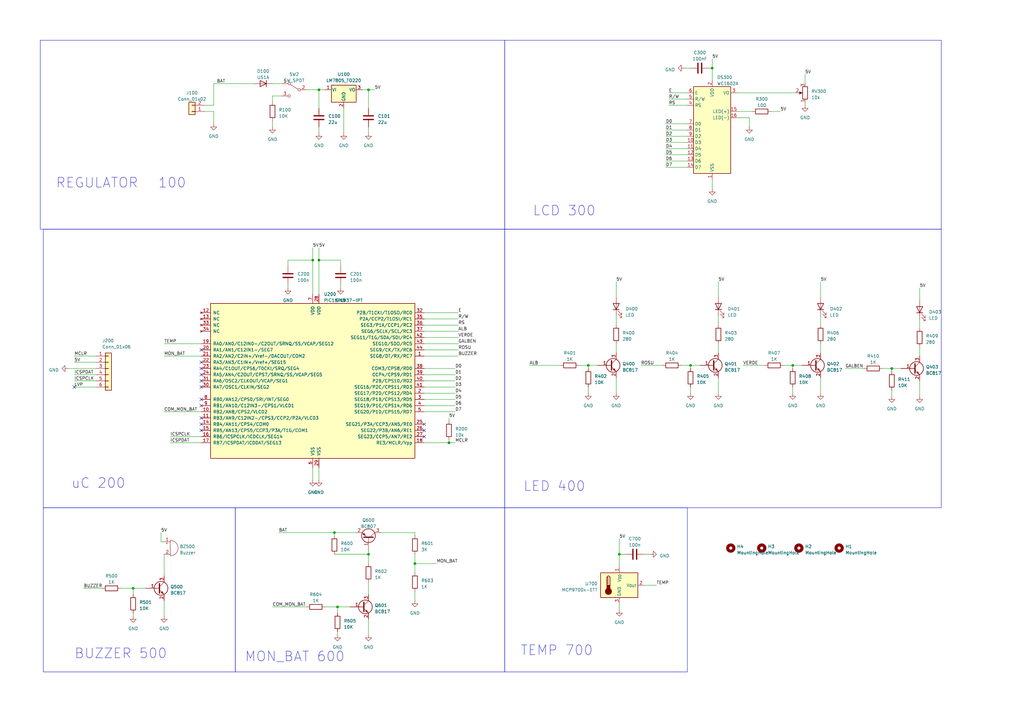
<source format=kicad_sch>
(kicad_sch (version 20230121) (generator eeschema)

  (uuid ecb8b5b7-cf06-4716-bbc3-c933a3afd777)

  (paper "A3")

  (lib_symbols
    (symbol "Connector_Generic:Conn_01x02" (pin_names (offset 1.016) hide) (in_bom yes) (on_board yes)
      (property "Reference" "J" (at 0 2.54 0)
        (effects (font (size 1.27 1.27)))
      )
      (property "Value" "Conn_01x02" (at 0 -5.08 0)
        (effects (font (size 1.27 1.27)))
      )
      (property "Footprint" "" (at 0 0 0)
        (effects (font (size 1.27 1.27)) hide)
      )
      (property "Datasheet" "~" (at 0 0 0)
        (effects (font (size 1.27 1.27)) hide)
      )
      (property "ki_keywords" "connector" (at 0 0 0)
        (effects (font (size 1.27 1.27)) hide)
      )
      (property "ki_description" "Generic connector, single row, 01x02, script generated (kicad-library-utils/schlib/autogen/connector/)" (at 0 0 0)
        (effects (font (size 1.27 1.27)) hide)
      )
      (property "ki_fp_filters" "Connector*:*_1x??_*" (at 0 0 0)
        (effects (font (size 1.27 1.27)) hide)
      )
      (symbol "Conn_01x02_1_1"
        (rectangle (start -1.27 -2.413) (end 0 -2.667)
          (stroke (width 0.1524) (type default))
          (fill (type none))
        )
        (rectangle (start -1.27 0.127) (end 0 -0.127)
          (stroke (width 0.1524) (type default))
          (fill (type none))
        )
        (rectangle (start -1.27 1.27) (end 1.27 -3.81)
          (stroke (width 0.254) (type default))
          (fill (type background))
        )
        (pin passive line (at -5.08 0 0) (length 3.81)
          (name "Pin_1" (effects (font (size 1.27 1.27))))
          (number "1" (effects (font (size 1.27 1.27))))
        )
        (pin passive line (at -5.08 -2.54 0) (length 3.81)
          (name "Pin_2" (effects (font (size 1.27 1.27))))
          (number "2" (effects (font (size 1.27 1.27))))
        )
      )
    )
    (symbol "Connector_Generic:Conn_01x06" (pin_names (offset 1.016) hide) (in_bom yes) (on_board yes)
      (property "Reference" "J" (at 0 7.62 0)
        (effects (font (size 1.27 1.27)))
      )
      (property "Value" "Conn_01x06" (at 0 -10.16 0)
        (effects (font (size 1.27 1.27)))
      )
      (property "Footprint" "" (at 0 0 0)
        (effects (font (size 1.27 1.27)) hide)
      )
      (property "Datasheet" "~" (at 0 0 0)
        (effects (font (size 1.27 1.27)) hide)
      )
      (property "ki_keywords" "connector" (at 0 0 0)
        (effects (font (size 1.27 1.27)) hide)
      )
      (property "ki_description" "Generic connector, single row, 01x06, script generated (kicad-library-utils/schlib/autogen/connector/)" (at 0 0 0)
        (effects (font (size 1.27 1.27)) hide)
      )
      (property "ki_fp_filters" "Connector*:*_1x??_*" (at 0 0 0)
        (effects (font (size 1.27 1.27)) hide)
      )
      (symbol "Conn_01x06_1_1"
        (rectangle (start -1.27 -7.493) (end 0 -7.747)
          (stroke (width 0.1524) (type default))
          (fill (type none))
        )
        (rectangle (start -1.27 -4.953) (end 0 -5.207)
          (stroke (width 0.1524) (type default))
          (fill (type none))
        )
        (rectangle (start -1.27 -2.413) (end 0 -2.667)
          (stroke (width 0.1524) (type default))
          (fill (type none))
        )
        (rectangle (start -1.27 0.127) (end 0 -0.127)
          (stroke (width 0.1524) (type default))
          (fill (type none))
        )
        (rectangle (start -1.27 2.667) (end 0 2.413)
          (stroke (width 0.1524) (type default))
          (fill (type none))
        )
        (rectangle (start -1.27 5.207) (end 0 4.953)
          (stroke (width 0.1524) (type default))
          (fill (type none))
        )
        (rectangle (start -1.27 6.35) (end 1.27 -8.89)
          (stroke (width 0.254) (type default))
          (fill (type background))
        )
        (pin passive line (at -5.08 5.08 0) (length 3.81)
          (name "Pin_1" (effects (font (size 1.27 1.27))))
          (number "1" (effects (font (size 1.27 1.27))))
        )
        (pin passive line (at -5.08 2.54 0) (length 3.81)
          (name "Pin_2" (effects (font (size 1.27 1.27))))
          (number "2" (effects (font (size 1.27 1.27))))
        )
        (pin passive line (at -5.08 0 0) (length 3.81)
          (name "Pin_3" (effects (font (size 1.27 1.27))))
          (number "3" (effects (font (size 1.27 1.27))))
        )
        (pin passive line (at -5.08 -2.54 0) (length 3.81)
          (name "Pin_4" (effects (font (size 1.27 1.27))))
          (number "4" (effects (font (size 1.27 1.27))))
        )
        (pin passive line (at -5.08 -5.08 0) (length 3.81)
          (name "Pin_5" (effects (font (size 1.27 1.27))))
          (number "5" (effects (font (size 1.27 1.27))))
        )
        (pin passive line (at -5.08 -7.62 0) (length 3.81)
          (name "Pin_6" (effects (font (size 1.27 1.27))))
          (number "6" (effects (font (size 1.27 1.27))))
        )
      )
    )
    (symbol "Device:Buzzer" (pin_names (offset 0.0254) hide) (in_bom yes) (on_board yes)
      (property "Reference" "BZ" (at 3.81 1.27 0)
        (effects (font (size 1.27 1.27)) (justify left))
      )
      (property "Value" "Buzzer" (at 3.81 -1.27 0)
        (effects (font (size 1.27 1.27)) (justify left))
      )
      (property "Footprint" "" (at -0.635 2.54 90)
        (effects (font (size 1.27 1.27)) hide)
      )
      (property "Datasheet" "~" (at -0.635 2.54 90)
        (effects (font (size 1.27 1.27)) hide)
      )
      (property "ki_keywords" "quartz resonator ceramic" (at 0 0 0)
        (effects (font (size 1.27 1.27)) hide)
      )
      (property "ki_description" "Buzzer, polarized" (at 0 0 0)
        (effects (font (size 1.27 1.27)) hide)
      )
      (property "ki_fp_filters" "*Buzzer*" (at 0 0 0)
        (effects (font (size 1.27 1.27)) hide)
      )
      (symbol "Buzzer_0_1"
        (arc (start 0 -3.175) (mid 3.1612 0) (end 0 3.175)
          (stroke (width 0) (type default))
          (fill (type none))
        )
        (polyline
          (pts
            (xy -1.651 1.905)
            (xy -1.143 1.905)
          )
          (stroke (width 0) (type default))
          (fill (type none))
        )
        (polyline
          (pts
            (xy -1.397 2.159)
            (xy -1.397 1.651)
          )
          (stroke (width 0) (type default))
          (fill (type none))
        )
        (polyline
          (pts
            (xy 0 3.175)
            (xy 0 -3.175)
          )
          (stroke (width 0) (type default))
          (fill (type none))
        )
      )
      (symbol "Buzzer_1_1"
        (pin passive line (at -2.54 2.54 0) (length 2.54)
          (name "-" (effects (font (size 1.27 1.27))))
          (number "1" (effects (font (size 1.27 1.27))))
        )
        (pin passive line (at -2.54 -2.54 0) (length 2.54)
          (name "+" (effects (font (size 1.27 1.27))))
          (number "2" (effects (font (size 1.27 1.27))))
        )
      )
    )
    (symbol "Device:C" (pin_numbers hide) (pin_names (offset 0.254)) (in_bom yes) (on_board yes)
      (property "Reference" "C" (at 0.635 2.54 0)
        (effects (font (size 1.27 1.27)) (justify left))
      )
      (property "Value" "C" (at 0.635 -2.54 0)
        (effects (font (size 1.27 1.27)) (justify left))
      )
      (property "Footprint" "" (at 0.9652 -3.81 0)
        (effects (font (size 1.27 1.27)) hide)
      )
      (property "Datasheet" "~" (at 0 0 0)
        (effects (font (size 1.27 1.27)) hide)
      )
      (property "ki_keywords" "cap capacitor" (at 0 0 0)
        (effects (font (size 1.27 1.27)) hide)
      )
      (property "ki_description" "Unpolarized capacitor" (at 0 0 0)
        (effects (font (size 1.27 1.27)) hide)
      )
      (property "ki_fp_filters" "C_*" (at 0 0 0)
        (effects (font (size 1.27 1.27)) hide)
      )
      (symbol "C_0_1"
        (polyline
          (pts
            (xy -2.032 -0.762)
            (xy 2.032 -0.762)
          )
          (stroke (width 0.508) (type default))
          (fill (type none))
        )
        (polyline
          (pts
            (xy -2.032 0.762)
            (xy 2.032 0.762)
          )
          (stroke (width 0.508) (type default))
          (fill (type none))
        )
      )
      (symbol "C_1_1"
        (pin passive line (at 0 3.81 270) (length 2.794)
          (name "~" (effects (font (size 1.27 1.27))))
          (number "1" (effects (font (size 1.27 1.27))))
        )
        (pin passive line (at 0 -3.81 90) (length 2.794)
          (name "~" (effects (font (size 1.27 1.27))))
          (number "2" (effects (font (size 1.27 1.27))))
        )
      )
    )
    (symbol "Device:LED" (pin_numbers hide) (pin_names (offset 1.016) hide) (in_bom yes) (on_board yes)
      (property "Reference" "D" (at 0 2.54 0)
        (effects (font (size 1.27 1.27)))
      )
      (property "Value" "LED" (at 0 -2.54 0)
        (effects (font (size 1.27 1.27)))
      )
      (property "Footprint" "" (at 0 0 0)
        (effects (font (size 1.27 1.27)) hide)
      )
      (property "Datasheet" "~" (at 0 0 0)
        (effects (font (size 1.27 1.27)) hide)
      )
      (property "ki_keywords" "LED diode" (at 0 0 0)
        (effects (font (size 1.27 1.27)) hide)
      )
      (property "ki_description" "Light emitting diode" (at 0 0 0)
        (effects (font (size 1.27 1.27)) hide)
      )
      (property "ki_fp_filters" "LED* LED_SMD:* LED_THT:*" (at 0 0 0)
        (effects (font (size 1.27 1.27)) hide)
      )
      (symbol "LED_0_1"
        (polyline
          (pts
            (xy -1.27 -1.27)
            (xy -1.27 1.27)
          )
          (stroke (width 0.254) (type default))
          (fill (type none))
        )
        (polyline
          (pts
            (xy -1.27 0)
            (xy 1.27 0)
          )
          (stroke (width 0) (type default))
          (fill (type none))
        )
        (polyline
          (pts
            (xy 1.27 -1.27)
            (xy 1.27 1.27)
            (xy -1.27 0)
            (xy 1.27 -1.27)
          )
          (stroke (width 0.254) (type default))
          (fill (type none))
        )
        (polyline
          (pts
            (xy -3.048 -0.762)
            (xy -4.572 -2.286)
            (xy -3.81 -2.286)
            (xy -4.572 -2.286)
            (xy -4.572 -1.524)
          )
          (stroke (width 0) (type default))
          (fill (type none))
        )
        (polyline
          (pts
            (xy -1.778 -0.762)
            (xy -3.302 -2.286)
            (xy -2.54 -2.286)
            (xy -3.302 -2.286)
            (xy -3.302 -1.524)
          )
          (stroke (width 0) (type default))
          (fill (type none))
        )
      )
      (symbol "LED_1_1"
        (pin passive line (at -3.81 0 0) (length 2.54)
          (name "K" (effects (font (size 1.27 1.27))))
          (number "1" (effects (font (size 1.27 1.27))))
        )
        (pin passive line (at 3.81 0 180) (length 2.54)
          (name "A" (effects (font (size 1.27 1.27))))
          (number "2" (effects (font (size 1.27 1.27))))
        )
      )
    )
    (symbol "Device:R" (pin_numbers hide) (pin_names (offset 0)) (in_bom yes) (on_board yes)
      (property "Reference" "R" (at 2.032 0 90)
        (effects (font (size 1.27 1.27)))
      )
      (property "Value" "R" (at 0 0 90)
        (effects (font (size 1.27 1.27)))
      )
      (property "Footprint" "" (at -1.778 0 90)
        (effects (font (size 1.27 1.27)) hide)
      )
      (property "Datasheet" "~" (at 0 0 0)
        (effects (font (size 1.27 1.27)) hide)
      )
      (property "ki_keywords" "R res resistor" (at 0 0 0)
        (effects (font (size 1.27 1.27)) hide)
      )
      (property "ki_description" "Resistor" (at 0 0 0)
        (effects (font (size 1.27 1.27)) hide)
      )
      (property "ki_fp_filters" "R_*" (at 0 0 0)
        (effects (font (size 1.27 1.27)) hide)
      )
      (symbol "R_0_1"
        (rectangle (start -1.016 -2.54) (end 1.016 2.54)
          (stroke (width 0.254) (type default))
          (fill (type none))
        )
      )
      (symbol "R_1_1"
        (pin passive line (at 0 3.81 270) (length 1.27)
          (name "~" (effects (font (size 1.27 1.27))))
          (number "1" (effects (font (size 1.27 1.27))))
        )
        (pin passive line (at 0 -3.81 90) (length 1.27)
          (name "~" (effects (font (size 1.27 1.27))))
          (number "2" (effects (font (size 1.27 1.27))))
        )
      )
    )
    (symbol "Device:R_Potentiometer" (pin_names (offset 1.016) hide) (in_bom yes) (on_board yes)
      (property "Reference" "RV" (at -4.445 0 90)
        (effects (font (size 1.27 1.27)))
      )
      (property "Value" "R_Potentiometer" (at -2.54 0 90)
        (effects (font (size 1.27 1.27)))
      )
      (property "Footprint" "" (at 0 0 0)
        (effects (font (size 1.27 1.27)) hide)
      )
      (property "Datasheet" "~" (at 0 0 0)
        (effects (font (size 1.27 1.27)) hide)
      )
      (property "ki_keywords" "resistor variable" (at 0 0 0)
        (effects (font (size 1.27 1.27)) hide)
      )
      (property "ki_description" "Potentiometer" (at 0 0 0)
        (effects (font (size 1.27 1.27)) hide)
      )
      (property "ki_fp_filters" "Potentiometer*" (at 0 0 0)
        (effects (font (size 1.27 1.27)) hide)
      )
      (symbol "R_Potentiometer_0_1"
        (polyline
          (pts
            (xy 2.54 0)
            (xy 1.524 0)
          )
          (stroke (width 0) (type default))
          (fill (type none))
        )
        (polyline
          (pts
            (xy 1.143 0)
            (xy 2.286 0.508)
            (xy 2.286 -0.508)
            (xy 1.143 0)
          )
          (stroke (width 0) (type default))
          (fill (type outline))
        )
        (rectangle (start 1.016 2.54) (end -1.016 -2.54)
          (stroke (width 0.254) (type default))
          (fill (type none))
        )
      )
      (symbol "R_Potentiometer_1_1"
        (pin passive line (at 0 3.81 270) (length 1.27)
          (name "1" (effects (font (size 1.27 1.27))))
          (number "1" (effects (font (size 1.27 1.27))))
        )
        (pin passive line (at 3.81 0 180) (length 1.27)
          (name "2" (effects (font (size 1.27 1.27))))
          (number "2" (effects (font (size 1.27 1.27))))
        )
        (pin passive line (at 0 -3.81 90) (length 1.27)
          (name "3" (effects (font (size 1.27 1.27))))
          (number "3" (effects (font (size 1.27 1.27))))
        )
      )
    )
    (symbol "Diode:US1A" (pin_numbers hide) (pin_names hide) (in_bom yes) (on_board yes)
      (property "Reference" "D" (at 0 2.54 0)
        (effects (font (size 1.27 1.27)))
      )
      (property "Value" "US1A" (at 0 -2.54 0)
        (effects (font (size 1.27 1.27)))
      )
      (property "Footprint" "Diode_SMD:D_SMA" (at 0 -4.445 0)
        (effects (font (size 1.27 1.27)) hide)
      )
      (property "Datasheet" "https://www.diodes.com/assets/Datasheets/ds16008.pdf" (at 0 0 0)
        (effects (font (size 1.27 1.27)) hide)
      )
      (property "Sim.Device" "D" (at 0 0 0)
        (effects (font (size 1.27 1.27)) hide)
      )
      (property "Sim.Pins" "1=K 2=A" (at 0 0 0)
        (effects (font (size 1.27 1.27)) hide)
      )
      (property "ki_keywords" "Ultra Fast" (at 0 0 0)
        (effects (font (size 1.27 1.27)) hide)
      )
      (property "ki_description" "50V, 1A, General Purpose Rectifier Diode, SMA(DO-214AC)" (at 0 0 0)
        (effects (font (size 1.27 1.27)) hide)
      )
      (property "ki_fp_filters" "D*SMA*" (at 0 0 0)
        (effects (font (size 1.27 1.27)) hide)
      )
      (symbol "US1A_0_1"
        (polyline
          (pts
            (xy -1.27 1.27)
            (xy -1.27 -1.27)
          )
          (stroke (width 0.254) (type default))
          (fill (type none))
        )
        (polyline
          (pts
            (xy 1.27 0)
            (xy -1.27 0)
          )
          (stroke (width 0) (type default))
          (fill (type none))
        )
        (polyline
          (pts
            (xy 1.27 1.27)
            (xy 1.27 -1.27)
            (xy -1.27 0)
            (xy 1.27 1.27)
          )
          (stroke (width 0.254) (type default))
          (fill (type none))
        )
      )
      (symbol "US1A_1_1"
        (pin passive line (at -3.81 0 0) (length 2.54)
          (name "K" (effects (font (size 1.27 1.27))))
          (number "1" (effects (font (size 1.27 1.27))))
        )
        (pin passive line (at 3.81 0 180) (length 2.54)
          (name "A" (effects (font (size 1.27 1.27))))
          (number "2" (effects (font (size 1.27 1.27))))
        )
      )
    )
    (symbol "Display_Character:WC1602A" (in_bom yes) (on_board yes)
      (property "Reference" "DS" (at -5.842 19.05 0)
        (effects (font (size 1.27 1.27)))
      )
      (property "Value" "WC1602A" (at 5.334 19.05 0)
        (effects (font (size 1.27 1.27)))
      )
      (property "Footprint" "Display:WC1602A" (at 0 -22.86 0)
        (effects (font (size 1.27 1.27) italic) hide)
      )
      (property "Datasheet" "http://www.wincomlcd.com/pdf/WC1602A-SFYLYHTC06.pdf" (at 17.78 0 0)
        (effects (font (size 1.27 1.27)) hide)
      )
      (property "ki_keywords" "display LCD dot-matrix" (at 0 0 0)
        (effects (font (size 1.27 1.27)) hide)
      )
      (property "ki_description" "LCD 16x2 Alphanumeric , 8 bit parallel bus, 5V VDD" (at 0 0 0)
        (effects (font (size 1.27 1.27)) hide)
      )
      (property "ki_fp_filters" "*WC*1602A*" (at 0 0 0)
        (effects (font (size 1.27 1.27)) hide)
      )
      (symbol "WC1602A_1_1"
        (rectangle (start -7.62 17.78) (end 7.62 -17.78)
          (stroke (width 0.254) (type default))
          (fill (type background))
        )
        (pin power_in line (at 0 -20.32 90) (length 2.54)
          (name "VSS" (effects (font (size 1.27 1.27))))
          (number "1" (effects (font (size 1.27 1.27))))
        )
        (pin input line (at -10.16 -5.08 0) (length 2.54)
          (name "D3" (effects (font (size 1.27 1.27))))
          (number "10" (effects (font (size 1.27 1.27))))
        )
        (pin input line (at -10.16 -7.62 0) (length 2.54)
          (name "D4" (effects (font (size 1.27 1.27))))
          (number "11" (effects (font (size 1.27 1.27))))
        )
        (pin input line (at -10.16 -10.16 0) (length 2.54)
          (name "D5" (effects (font (size 1.27 1.27))))
          (number "12" (effects (font (size 1.27 1.27))))
        )
        (pin input line (at -10.16 -12.7 0) (length 2.54)
          (name "D6" (effects (font (size 1.27 1.27))))
          (number "13" (effects (font (size 1.27 1.27))))
        )
        (pin input line (at -10.16 -15.24 0) (length 2.54)
          (name "D7" (effects (font (size 1.27 1.27))))
          (number "14" (effects (font (size 1.27 1.27))))
        )
        (pin power_in line (at 10.16 7.62 180) (length 2.54)
          (name "LED(+)" (effects (font (size 1.27 1.27))))
          (number "15" (effects (font (size 1.27 1.27))))
        )
        (pin power_in line (at 10.16 5.08 180) (length 2.54)
          (name "LED(-)" (effects (font (size 1.27 1.27))))
          (number "16" (effects (font (size 1.27 1.27))))
        )
        (pin power_in line (at 0 20.32 270) (length 2.54)
          (name "VDD" (effects (font (size 1.27 1.27))))
          (number "2" (effects (font (size 1.27 1.27))))
        )
        (pin input line (at 10.16 15.24 180) (length 2.54)
          (name "VO" (effects (font (size 1.27 1.27))))
          (number "3" (effects (font (size 1.27 1.27))))
        )
        (pin input line (at -10.16 10.16 0) (length 2.54)
          (name "RS" (effects (font (size 1.27 1.27))))
          (number "4" (effects (font (size 1.27 1.27))))
        )
        (pin input line (at -10.16 12.7 0) (length 2.54)
          (name "R/W" (effects (font (size 1.27 1.27))))
          (number "5" (effects (font (size 1.27 1.27))))
        )
        (pin input line (at -10.16 15.24 0) (length 2.54)
          (name "E" (effects (font (size 1.27 1.27))))
          (number "6" (effects (font (size 1.27 1.27))))
        )
        (pin input line (at -10.16 2.54 0) (length 2.54)
          (name "D0" (effects (font (size 1.27 1.27))))
          (number "7" (effects (font (size 1.27 1.27))))
        )
        (pin input line (at -10.16 0 0) (length 2.54)
          (name "D1" (effects (font (size 1.27 1.27))))
          (number "8" (effects (font (size 1.27 1.27))))
        )
        (pin input line (at -10.16 -2.54 0) (length 2.54)
          (name "D2" (effects (font (size 1.27 1.27))))
          (number "9" (effects (font (size 1.27 1.27))))
        )
      )
    )
    (symbol "MCU_Microchip_PIC16:PIC16F1937-IPT" (pin_names (offset 1.016)) (in_bom yes) (on_board yes)
      (property "Reference" "U" (at -41.91 35.56 0)
        (effects (font (size 1.27 1.27)) (justify left))
      )
      (property "Value" "PIC16F1937-IPT" (at -41.91 33.02 0)
        (effects (font (size 1.27 1.27)) (justify left))
      )
      (property "Footprint" "" (at 0 0 0)
        (effects (font (size 1.27 1.27)) hide)
      )
      (property "Datasheet" "http://ww1.microchip.com/downloads/en/DeviceDoc/41364E.pdf" (at 0 0 0)
        (effects (font (size 1.27 1.27)) hide)
      )
      (property "ki_description" "PIC16F193XLF193X - Flash-Based, 8-Bit CMOS Microcontrollers, TQFP-44" (at 0 0 0)
        (effects (font (size 1.27 1.27)) hide)
      )
      (property "ki_fp_filters" "TQFP*" (at 0 0 0)
        (effects (font (size 1.27 1.27)) hide)
      )
      (symbol "PIC16F1937-IPT_0_1"
        (rectangle (start -41.91 31.75) (end 41.91 -31.75)
          (stroke (width 0.254) (type default))
          (fill (type background))
        )
      )
      (symbol "PIC16F1937-IPT_1_1"
        (pin bidirectional line (at 45.72 10.16 180) (length 3.81)
          (name "SEG8/DT/RX/RC7" (effects (font (size 1.27 1.27))))
          (number "1" (effects (font (size 1.27 1.27))))
        )
        (pin bidirectional line (at -45.72 -12.7 0) (length 3.81)
          (name "RB2/AN8/CPS2/VLCD2" (effects (font (size 1.27 1.27))))
          (number "10" (effects (font (size 1.27 1.27))))
        )
        (pin bidirectional line (at -45.72 -15.24 0) (length 3.81)
          (name "RB3/AN9/C12IN2-/CPS3/CCP2/P2A/VLCD3" (effects (font (size 1.27 1.27))))
          (number "11" (effects (font (size 1.27 1.27))))
        )
        (pin no_connect line (at -45.72 27.94 0) (length 3.81)
          (name "NC" (effects (font (size 1.27 1.27))))
          (number "12" (effects (font (size 1.27 1.27))))
        )
        (pin no_connect line (at -45.72 25.4 0) (length 3.81)
          (name "NC" (effects (font (size 1.27 1.27))))
          (number "13" (effects (font (size 1.27 1.27))))
        )
        (pin bidirectional line (at -45.72 -17.78 0) (length 3.81)
          (name "RB4/AN11/CPS4/COM0" (effects (font (size 1.27 1.27))))
          (number "14" (effects (font (size 1.27 1.27))))
        )
        (pin bidirectional line (at -45.72 -20.32 0) (length 3.81)
          (name "RB5/AN13/CPS5/CCP3/P3A/T1G/COM1" (effects (font (size 1.27 1.27))))
          (number "15" (effects (font (size 1.27 1.27))))
        )
        (pin bidirectional line (at -45.72 -22.86 0) (length 3.81)
          (name "RB6/ICSPCLK/ICDCLK/SEG14" (effects (font (size 1.27 1.27))))
          (number "16" (effects (font (size 1.27 1.27))))
        )
        (pin bidirectional line (at -45.72 -25.4 0) (length 3.81)
          (name "RB7/ICSPDAT/ICDDAT/SEG13" (effects (font (size 1.27 1.27))))
          (number "17" (effects (font (size 1.27 1.27))))
        )
        (pin bidirectional line (at 45.72 -25.4 180) (length 3.81)
          (name "RE3/MCLR/Vpp" (effects (font (size 1.27 1.27))))
          (number "18" (effects (font (size 1.27 1.27))))
        )
        (pin bidirectional line (at -45.72 15.24 0) (length 3.81)
          (name "RA0/AN0/C12IN0-/C2OUT/SRNQ/SS/VCAP/SEG12" (effects (font (size 1.27 1.27))))
          (number "19" (effects (font (size 1.27 1.27))))
        )
        (pin bidirectional line (at 45.72 -5.08 180) (length 3.81)
          (name "SEG17/P2D/CPS12/RD4" (effects (font (size 1.27 1.27))))
          (number "2" (effects (font (size 1.27 1.27))))
        )
        (pin bidirectional line (at -45.72 12.7 0) (length 3.81)
          (name "RA1/AN1/C12IN1-/SEG7" (effects (font (size 1.27 1.27))))
          (number "20" (effects (font (size 1.27 1.27))))
        )
        (pin bidirectional line (at -45.72 10.16 0) (length 3.81)
          (name "RA2/AN2/C2IN+/Vref-/DACOUT/COM2" (effects (font (size 1.27 1.27))))
          (number "21" (effects (font (size 1.27 1.27))))
        )
        (pin bidirectional line (at -45.72 7.62 0) (length 3.81)
          (name "RA3/AN3/C1IN+/Vref+/SEG15" (effects (font (size 1.27 1.27))))
          (number "22" (effects (font (size 1.27 1.27))))
        )
        (pin bidirectional line (at -45.72 5.08 0) (length 3.81)
          (name "RA4/C1OUT/CPS6/T0CKI/SRQ/SEG4" (effects (font (size 1.27 1.27))))
          (number "23" (effects (font (size 1.27 1.27))))
        )
        (pin bidirectional line (at -45.72 2.54 0) (length 3.81)
          (name "RA5/AN4/C2OUT/CPS7/SRNQ/SS/VCAP/SEG5" (effects (font (size 1.27 1.27))))
          (number "24" (effects (font (size 1.27 1.27))))
        )
        (pin bidirectional line (at 45.72 -17.78 180) (length 3.81)
          (name "SEG21/P3A/CCP3/AN5/RE0" (effects (font (size 1.27 1.27))))
          (number "25" (effects (font (size 1.27 1.27))))
        )
        (pin bidirectional line (at 45.72 -20.32 180) (length 3.81)
          (name "SEG22/P3B/AN6/RE1" (effects (font (size 1.27 1.27))))
          (number "26" (effects (font (size 1.27 1.27))))
        )
        (pin bidirectional line (at 45.72 -22.86 180) (length 3.81)
          (name "SEG23/CCP5/AN7/RE2" (effects (font (size 1.27 1.27))))
          (number "27" (effects (font (size 1.27 1.27))))
        )
        (pin power_in line (at 2.54 35.56 270) (length 3.81)
          (name "VDD" (effects (font (size 1.27 1.27))))
          (number "28" (effects (font (size 1.27 1.27))))
        )
        (pin power_in line (at 2.54 -35.56 90) (length 3.81)
          (name "VSS" (effects (font (size 1.27 1.27))))
          (number "29" (effects (font (size 1.27 1.27))))
        )
        (pin bidirectional line (at 45.72 -7.62 180) (length 3.81)
          (name "SEG18/P1B/CPS13/RD5" (effects (font (size 1.27 1.27))))
          (number "3" (effects (font (size 1.27 1.27))))
        )
        (pin bidirectional line (at -45.72 -2.54 0) (length 3.81)
          (name "RA7/OSC1/CLKIN/SEG2" (effects (font (size 1.27 1.27))))
          (number "30" (effects (font (size 1.27 1.27))))
        )
        (pin bidirectional line (at -45.72 0 0) (length 3.81)
          (name "RA6/OSC2/CLKOUT/VCAP/SEG1" (effects (font (size 1.27 1.27))))
          (number "31" (effects (font (size 1.27 1.27))))
        )
        (pin bidirectional line (at 45.72 27.94 180) (length 3.81)
          (name "P2B/T1CKI/T1OSO/RC0" (effects (font (size 1.27 1.27))))
          (number "32" (effects (font (size 1.27 1.27))))
        )
        (pin no_connect line (at -45.72 22.86 0) (length 3.81)
          (name "NC" (effects (font (size 1.27 1.27))))
          (number "33" (effects (font (size 1.27 1.27))))
        )
        (pin no_connect line (at -45.72 20.32 0) (length 3.81)
          (name "NC" (effects (font (size 1.27 1.27))))
          (number "34" (effects (font (size 1.27 1.27))))
        )
        (pin bidirectional line (at 45.72 25.4 180) (length 3.81)
          (name "P2A/CCP2/T1OSI/RC1" (effects (font (size 1.27 1.27))))
          (number "35" (effects (font (size 1.27 1.27))))
        )
        (pin bidirectional line (at 45.72 22.86 180) (length 3.81)
          (name "SEG3/P1A/CCP1/RC2" (effects (font (size 1.27 1.27))))
          (number "36" (effects (font (size 1.27 1.27))))
        )
        (pin bidirectional line (at 45.72 20.32 180) (length 3.81)
          (name "SEG6/SCLK/SCL/RC3" (effects (font (size 1.27 1.27))))
          (number "37" (effects (font (size 1.27 1.27))))
        )
        (pin bidirectional line (at 45.72 5.08 180) (length 3.81)
          (name "COM3/CPS8/RD0" (effects (font (size 1.27 1.27))))
          (number "38" (effects (font (size 1.27 1.27))))
        )
        (pin bidirectional line (at 45.72 2.54 180) (length 3.81)
          (name "CCP4/CPS9/RD1" (effects (font (size 1.27 1.27))))
          (number "39" (effects (font (size 1.27 1.27))))
        )
        (pin bidirectional line (at 45.72 -10.16 180) (length 3.81)
          (name "SEG19/P1C/CPS14/RD6" (effects (font (size 1.27 1.27))))
          (number "4" (effects (font (size 1.27 1.27))))
        )
        (pin bidirectional line (at 45.72 0 180) (length 3.81)
          (name "P2B/CPS10/RD2" (effects (font (size 1.27 1.27))))
          (number "40" (effects (font (size 1.27 1.27))))
        )
        (pin bidirectional line (at 45.72 -2.54 180) (length 3.81)
          (name "SEG16/P2C/CPS11/RD3" (effects (font (size 1.27 1.27))))
          (number "41" (effects (font (size 1.27 1.27))))
        )
        (pin bidirectional line (at 45.72 17.78 180) (length 3.81)
          (name "SEG11/T1G/SDA/SDI/RC4" (effects (font (size 1.27 1.27))))
          (number "42" (effects (font (size 1.27 1.27))))
        )
        (pin bidirectional line (at 45.72 15.24 180) (length 3.81)
          (name "SEG10/SDO/RC5" (effects (font (size 1.27 1.27))))
          (number "43" (effects (font (size 1.27 1.27))))
        )
        (pin bidirectional line (at 45.72 12.7 180) (length 3.81)
          (name "SEG9/CK/TX/RC6" (effects (font (size 1.27 1.27))))
          (number "44" (effects (font (size 1.27 1.27))))
        )
        (pin bidirectional line (at 45.72 -12.7 180) (length 3.81)
          (name "SEG20/P1D/CPS15/RD7" (effects (font (size 1.27 1.27))))
          (number "5" (effects (font (size 1.27 1.27))))
        )
        (pin bidirectional line (at 0 -35.56 90) (length 3.81)
          (name "VSS" (effects (font (size 1.27 1.27))))
          (number "6" (effects (font (size 1.27 1.27))))
        )
        (pin bidirectional line (at 0 35.56 270) (length 3.81)
          (name "VDD" (effects (font (size 1.27 1.27))))
          (number "7" (effects (font (size 1.27 1.27))))
        )
        (pin bidirectional line (at -45.72 -7.62 0) (length 3.81)
          (name "RB0/AN12/CPS0/SRI/INT/SEG0" (effects (font (size 1.27 1.27))))
          (number "8" (effects (font (size 1.27 1.27))))
        )
        (pin bidirectional line (at -45.72 -10.16 0) (length 3.81)
          (name "RB1/AN10/C12IN3-/CPS1/VLCD1" (effects (font (size 1.27 1.27))))
          (number "9" (effects (font (size 1.27 1.27))))
        )
      )
    )
    (symbol "Mechanical:MountingHole" (pin_names (offset 1.016)) (in_bom yes) (on_board yes)
      (property "Reference" "H" (at 0 5.08 0)
        (effects (font (size 1.27 1.27)))
      )
      (property "Value" "MountingHole" (at 0 3.175 0)
        (effects (font (size 1.27 1.27)))
      )
      (property "Footprint" "" (at 0 0 0)
        (effects (font (size 1.27 1.27)) hide)
      )
      (property "Datasheet" "~" (at 0 0 0)
        (effects (font (size 1.27 1.27)) hide)
      )
      (property "ki_keywords" "mounting hole" (at 0 0 0)
        (effects (font (size 1.27 1.27)) hide)
      )
      (property "ki_description" "Mounting Hole without connection" (at 0 0 0)
        (effects (font (size 1.27 1.27)) hide)
      )
      (property "ki_fp_filters" "MountingHole*" (at 0 0 0)
        (effects (font (size 1.27 1.27)) hide)
      )
      (symbol "MountingHole_0_1"
        (circle (center 0 0) (radius 1.27)
          (stroke (width 1.27) (type default))
          (fill (type none))
        )
      )
    )
    (symbol "Regulator_Linear:LM7805_TO220" (pin_names (offset 0.254)) (in_bom yes) (on_board yes)
      (property "Reference" "U" (at -3.81 3.175 0)
        (effects (font (size 1.27 1.27)))
      )
      (property "Value" "LM7805_TO220" (at 0 3.175 0)
        (effects (font (size 1.27 1.27)) (justify left))
      )
      (property "Footprint" "Package_TO_SOT_THT:TO-220-3_Vertical" (at 0 5.715 0)
        (effects (font (size 1.27 1.27) italic) hide)
      )
      (property "Datasheet" "https://www.onsemi.cn/PowerSolutions/document/MC7800-D.PDF" (at 0 -1.27 0)
        (effects (font (size 1.27 1.27)) hide)
      )
      (property "ki_keywords" "Voltage Regulator 1A Positive" (at 0 0 0)
        (effects (font (size 1.27 1.27)) hide)
      )
      (property "ki_description" "Positive 1A 35V Linear Regulator, Fixed Output 5V, TO-220" (at 0 0 0)
        (effects (font (size 1.27 1.27)) hide)
      )
      (property "ki_fp_filters" "TO?220*" (at 0 0 0)
        (effects (font (size 1.27 1.27)) hide)
      )
      (symbol "LM7805_TO220_0_1"
        (rectangle (start -5.08 1.905) (end 5.08 -5.08)
          (stroke (width 0.254) (type default))
          (fill (type background))
        )
      )
      (symbol "LM7805_TO220_1_1"
        (pin power_in line (at -7.62 0 0) (length 2.54)
          (name "VI" (effects (font (size 1.27 1.27))))
          (number "1" (effects (font (size 1.27 1.27))))
        )
        (pin power_in line (at 0 -7.62 90) (length 2.54)
          (name "GND" (effects (font (size 1.27 1.27))))
          (number "2" (effects (font (size 1.27 1.27))))
        )
        (pin power_out line (at 7.62 0 180) (length 2.54)
          (name "VO" (effects (font (size 1.27 1.27))))
          (number "3" (effects (font (size 1.27 1.27))))
        )
      )
    )
    (symbol "Sensor_Temperature:MCP9700x-ETT" (in_bom yes) (on_board yes)
      (property "Reference" "U" (at -6.35 6.35 0)
        (effects (font (size 1.27 1.27)))
      )
      (property "Value" "MCP9700x-ETT" (at 1.27 6.35 0)
        (effects (font (size 1.27 1.27)) (justify left))
      )
      (property "Footprint" "Package_TO_SOT_SMD:SOT-23" (at 0 -10.16 0)
        (effects (font (size 1.27 1.27)) hide)
      )
      (property "Datasheet" "http://ww1.microchip.com/downloads/en/devicedoc/20001942g.pdf" (at -3.81 6.35 0)
        (effects (font (size 1.27 1.27)) hide)
      )
      (property "ki_keywords" "temperature sensor thermistor" (at 0 0 0)
        (effects (font (size 1.27 1.27)) hide)
      )
      (property "ki_description" "Low power, analog thermistor temperature sensor, ±4C accuracy, -40C to +125C, in SOT-23-3" (at 0 0 0)
        (effects (font (size 1.27 1.27)) hide)
      )
      (property "ki_fp_filters" "SOT?23*" (at 0 0 0)
        (effects (font (size 1.27 1.27)) hide)
      )
      (symbol "MCP9700x-ETT_0_1"
        (rectangle (start -7.62 5.08) (end 7.62 -5.08)
          (stroke (width 0.254) (type default))
          (fill (type background))
        )
        (circle (center -4.445 -2.54) (radius 1.27)
          (stroke (width 0.254) (type default))
          (fill (type outline))
        )
        (rectangle (start -3.81 -1.905) (end -5.08 0)
          (stroke (width 0.254) (type default))
          (fill (type outline))
        )
        (arc (start -3.81 3.175) (mid -4.445 3.8073) (end -5.08 3.175)
          (stroke (width 0.254) (type default))
          (fill (type none))
        )
        (polyline
          (pts
            (xy -5.08 0.635)
            (xy -4.445 0.635)
          )
          (stroke (width 0.254) (type default))
          (fill (type none))
        )
        (polyline
          (pts
            (xy -5.08 1.27)
            (xy -4.445 1.27)
          )
          (stroke (width 0.254) (type default))
          (fill (type none))
        )
        (polyline
          (pts
            (xy -5.08 1.905)
            (xy -4.445 1.905)
          )
          (stroke (width 0.254) (type default))
          (fill (type none))
        )
        (polyline
          (pts
            (xy -5.08 2.54)
            (xy -4.445 2.54)
          )
          (stroke (width 0.254) (type default))
          (fill (type none))
        )
        (polyline
          (pts
            (xy -5.08 3.175)
            (xy -5.08 0)
          )
          (stroke (width 0.254) (type default))
          (fill (type none))
        )
        (polyline
          (pts
            (xy -5.08 3.175)
            (xy -4.445 3.175)
          )
          (stroke (width 0.254) (type default))
          (fill (type none))
        )
        (polyline
          (pts
            (xy -3.81 3.175)
            (xy -3.81 0)
          )
          (stroke (width 0.254) (type default))
          (fill (type none))
        )
      )
      (symbol "MCP9700x-ETT_1_1"
        (pin power_in line (at 0 7.62 270) (length 2.54)
          (name "V_{DD}" (effects (font (size 1.27 1.27))))
          (number "1" (effects (font (size 1.27 1.27))))
        )
        (pin output line (at 10.16 0 180) (length 2.54)
          (name "V_{OUT}" (effects (font (size 1.27 1.27))))
          (number "2" (effects (font (size 1.27 1.27))))
        )
        (pin power_in line (at 0 -7.62 90) (length 2.54)
          (name "GND" (effects (font (size 1.27 1.27))))
          (number "3" (effects (font (size 1.27 1.27))))
        )
      )
    )
    (symbol "Switch:SW_SPDT" (pin_names (offset 0) hide) (in_bom yes) (on_board yes)
      (property "Reference" "SW" (at 0 4.318 0)
        (effects (font (size 1.27 1.27)))
      )
      (property "Value" "SW_SPDT" (at 0 -5.08 0)
        (effects (font (size 1.27 1.27)))
      )
      (property "Footprint" "" (at 0 0 0)
        (effects (font (size 1.27 1.27)) hide)
      )
      (property "Datasheet" "~" (at 0 0 0)
        (effects (font (size 1.27 1.27)) hide)
      )
      (property "ki_keywords" "switch single-pole double-throw spdt ON-ON" (at 0 0 0)
        (effects (font (size 1.27 1.27)) hide)
      )
      (property "ki_description" "Switch, single pole double throw" (at 0 0 0)
        (effects (font (size 1.27 1.27)) hide)
      )
      (symbol "SW_SPDT_0_0"
        (circle (center -2.032 0) (radius 0.508)
          (stroke (width 0) (type default))
          (fill (type none))
        )
        (circle (center 2.032 -2.54) (radius 0.508)
          (stroke (width 0) (type default))
          (fill (type none))
        )
      )
      (symbol "SW_SPDT_0_1"
        (polyline
          (pts
            (xy -1.524 0.254)
            (xy 1.651 2.286)
          )
          (stroke (width 0) (type default))
          (fill (type none))
        )
        (circle (center 2.032 2.54) (radius 0.508)
          (stroke (width 0) (type default))
          (fill (type none))
        )
      )
      (symbol "SW_SPDT_1_1"
        (pin passive line (at 5.08 2.54 180) (length 2.54)
          (name "A" (effects (font (size 1.27 1.27))))
          (number "1" (effects (font (size 1.27 1.27))))
        )
        (pin passive line (at -5.08 0 0) (length 2.54)
          (name "B" (effects (font (size 1.27 1.27))))
          (number "2" (effects (font (size 1.27 1.27))))
        )
        (pin passive line (at 5.08 -2.54 180) (length 2.54)
          (name "C" (effects (font (size 1.27 1.27))))
          (number "3" (effects (font (size 1.27 1.27))))
        )
      )
    )
    (symbol "Transistor_BJT:BC807" (pin_names (offset 0) hide) (in_bom yes) (on_board yes)
      (property "Reference" "Q" (at 5.08 1.905 0)
        (effects (font (size 1.27 1.27)) (justify left))
      )
      (property "Value" "BC807" (at 5.08 0 0)
        (effects (font (size 1.27 1.27)) (justify left))
      )
      (property "Footprint" "Package_TO_SOT_SMD:SOT-23" (at 5.08 -1.905 0)
        (effects (font (size 1.27 1.27) italic) (justify left) hide)
      )
      (property "Datasheet" "https://www.onsemi.com/pub/Collateral/BC808-D.pdf" (at 0 0 0)
        (effects (font (size 1.27 1.27)) (justify left) hide)
      )
      (property "ki_keywords" "PNP Transistor" (at 0 0 0)
        (effects (font (size 1.27 1.27)) hide)
      )
      (property "ki_description" "0.8A Ic, 45V Vce, PNP Transistor, SOT-23" (at 0 0 0)
        (effects (font (size 1.27 1.27)) hide)
      )
      (property "ki_fp_filters" "SOT?23*" (at 0 0 0)
        (effects (font (size 1.27 1.27)) hide)
      )
      (symbol "BC807_0_1"
        (polyline
          (pts
            (xy 0.635 0.635)
            (xy 2.54 2.54)
          )
          (stroke (width 0) (type default))
          (fill (type none))
        )
        (polyline
          (pts
            (xy 0.635 -0.635)
            (xy 2.54 -2.54)
            (xy 2.54 -2.54)
          )
          (stroke (width 0) (type default))
          (fill (type none))
        )
        (polyline
          (pts
            (xy 0.635 1.905)
            (xy 0.635 -1.905)
            (xy 0.635 -1.905)
          )
          (stroke (width 0.508) (type default))
          (fill (type none))
        )
        (polyline
          (pts
            (xy 2.286 -1.778)
            (xy 1.778 -2.286)
            (xy 1.27 -1.27)
            (xy 2.286 -1.778)
            (xy 2.286 -1.778)
          )
          (stroke (width 0) (type default))
          (fill (type outline))
        )
        (circle (center 1.27 0) (radius 2.8194)
          (stroke (width 0.254) (type default))
          (fill (type none))
        )
      )
      (symbol "BC807_1_1"
        (pin input line (at -5.08 0 0) (length 5.715)
          (name "B" (effects (font (size 1.27 1.27))))
          (number "1" (effects (font (size 1.27 1.27))))
        )
        (pin passive line (at 2.54 -5.08 90) (length 2.54)
          (name "E" (effects (font (size 1.27 1.27))))
          (number "2" (effects (font (size 1.27 1.27))))
        )
        (pin passive line (at 2.54 5.08 270) (length 2.54)
          (name "C" (effects (font (size 1.27 1.27))))
          (number "3" (effects (font (size 1.27 1.27))))
        )
      )
    )
    (symbol "Transistor_BJT:BC817" (pin_names (offset 0) hide) (in_bom yes) (on_board yes)
      (property "Reference" "Q" (at 5.08 1.905 0)
        (effects (font (size 1.27 1.27)) (justify left))
      )
      (property "Value" "BC817" (at 5.08 0 0)
        (effects (font (size 1.27 1.27)) (justify left))
      )
      (property "Footprint" "Package_TO_SOT_SMD:SOT-23" (at 5.08 -1.905 0)
        (effects (font (size 1.27 1.27) italic) (justify left) hide)
      )
      (property "Datasheet" "https://www.onsemi.com/pub/Collateral/BC818-D.pdf" (at 0 0 0)
        (effects (font (size 1.27 1.27)) (justify left) hide)
      )
      (property "ki_keywords" "NPN Transistor" (at 0 0 0)
        (effects (font (size 1.27 1.27)) hide)
      )
      (property "ki_description" "0.8A Ic, 45V Vce, NPN Transistor, SOT-23" (at 0 0 0)
        (effects (font (size 1.27 1.27)) hide)
      )
      (property "ki_fp_filters" "SOT?23*" (at 0 0 0)
        (effects (font (size 1.27 1.27)) hide)
      )
      (symbol "BC817_0_1"
        (polyline
          (pts
            (xy 0.635 0.635)
            (xy 2.54 2.54)
          )
          (stroke (width 0) (type default))
          (fill (type none))
        )
        (polyline
          (pts
            (xy 0.635 -0.635)
            (xy 2.54 -2.54)
            (xy 2.54 -2.54)
          )
          (stroke (width 0) (type default))
          (fill (type none))
        )
        (polyline
          (pts
            (xy 0.635 1.905)
            (xy 0.635 -1.905)
            (xy 0.635 -1.905)
          )
          (stroke (width 0.508) (type default))
          (fill (type none))
        )
        (polyline
          (pts
            (xy 1.27 -1.778)
            (xy 1.778 -1.27)
            (xy 2.286 -2.286)
            (xy 1.27 -1.778)
            (xy 1.27 -1.778)
          )
          (stroke (width 0) (type default))
          (fill (type outline))
        )
        (circle (center 1.27 0) (radius 2.8194)
          (stroke (width 0.254) (type default))
          (fill (type none))
        )
      )
      (symbol "BC817_1_1"
        (pin input line (at -5.08 0 0) (length 5.715)
          (name "B" (effects (font (size 1.27 1.27))))
          (number "1" (effects (font (size 1.27 1.27))))
        )
        (pin passive line (at 2.54 -5.08 90) (length 2.54)
          (name "E" (effects (font (size 1.27 1.27))))
          (number "2" (effects (font (size 1.27 1.27))))
        )
        (pin passive line (at 2.54 5.08 270) (length 2.54)
          (name "C" (effects (font (size 1.27 1.27))))
          (number "3" (effects (font (size 1.27 1.27))))
        )
      )
    )
    (symbol "power:GND" (power) (pin_names (offset 0)) (in_bom yes) (on_board yes)
      (property "Reference" "#PWR" (at 0 -6.35 0)
        (effects (font (size 1.27 1.27)) hide)
      )
      (property "Value" "GND" (at 0 -3.81 0)
        (effects (font (size 1.27 1.27)))
      )
      (property "Footprint" "" (at 0 0 0)
        (effects (font (size 1.27 1.27)) hide)
      )
      (property "Datasheet" "" (at 0 0 0)
        (effects (font (size 1.27 1.27)) hide)
      )
      (property "ki_keywords" "global power" (at 0 0 0)
        (effects (font (size 1.27 1.27)) hide)
      )
      (property "ki_description" "Power symbol creates a global label with name \"GND\" , ground" (at 0 0 0)
        (effects (font (size 1.27 1.27)) hide)
      )
      (symbol "GND_0_1"
        (polyline
          (pts
            (xy 0 0)
            (xy 0 -1.27)
            (xy 1.27 -1.27)
            (xy 0 -2.54)
            (xy -1.27 -1.27)
            (xy 0 -1.27)
          )
          (stroke (width 0) (type default))
          (fill (type none))
        )
      )
      (symbol "GND_1_1"
        (pin power_in line (at 0 0 270) (length 0) hide
          (name "GND" (effects (font (size 1.27 1.27))))
          (number "1" (effects (font (size 1.27 1.27))))
        )
      )
    )
  )

  (junction (at 365.76 151.13) (diameter 0) (color 0 0 0 0)
    (uuid 068b7447-828a-4983-8d95-0d31e09cb729)
  )
  (junction (at 184.15 181.61) (diameter 0) (color 0 0 0 0)
    (uuid 171a3012-4644-40b3-a5d4-13f965c726bc)
  )
  (junction (at 137.16 218.44) (diameter 0) (color 0 0 0 0)
    (uuid 184f74c9-c011-4db0-99cb-20e76e730186)
  )
  (junction (at 254 227.33) (diameter 0) (color 0 0 0 0)
    (uuid 27bd4075-b279-4642-89e9-ac53bbf665ee)
  )
  (junction (at 292.1 27.94) (diameter 0) (color 0 0 0 0)
    (uuid 5db9f7cd-2d02-4199-a034-455eff01ee6a)
  )
  (junction (at 130.81 36.83) (diameter 0) (color 0 0 0 0)
    (uuid 835005c2-1aea-4247-973c-1386ab126008)
  )
  (junction (at 170.18 231.14) (diameter 0) (color 0 0 0 0)
    (uuid 916b7512-d920-434e-853c-5303bf43727e)
  )
  (junction (at 128.27 106.68) (diameter 0) (color 0 0 0 0)
    (uuid 9c9986e5-7f67-4acd-9c46-89d711fc2caa)
  )
  (junction (at 283.21 149.86) (diameter 0) (color 0 0 0 0)
    (uuid a4afa7b7-1cca-4033-816f-0299869166e9)
  )
  (junction (at 325.12 149.86) (diameter 0) (color 0 0 0 0)
    (uuid ab359cc3-d955-4e70-b6ca-30ecfadda4b3)
  )
  (junction (at 151.13 227.33) (diameter 0) (color 0 0 0 0)
    (uuid c59004dd-1fb7-4d10-b38c-a90a40ec3fa9)
  )
  (junction (at 151.13 36.83) (diameter 0) (color 0 0 0 0)
    (uuid c975fb7a-86ce-41f5-96cc-1f65964c3175)
  )
  (junction (at 130.81 106.68) (diameter 0) (color 0 0 0 0)
    (uuid d563d617-e6c0-4937-a23a-793c0052f3f1)
  )
  (junction (at 241.3 149.86) (diameter 0) (color 0 0 0 0)
    (uuid e6232f18-c50f-4aed-ad44-e9d9b4abe5be)
  )
  (junction (at 54.61 241.3) (diameter 0) (color 0 0 0 0)
    (uuid f57e0b7b-3d2d-4bc2-a849-6f4ab3f75e73)
  )
  (junction (at 138.43 248.92) (diameter 0) (color 0 0 0 0)
    (uuid faadcbbc-5514-4b94-82bc-4babbf077d04)
  )

  (no_connect (at 82.55 163.83) (uuid 0fd04860-cd1b-4b0f-ac37-8fec530a21e3))
  (no_connect (at 82.55 158.75) (uuid 11b649e2-5302-4972-9ace-419fc25e99df))
  (no_connect (at 82.55 171.45) (uuid 1ef7b35c-f3d1-4b60-b238-49dbf00003f7))
  (no_connect (at 173.99 176.53) (uuid 619f3a42-5de2-40b2-a18b-81f84b74d012))
  (no_connect (at 82.55 153.67) (uuid 65abdf04-62f8-4263-b95c-9473d771c46f))
  (no_connect (at 82.55 143.51) (uuid 77e96eae-3630-41da-9d5d-490d7c38ad52))
  (no_connect (at 173.99 173.99) (uuid 7da37852-4bff-4c94-b9b8-009e89d49c17))
  (no_connect (at 82.55 148.59) (uuid 85521548-2b6b-407e-a9ef-eaedd4f45d7a))
  (no_connect (at 82.55 156.21) (uuid a93264bc-9215-481b-b86b-0f7c3832b6f2))
  (no_connect (at 82.55 151.13) (uuid bbd8a74d-55bf-4f26-bd40-52f06576cd28))
  (no_connect (at 82.55 166.37) (uuid de20e521-9688-4201-aa0a-4095ba35c085))
  (no_connect (at 82.55 173.99) (uuid df56196b-f0c9-4dc3-a1d7-cae91b0024ab))
  (no_connect (at 30.48 158.75) (uuid e33ab9a8-8136-4722-8f09-e9b1fde03ac1))
  (no_connect (at 173.99 179.07) (uuid f0fb8971-788a-4c02-bc5b-b7debf757e6f))
  (no_connect (at 82.55 176.53) (uuid fe1817a0-4203-4ea3-9e5f-73e105989bed))

  (wire (pts (xy 87.63 34.29) (xy 104.14 34.29))
    (stroke (width 0) (type default))
    (uuid 005efe9b-bca4-4330-9659-6d17034e01d6)
  )
  (wire (pts (xy 139.7 106.68) (xy 130.81 106.68))
    (stroke (width 0) (type default))
    (uuid 0112fd7b-63d3-4796-9c11-73e8e70c22b1)
  )
  (wire (pts (xy 184.15 171.45) (xy 184.15 172.72))
    (stroke (width 0) (type default))
    (uuid 05f3650b-2da8-48a4-8e4c-5d825020d67b)
  )
  (wire (pts (xy 241.3 149.86) (xy 245.11 149.86))
    (stroke (width 0) (type default))
    (uuid 07bc1e6b-b0dc-466c-ad7e-92fedc279e11)
  )
  (wire (pts (xy 273.05 50.8) (xy 281.94 50.8))
    (stroke (width 0) (type default))
    (uuid 0914e149-40f2-4985-abad-9e5dea1ae7ef)
  )
  (wire (pts (xy 254 227.33) (xy 254 232.41))
    (stroke (width 0) (type default))
    (uuid 09bbcf01-fee8-4e3b-a010-ea93a8f80e6b)
  )
  (wire (pts (xy 274.32 43.18) (xy 281.94 43.18))
    (stroke (width 0) (type default))
    (uuid 0a9c4b47-1fc2-40a8-b598-ae0dc0f5c968)
  )
  (wire (pts (xy 30.48 148.59) (xy 39.37 148.59))
    (stroke (width 0) (type default))
    (uuid 0bb8a372-fe50-4c15-91a3-28f2bcc92fd0)
  )
  (wire (pts (xy 292.1 73.66) (xy 292.1 77.47))
    (stroke (width 0) (type default))
    (uuid 0f9814fd-c125-49ea-bbb8-73f4b37b02c7)
  )
  (wire (pts (xy 140.97 44.45) (xy 140.97 54.61))
    (stroke (width 0) (type default))
    (uuid 0f9f0b47-98f7-4c38-9486-e85a9f9d49b1)
  )
  (wire (pts (xy 118.11 116.84) (xy 118.11 118.11))
    (stroke (width 0) (type default))
    (uuid 0ff2f5e3-2eee-411f-8f16-104ed28df661)
  )
  (wire (pts (xy 151.13 36.83) (xy 153.67 36.83))
    (stroke (width 0) (type default))
    (uuid 13a8cd5e-461b-46c1-80ae-4451269e80f9)
  )
  (wire (pts (xy 69.85 181.61) (xy 82.55 181.61))
    (stroke (width 0) (type default))
    (uuid 14446325-5ede-4048-b30e-5a121afc9406)
  )
  (wire (pts (xy 128.27 106.68) (xy 128.27 101.6))
    (stroke (width 0) (type default))
    (uuid 14a58e89-ea30-4a8b-92e6-c984ce1a64e0)
  )
  (wire (pts (xy 151.13 36.83) (xy 151.13 44.45))
    (stroke (width 0) (type default))
    (uuid 14abd1c7-3a59-45df-a58d-018c8a56db2e)
  )
  (wire (pts (xy 173.99 138.43) (xy 187.96 138.43))
    (stroke (width 0) (type default))
    (uuid 1704d82a-18e4-46e0-b1fe-a54b373c57e5)
  )
  (wire (pts (xy 151.13 52.07) (xy 151.13 54.61))
    (stroke (width 0) (type default))
    (uuid 1834ea00-32d2-4631-920e-29706b496e15)
  )
  (wire (pts (xy 173.99 161.29) (xy 186.69 161.29))
    (stroke (width 0) (type default))
    (uuid 1ac6d217-1db1-40d5-8a26-30a1993c3406)
  )
  (wire (pts (xy 133.35 248.92) (xy 138.43 248.92))
    (stroke (width 0) (type default))
    (uuid 1b2088cb-2f62-4b78-900b-fdf17c7e2534)
  )
  (wire (pts (xy 173.99 133.35) (xy 187.96 133.35))
    (stroke (width 0) (type default))
    (uuid 1b254eab-ccea-48dc-877f-78e6e1db5bb1)
  )
  (wire (pts (xy 67.31 246.38) (xy 67.31 252.73))
    (stroke (width 0) (type default))
    (uuid 1cf2d591-6e7b-4b2d-acdb-16f470d70ac2)
  )
  (wire (pts (xy 283.21 149.86) (xy 283.21 151.13))
    (stroke (width 0) (type default))
    (uuid 1ebe1ff8-08c2-4ed3-9db6-4304bc62c2c3)
  )
  (wire (pts (xy 137.16 227.33) (xy 151.13 227.33))
    (stroke (width 0) (type default))
    (uuid 1f028e18-ec83-4906-bd16-24a697715a5a)
  )
  (wire (pts (xy 138.43 248.92) (xy 143.51 248.92))
    (stroke (width 0) (type default))
    (uuid 205e4160-37fd-4ac3-b93e-a44169338cf0)
  )
  (wire (pts (xy 273.05 63.5) (xy 281.94 63.5))
    (stroke (width 0) (type default))
    (uuid 20ddd03f-299c-4086-82e5-0133eee47746)
  )
  (wire (pts (xy 87.63 45.72) (xy 87.63 50.8))
    (stroke (width 0) (type default))
    (uuid 21488487-35de-44a0-b689-2f339219d6b3)
  )
  (wire (pts (xy 69.85 179.07) (xy 82.55 179.07))
    (stroke (width 0) (type default))
    (uuid 215b24e3-8629-41dc-abf1-1f2ea4d363b4)
  )
  (wire (pts (xy 111.76 39.37) (xy 111.76 41.91))
    (stroke (width 0) (type default))
    (uuid 227bde32-1008-4f65-91a2-54a0cb0b42d0)
  )
  (wire (pts (xy 137.16 218.44) (xy 114.3 218.44))
    (stroke (width 0) (type default))
    (uuid 23829cbb-5ea3-4b45-8354-58154b40d610)
  )
  (wire (pts (xy 336.55 154.94) (xy 336.55 161.29))
    (stroke (width 0) (type default))
    (uuid 24b2ce2b-d57e-4e19-81b1-fcdbd44736fd)
  )
  (wire (pts (xy 294.64 154.94) (xy 294.64 161.29))
    (stroke (width 0) (type default))
    (uuid 256f7893-4bcb-4b5e-999a-338768dae328)
  )
  (wire (pts (xy 67.31 168.91) (xy 82.55 168.91))
    (stroke (width 0) (type default))
    (uuid 29892737-a7f1-44fd-b5e8-daa7f3fa87c1)
  )
  (wire (pts (xy 128.27 191.77) (xy 128.27 196.85))
    (stroke (width 0) (type default))
    (uuid 2c17b2d9-4072-4d8e-8f49-3d5dfafa454b)
  )
  (wire (pts (xy 336.55 140.97) (xy 336.55 144.78))
    (stroke (width 0) (type default))
    (uuid 2d7be5d1-bfbb-4c6e-90a0-0649785d95a9)
  )
  (wire (pts (xy 294.64 140.97) (xy 294.64 144.78))
    (stroke (width 0) (type default))
    (uuid 3157424d-5682-4d59-9738-bf80e88af282)
  )
  (wire (pts (xy 111.76 39.37) (xy 115.57 39.37))
    (stroke (width 0) (type default))
    (uuid 33594870-a810-42c9-8ab8-59890e191e03)
  )
  (wire (pts (xy 302.26 38.1) (xy 326.39 38.1))
    (stroke (width 0) (type default))
    (uuid 369407cc-1af7-415a-9060-148bacb736ae)
  )
  (wire (pts (xy 377.19 156.21) (xy 377.19 162.56))
    (stroke (width 0) (type default))
    (uuid 375ad868-0081-4d2a-8119-dd791ac46bce)
  )
  (wire (pts (xy 292.1 24.13) (xy 292.1 27.94))
    (stroke (width 0) (type default))
    (uuid 38539a78-8396-40c1-a36e-f9a8b2dc4ead)
  )
  (wire (pts (xy 264.16 240.03) (xy 269.24 240.03))
    (stroke (width 0) (type default))
    (uuid 3cd9040b-1db9-43d1-8b3d-bedabadcf104)
  )
  (wire (pts (xy 130.81 52.07) (xy 130.81 54.61))
    (stroke (width 0) (type default))
    (uuid 3cdcc8cf-a040-4c78-9717-0726cec8bdf0)
  )
  (wire (pts (xy 146.05 218.44) (xy 137.16 218.44))
    (stroke (width 0) (type default))
    (uuid 41558148-b7ca-4dbb-ae02-d593240a746c)
  )
  (wire (pts (xy 30.48 153.67) (xy 39.37 153.67))
    (stroke (width 0) (type default))
    (uuid 421ad99b-19b2-44d3-aa93-5d0976afe637)
  )
  (wire (pts (xy 34.29 241.3) (xy 41.91 241.3))
    (stroke (width 0) (type default))
    (uuid 43df2d48-dff6-4bab-ab32-92b61de9399f)
  )
  (wire (pts (xy 173.99 158.75) (xy 186.69 158.75))
    (stroke (width 0) (type default))
    (uuid 46d79bc0-0607-4685-bc05-d7c5435a5a3d)
  )
  (wire (pts (xy 170.18 242.57) (xy 170.18 246.38))
    (stroke (width 0) (type default))
    (uuid 487afba1-59ec-4d69-a7f1-572f0b7eb4eb)
  )
  (wire (pts (xy 377.19 142.24) (xy 377.19 146.05))
    (stroke (width 0) (type default))
    (uuid 49797960-f358-4fd1-b1ce-3e3ee4cde290)
  )
  (wire (pts (xy 346.71 151.13) (xy 354.33 151.13))
    (stroke (width 0) (type default))
    (uuid 49a0488f-6fcb-4f5a-977c-171340afdb2a)
  )
  (wire (pts (xy 313.69 149.86) (xy 304.8 149.86))
    (stroke (width 0) (type default))
    (uuid 49e04340-98e0-4ded-8a05-7e9e32d83302)
  )
  (wire (pts (xy 302.26 48.26) (xy 307.34 48.26))
    (stroke (width 0) (type default))
    (uuid 4aa6e8c5-869b-4bed-a58e-af45cbe44c70)
  )
  (wire (pts (xy 254 220.98) (xy 254 227.33))
    (stroke (width 0) (type default))
    (uuid 4dc5b888-9387-4578-b993-8450c5210456)
  )
  (wire (pts (xy 292.1 27.94) (xy 292.1 33.02))
    (stroke (width 0) (type default))
    (uuid 4e074069-d05e-4677-849d-52fc47d66714)
  )
  (wire (pts (xy 283.21 158.75) (xy 283.21 161.29))
    (stroke (width 0) (type default))
    (uuid 4e5bb4f7-403d-46a6-b929-da591637e527)
  )
  (wire (pts (xy 130.81 106.68) (xy 130.81 101.6))
    (stroke (width 0) (type default))
    (uuid 4e7b1fff-c1bc-46ec-8171-833b0415792e)
  )
  (wire (pts (xy 274.32 38.1) (xy 281.94 38.1))
    (stroke (width 0) (type default))
    (uuid 4f1d871e-2173-406a-8aae-3c960ed6fe76)
  )
  (wire (pts (xy 290.83 27.94) (xy 292.1 27.94))
    (stroke (width 0) (type default))
    (uuid 4f2ceeda-8a1f-43ec-8693-59dfd8a88e8a)
  )
  (wire (pts (xy 111.76 34.29) (xy 115.57 34.29))
    (stroke (width 0) (type default))
    (uuid 4fc53577-9ab3-48f5-b016-7479f218e811)
  )
  (wire (pts (xy 217.17 149.86) (xy 229.87 149.86))
    (stroke (width 0) (type default))
    (uuid 52c5479b-5d5f-4f5d-989f-027cb5d115d6)
  )
  (wire (pts (xy 30.48 158.75) (xy 39.37 158.75))
    (stroke (width 0) (type default))
    (uuid 534291ea-7d0f-4819-9471-4319f8559318)
  )
  (wire (pts (xy 184.15 180.34) (xy 184.15 181.61))
    (stroke (width 0) (type default))
    (uuid 5401ee17-6e94-4b45-89b8-2f55a037aa1d)
  )
  (wire (pts (xy 173.99 168.91) (xy 186.69 168.91))
    (stroke (width 0) (type default))
    (uuid 54fd7996-fbcf-45ac-a09f-63d63cd859a4)
  )
  (wire (pts (xy 237.49 149.86) (xy 241.3 149.86))
    (stroke (width 0) (type default))
    (uuid 568d19fc-5ca0-45e0-8c49-e21e17be20cc)
  )
  (wire (pts (xy 307.34 48.26) (xy 307.34 52.07))
    (stroke (width 0) (type default))
    (uuid 57336ec5-c4de-41c5-be46-652f5efe49be)
  )
  (wire (pts (xy 321.31 149.86) (xy 325.12 149.86))
    (stroke (width 0) (type default))
    (uuid 57bdc2b7-54c8-4870-b052-d1149b246b2f)
  )
  (wire (pts (xy 280.67 27.94) (xy 283.21 27.94))
    (stroke (width 0) (type default))
    (uuid 59fbe478-5d80-4665-b6b7-2acb27318d79)
  )
  (wire (pts (xy 148.59 36.83) (xy 151.13 36.83))
    (stroke (width 0) (type default))
    (uuid 5ba19db3-e9d7-4607-b1a5-841547c72760)
  )
  (wire (pts (xy 49.53 241.3) (xy 54.61 241.3))
    (stroke (width 0) (type default))
    (uuid 5dbeaa65-dcb4-466d-b438-b1404dbbfdad)
  )
  (wire (pts (xy 283.21 149.86) (xy 287.02 149.86))
    (stroke (width 0) (type default))
    (uuid 5ef07b0b-785f-4a59-871d-e177383f437f)
  )
  (wire (pts (xy 30.48 156.21) (xy 39.37 156.21))
    (stroke (width 0) (type default))
    (uuid 60af3086-e70f-420e-ba91-fd17d1b5e844)
  )
  (wire (pts (xy 137.16 218.44) (xy 137.16 219.71))
    (stroke (width 0) (type default))
    (uuid 67055997-5daa-4e74-ad98-04269408d58d)
  )
  (wire (pts (xy 316.23 45.72) (xy 320.04 45.72))
    (stroke (width 0) (type default))
    (uuid 6716adb9-6caa-4560-9209-a294e0c2e821)
  )
  (wire (pts (xy 377.19 130.81) (xy 377.19 134.62))
    (stroke (width 0) (type default))
    (uuid 6992f1b6-26be-4309-a80b-4fc601b09d52)
  )
  (wire (pts (xy 138.43 259.08) (xy 138.43 260.35))
    (stroke (width 0) (type default))
    (uuid 6be8a5a0-2fa5-4181-8fb0-d51f7a257edf)
  )
  (wire (pts (xy 252.73 129.54) (xy 252.73 133.35))
    (stroke (width 0) (type default))
    (uuid 6db937e9-1c9c-40bd-a06d-f018ab44f03c)
  )
  (wire (pts (xy 87.63 34.29) (xy 87.63 43.18))
    (stroke (width 0) (type default))
    (uuid 6fa8be09-2633-47ef-9656-b28bfd70a947)
  )
  (wire (pts (xy 87.63 43.18) (xy 83.82 43.18))
    (stroke (width 0) (type default))
    (uuid 7332cfcc-7bf5-49b8-b8de-205a28025270)
  )
  (wire (pts (xy 361.95 151.13) (xy 365.76 151.13))
    (stroke (width 0) (type default))
    (uuid 739ee5a8-5b14-43d1-b7f1-588c2cb007ae)
  )
  (wire (pts (xy 173.99 130.81) (xy 187.96 130.81))
    (stroke (width 0) (type default))
    (uuid 766c6ab7-a782-4cc5-965f-f980567104da)
  )
  (wire (pts (xy 252.73 154.94) (xy 252.73 161.29))
    (stroke (width 0) (type default))
    (uuid 7783c41b-2b5a-479b-9868-93c3d4f34366)
  )
  (wire (pts (xy 130.81 36.83) (xy 130.81 44.45))
    (stroke (width 0) (type default))
    (uuid 79a20d0c-1c27-44e8-ac74-8913e2a35419)
  )
  (wire (pts (xy 111.76 49.53) (xy 111.76 52.07))
    (stroke (width 0) (type default))
    (uuid 7ae4f996-5eae-495c-8f5f-f06ae89ba215)
  )
  (wire (pts (xy 54.61 251.46) (xy 54.61 252.73))
    (stroke (width 0) (type default))
    (uuid 7b929227-a692-4bd9-9fa7-ba7258b7e657)
  )
  (wire (pts (xy 273.05 58.42) (xy 281.94 58.42))
    (stroke (width 0) (type default))
    (uuid 7c200476-7d23-41df-b5c5-ccb933e46aaf)
  )
  (wire (pts (xy 156.21 218.44) (xy 170.18 218.44))
    (stroke (width 0) (type default))
    (uuid 7d6e6e62-a01c-42ff-9699-1b10fdc49e7e)
  )
  (wire (pts (xy 170.18 227.33) (xy 170.18 231.14))
    (stroke (width 0) (type default))
    (uuid 7f18ca4d-0cf1-4530-ae8d-e13f54e4c6e7)
  )
  (wire (pts (xy 173.99 128.27) (xy 187.96 128.27))
    (stroke (width 0) (type default))
    (uuid 7ff14ac4-e265-4ca8-ae3a-be293fc396a9)
  )
  (wire (pts (xy 173.99 163.83) (xy 186.69 163.83))
    (stroke (width 0) (type default))
    (uuid 80a158fa-df59-46a0-846c-0adae66061ea)
  )
  (wire (pts (xy 365.76 160.02) (xy 365.76 162.56))
    (stroke (width 0) (type default))
    (uuid 81809ac0-4756-4c55-9722-52a32029fcc5)
  )
  (wire (pts (xy 118.11 106.68) (xy 118.11 109.22))
    (stroke (width 0) (type default))
    (uuid 82b5cd7e-a64c-413f-8e52-c2f1858b418b)
  )
  (wire (pts (xy 273.05 55.88) (xy 281.94 55.88))
    (stroke (width 0) (type default))
    (uuid 8313c08d-99d8-4843-8225-73b3dbd7e56e)
  )
  (wire (pts (xy 184.15 181.61) (xy 186.69 181.61))
    (stroke (width 0) (type default))
    (uuid 8491381a-3cf1-4299-8cd8-bd901821de15)
  )
  (wire (pts (xy 30.48 146.05) (xy 39.37 146.05))
    (stroke (width 0) (type default))
    (uuid 870792f1-d780-421a-8df5-cf4a837bcd25)
  )
  (wire (pts (xy 365.76 151.13) (xy 369.57 151.13))
    (stroke (width 0) (type default))
    (uuid 87ed6237-a398-4890-a698-0b32583b0e04)
  )
  (wire (pts (xy 130.81 191.77) (xy 130.81 196.85))
    (stroke (width 0) (type default))
    (uuid 8821f669-d4d2-459d-ac03-af4bfa99c960)
  )
  (wire (pts (xy 302.26 45.72) (xy 308.61 45.72))
    (stroke (width 0) (type default))
    (uuid 88d7b052-b39c-4afe-9d22-6202faa81efe)
  )
  (wire (pts (xy 170.18 231.14) (xy 170.18 234.95))
    (stroke (width 0) (type default))
    (uuid 8c01d95a-76aa-4feb-883b-eedc5141860e)
  )
  (wire (pts (xy 130.81 36.83) (xy 133.35 36.83))
    (stroke (width 0) (type default))
    (uuid 905f047b-f220-4ad4-a903-13aa6a735140)
  )
  (wire (pts (xy 279.4 149.86) (xy 283.21 149.86))
    (stroke (width 0) (type default))
    (uuid 9166a42b-3845-447a-9b32-156a6afbdc67)
  )
  (wire (pts (xy 54.61 241.3) (xy 59.69 241.3))
    (stroke (width 0) (type default))
    (uuid 91810f98-257a-4cc6-863a-c28e2a32f85f)
  )
  (wire (pts (xy 67.31 227.33) (xy 67.31 236.22))
    (stroke (width 0) (type default))
    (uuid 93c92e38-3fa5-4e0d-b890-7f4b7bf809a3)
  )
  (wire (pts (xy 325.12 158.75) (xy 325.12 161.29))
    (stroke (width 0) (type default))
    (uuid 991b5c0f-4df5-4bc1-b55d-e1b63f8d8372)
  )
  (wire (pts (xy 241.3 158.75) (xy 241.3 161.29))
    (stroke (width 0) (type default))
    (uuid 99af1623-988e-437f-9f1a-c5a21b60302f)
  )
  (wire (pts (xy 325.12 149.86) (xy 328.93 149.86))
    (stroke (width 0) (type default))
    (uuid 9d46ab12-7ae6-4952-bf31-57b5398e1e96)
  )
  (wire (pts (xy 173.99 156.21) (xy 186.69 156.21))
    (stroke (width 0) (type default))
    (uuid 9d7ddf24-f36a-4251-bde0-9bc23238de24)
  )
  (wire (pts (xy 262.89 149.86) (xy 271.78 149.86))
    (stroke (width 0) (type default))
    (uuid 9f665c94-b196-4436-82c0-830d38a5e38f)
  )
  (wire (pts (xy 170.18 218.44) (xy 170.18 219.71))
    (stroke (width 0) (type default))
    (uuid 9f758b20-4f5d-4b7a-a405-8afe706f1c58)
  )
  (wire (pts (xy 330.2 30.48) (xy 330.2 34.29))
    (stroke (width 0) (type default))
    (uuid a3e96767-7979-4c36-afcc-12399996a459)
  )
  (wire (pts (xy 273.05 60.96) (xy 281.94 60.96))
    (stroke (width 0) (type default))
    (uuid a682fe2e-6ced-4169-a38e-638e53c59b30)
  )
  (wire (pts (xy 151.13 226.06) (xy 151.13 227.33))
    (stroke (width 0) (type default))
    (uuid a7bbbf32-c533-4cf5-9e13-98bcb010b310)
  )
  (wire (pts (xy 377.19 123.19) (xy 377.19 118.11))
    (stroke (width 0) (type default))
    (uuid a84ad9d1-9c74-444b-9343-38babef2a08f)
  )
  (wire (pts (xy 173.99 143.51) (xy 187.96 143.51))
    (stroke (width 0) (type default))
    (uuid a9c9d0a0-3cae-45d5-9be2-7c9f23440e76)
  )
  (wire (pts (xy 173.99 181.61) (xy 184.15 181.61))
    (stroke (width 0) (type default))
    (uuid aa0858d1-56eb-4cc2-ad6a-7ad814cbc818)
  )
  (wire (pts (xy 256.54 227.33) (xy 254 227.33))
    (stroke (width 0) (type default))
    (uuid aa53665d-e090-493e-852a-411ea7f75352)
  )
  (wire (pts (xy 336.55 115.57) (xy 336.55 121.92))
    (stroke (width 0) (type default))
    (uuid aab87abd-ad49-4233-9bf5-3daf0e5988c9)
  )
  (wire (pts (xy 67.31 146.05) (xy 82.55 146.05))
    (stroke (width 0) (type default))
    (uuid acdd0d2a-fe4d-4579-b3fb-4131c3294bc8)
  )
  (wire (pts (xy 125.73 36.83) (xy 130.81 36.83))
    (stroke (width 0) (type default))
    (uuid af9f15e8-11ac-4c8b-b791-8cd76b5ee10a)
  )
  (wire (pts (xy 139.7 106.68) (xy 139.7 109.22))
    (stroke (width 0) (type default))
    (uuid b1213a9a-d782-48f5-b0a7-9674f38befeb)
  )
  (wire (pts (xy 273.05 68.58) (xy 281.94 68.58))
    (stroke (width 0) (type default))
    (uuid b21c880d-ab4c-4828-b612-a53620817ff2)
  )
  (wire (pts (xy 241.3 149.86) (xy 241.3 151.13))
    (stroke (width 0) (type default))
    (uuid b3760356-fc63-4a18-8d2a-be57cc5957f6)
  )
  (wire (pts (xy 173.99 135.89) (xy 187.96 135.89))
    (stroke (width 0) (type default))
    (uuid b53b26ea-343e-4524-87a7-b9327f03758b)
  )
  (wire (pts (xy 330.2 41.91) (xy 330.2 43.18))
    (stroke (width 0) (type default))
    (uuid b8e4a650-3b03-4266-9463-78af4f17b9ea)
  )
  (wire (pts (xy 138.43 248.92) (xy 138.43 251.46))
    (stroke (width 0) (type default))
    (uuid b9dca60b-c403-4571-9ab9-91cf4a08cf28)
  )
  (wire (pts (xy 273.05 66.04) (xy 281.94 66.04))
    (stroke (width 0) (type default))
    (uuid bfd53dfa-3549-41be-be82-16e2a595584b)
  )
  (wire (pts (xy 67.31 140.97) (xy 82.55 140.97))
    (stroke (width 0) (type default))
    (uuid c2b40ff8-dd0e-4574-bc93-ebc15479040a)
  )
  (wire (pts (xy 294.64 115.57) (xy 294.64 121.92))
    (stroke (width 0) (type default))
    (uuid c38670c2-864d-409d-bb09-6691cc5e209b)
  )
  (wire (pts (xy 281.94 53.34) (xy 273.05 53.34))
    (stroke (width 0) (type default))
    (uuid c3981473-c07c-4f70-931e-b4e2cb1a1630)
  )
  (wire (pts (xy 151.13 227.33) (xy 151.13 231.14))
    (stroke (width 0) (type default))
    (uuid c7b84f44-50f6-495d-b057-0db6fd47e92a)
  )
  (wire (pts (xy 83.82 45.72) (xy 87.63 45.72))
    (stroke (width 0) (type default))
    (uuid c8d3f616-dea1-4cf4-af92-7aca0cad8af0)
  )
  (wire (pts (xy 325.12 149.86) (xy 325.12 151.13))
    (stroke (width 0) (type default))
    (uuid cb1b5349-147c-40e4-a0ac-64d0f90ac2b9)
  )
  (wire (pts (xy 173.99 153.67) (xy 186.69 153.67))
    (stroke (width 0) (type default))
    (uuid cba1e4f3-e383-4f1c-959b-b40fe9ad3afa)
  )
  (wire (pts (xy 252.73 140.97) (xy 252.73 144.78))
    (stroke (width 0) (type default))
    (uuid cca6fcea-c982-433e-ae7a-909fe0c70a64)
  )
  (wire (pts (xy 254 247.65) (xy 254 250.19))
    (stroke (width 0) (type default))
    (uuid ccbdc8c2-441a-4604-a900-326743be16bd)
  )
  (wire (pts (xy 111.76 248.92) (xy 125.73 248.92))
    (stroke (width 0) (type default))
    (uuid d10e8de0-7a45-42c4-9f15-252e9625ae27)
  )
  (wire (pts (xy 173.99 146.05) (xy 187.96 146.05))
    (stroke (width 0) (type default))
    (uuid d255a477-33ce-499f-a557-11c1c4e734d1)
  )
  (wire (pts (xy 274.32 40.64) (xy 281.94 40.64))
    (stroke (width 0) (type default))
    (uuid d25c2420-d1d9-4578-880c-b96993b5ebc5)
  )
  (wire (pts (xy 252.73 115.57) (xy 252.73 121.92))
    (stroke (width 0) (type default))
    (uuid d3c3320e-c041-4040-890b-c214ea82b98d)
  )
  (wire (pts (xy 130.81 106.68) (xy 130.81 120.65))
    (stroke (width 0) (type default))
    (uuid da9e0c66-0a7d-4f3a-b32a-f5da19361099)
  )
  (wire (pts (xy 365.76 151.13) (xy 365.76 152.4))
    (stroke (width 0) (type default))
    (uuid dbfbd698-2021-4f74-abac-66c0776a804c)
  )
  (wire (pts (xy 151.13 238.76) (xy 151.13 243.84))
    (stroke (width 0) (type default))
    (uuid e05d5031-3d79-47de-a788-8f7b89a60e87)
  )
  (wire (pts (xy 151.13 254) (xy 151.13 260.35))
    (stroke (width 0) (type default))
    (uuid e154fcd2-03c8-4ebc-9559-740ea8cc411c)
  )
  (wire (pts (xy 173.99 151.13) (xy 186.69 151.13))
    (stroke (width 0) (type default))
    (uuid e514ceed-aad1-448d-83d3-dc342fa8be9c)
  )
  (wire (pts (xy 173.99 140.97) (xy 187.96 140.97))
    (stroke (width 0) (type default))
    (uuid e52bc409-2b10-446c-a16f-dcda01186125)
  )
  (wire (pts (xy 173.99 166.37) (xy 186.69 166.37))
    (stroke (width 0) (type default))
    (uuid e99593de-96ee-4379-ab83-6e2a3721b5fc)
  )
  (wire (pts (xy 170.18 231.14) (xy 179.07 231.14))
    (stroke (width 0) (type default))
    (uuid ec807042-f3c3-4927-a52b-dff0c3d50b63)
  )
  (wire (pts (xy 66.04 222.25) (xy 67.31 222.25))
    (stroke (width 0) (type default))
    (uuid ee9c28ac-c4a4-4d16-9f39-8fcfd94412f7)
  )
  (wire (pts (xy 27.94 151.13) (xy 39.37 151.13))
    (stroke (width 0) (type default))
    (uuid f09d746e-eaf0-41d2-8040-e71cb31171ee)
  )
  (wire (pts (xy 128.27 106.68) (xy 128.27 120.65))
    (stroke (width 0) (type default))
    (uuid f0a59109-cd19-4f95-a41c-f2a219853558)
  )
  (wire (pts (xy 139.7 116.84) (xy 139.7 118.11))
    (stroke (width 0) (type default))
    (uuid f1432c44-ad0b-493c-bed6-670a28337ebb)
  )
  (wire (pts (xy 118.11 106.68) (xy 128.27 106.68))
    (stroke (width 0) (type default))
    (uuid f560103a-53a8-4fdb-a226-25399ff98bd2)
  )
  (wire (pts (xy 66.04 218.44) (xy 66.04 222.25))
    (stroke (width 0) (type default))
    (uuid f5b3f792-8f21-43ac-be8c-11097833cef2)
  )
  (wire (pts (xy 264.16 227.33) (xy 266.7 227.33))
    (stroke (width 0) (type default))
    (uuid f82bbb16-25b2-40f9-9934-a7e2bd7110ac)
  )
  (wire (pts (xy 294.64 129.54) (xy 294.64 133.35))
    (stroke (width 0) (type default))
    (uuid f9573580-b202-482d-8293-edf4ff619db7)
  )
  (wire (pts (xy 54.61 241.3) (xy 54.61 243.84))
    (stroke (width 0) (type default))
    (uuid f993d7a2-6ce9-4a38-ae7d-3865dcd80a28)
  )
  (wire (pts (xy 336.55 129.54) (xy 336.55 133.35))
    (stroke (width 0) (type default))
    (uuid f9eaa2f5-27d5-4df1-9332-5392749e2b72)
  )

  (rectangle (start 16.51 16.51) (end 207.01 93.98)
    (stroke (width 0) (type default))
    (fill (type none))
    (uuid 4c4d989b-1749-45aa-b962-421eee241cfa)
  )
  (rectangle (start 17.78 208.28) (end 96.52 275.59)
    (stroke (width 0) (type default))
    (fill (type none))
    (uuid 6ed60d0b-3abb-4305-8e25-4e0c90e9434e)
  )
  (rectangle (start 207.01 208.28) (end 281.94 275.59)
    (stroke (width 0) (type default))
    (fill (type none))
    (uuid 7a6ef324-edf4-4e36-bba9-c40dcf6d0f78)
  )
  (rectangle (start 207.01 93.98) (end 386.08 208.28)
    (stroke (width 0) (type default))
    (fill (type none))
    (uuid 94c084f9-6443-406d-a528-869ee3a23766)
  )
  (rectangle (start 207.01 16.51) (end 386.08 93.98)
    (stroke (width 0) (type default))
    (fill (type none))
    (uuid a7d7559b-515c-48b1-a418-e8ddea80fe33)
  )
  (rectangle (start 96.52 208.28) (end 207.01 275.59)
    (stroke (width 0) (type default))
    (fill (type none))
    (uuid aad689c5-0f26-4708-a4cd-8ff5aa9cbd29)
  )
  (rectangle (start 17.78 93.98) (end 207.01 208.28)
    (stroke (width 0) (type default))
    (fill (type none))
    (uuid d5cd39b3-b4c7-4098-9ee8-f696b2808a9c)
  )

  (text "MON_BAT 600\n" (at 100.33 271.78 0)
    (effects (font (size 4 4)) (justify left bottom))
    (uuid 0b978ba2-bf84-4131-b384-e9e6ff6d484f)
  )
  (text "LCD 300\n" (at 218.44 88.9 0)
    (effects (font (size 4 4)) (justify left bottom))
    (uuid 6c190a32-42c8-48dd-b33f-a50653df14fd)
  )
  (text "uC 200\n" (at 29.21 200.66 0)
    (effects (font (size 4 4)) (justify left bottom))
    (uuid 7e2dad05-7670-4cdd-b8a4-c8fed2428e4a)
  )
  (text "100" (at 64.77 77.47 0)
    (effects (font (size 4 4)) (justify left bottom))
    (uuid b12c1869-2bd7-48c3-ad05-3bf75de3cad8)
  )
  (text "REGULATOR" (at 22.86 77.47 0)
    (effects (font (size 4 4)) (justify left bottom))
    (uuid b28acf52-bf94-4285-9714-6e1357047cb4)
  )
  (text "TEMP 700\n" (at 213.36 269.24 0)
    (effects (font (size 4 4)) (justify left bottom))
    (uuid b37b1806-4782-435c-8b2a-637902f8b665)
  )
  (text "BUZZER 500\n" (at 30.48 270.51 0)
    (effects (font (size 4 4)) (justify left bottom))
    (uuid d860c72b-4479-4bd3-aa68-c67878b3fc3a)
  )
  (text "LED 400\n" (at 214.63 201.93 0)
    (effects (font (size 4 4)) (justify left bottom))
    (uuid dfafd29a-da93-4603-9726-378d8fb8b507)
  )

  (label "5V" (at 130.81 101.6 0) (fields_autoplaced)
    (effects (font (size 1.27 1.27)) (justify left bottom))
    (uuid 0a7fc49b-bbc1-48e0-b6d4-5c9c8658d417)
  )
  (label "E" (at 274.32 38.1 0) (fields_autoplaced)
    (effects (font (size 1.27 1.27)) (justify left bottom))
    (uuid 0fd01f28-49fd-4d2b-8e6c-a95d44b0e610)
  )
  (label "D2" (at 186.69 156.21 0) (fields_autoplaced)
    (effects (font (size 1.27 1.27)) (justify left bottom))
    (uuid 117a5580-be47-476e-aba2-97ec402b8bf9)
  )
  (label "VERDE" (at 187.96 138.43 0) (fields_autoplaced)
    (effects (font (size 1.27 1.27)) (justify left bottom))
    (uuid 1b6e6e75-20cb-4ee7-89e6-d537c37a29bf)
  )
  (label "5V" (at 128.27 101.6 0) (fields_autoplaced)
    (effects (font (size 1.27 1.27)) (justify left bottom))
    (uuid 238eddc5-3b78-45d4-a03c-05a64f99529b)
  )
  (label "BUZZER" (at 34.29 241.3 0) (fields_autoplaced)
    (effects (font (size 1.27 1.27)) (justify left bottom))
    (uuid 25e0cd7f-ec04-4cc7-8ca2-b0999104bf68)
  )
  (label "LVP" (at 30.48 158.75 0) (fields_autoplaced)
    (effects (font (size 1.27 1.27)) (justify left bottom))
    (uuid 26abaacc-b1ee-4dfb-805e-f973795298c4)
  )
  (label "5V" (at 30.48 148.59 0) (fields_autoplaced)
    (effects (font (size 1.27 1.27)) (justify left bottom))
    (uuid 26e3972e-f72a-48d1-9dea-030358a79094)
  )
  (label "D3" (at 186.69 158.75 0) (fields_autoplaced)
    (effects (font (size 1.27 1.27)) (justify left bottom))
    (uuid 3028784a-4c30-47a3-b2ee-93b41f8b3b4c)
  )
  (label "ICSPDAT" (at 30.48 153.67 0) (fields_autoplaced)
    (effects (font (size 1.27 1.27)) (justify left bottom))
    (uuid 319ed77d-1d3e-45e2-bf01-21dd36570785)
  )
  (label "5V" (at 292.1 24.13 0) (fields_autoplaced)
    (effects (font (size 1.27 1.27)) (justify left bottom))
    (uuid 329daa95-9606-42d9-98c9-1cd9a596d5da)
  )
  (label "5V" (at 336.55 115.57 0) (fields_autoplaced)
    (effects (font (size 1.27 1.27)) (justify left bottom))
    (uuid 3926d66e-ae2f-4740-92cb-4e972aa909cd)
  )
  (label "D7" (at 186.69 168.91 0) (fields_autoplaced)
    (effects (font (size 1.27 1.27)) (justify left bottom))
    (uuid 3e4b6fc7-339f-477d-bb9d-140685c5d50c)
  )
  (label "MCLR" (at 30.48 146.05 0) (fields_autoplaced)
    (effects (font (size 1.27 1.27)) (justify left bottom))
    (uuid 4043b3f7-7da6-4d3c-94f1-f01e722e666b)
  )
  (label "D1" (at 186.69 153.67 0) (fields_autoplaced)
    (effects (font (size 1.27 1.27)) (justify left bottom))
    (uuid 42719eb6-8ca2-49f1-837c-cd43cac61c1b)
  )
  (label "D5" (at 273.05 63.5 0) (fields_autoplaced)
    (effects (font (size 1.27 1.27)) (justify left bottom))
    (uuid 4bf08bbd-aa56-4175-a974-710104ed4c39)
  )
  (label "TEMP" (at 67.31 140.97 0) (fields_autoplaced)
    (effects (font (size 1.27 1.27)) (justify left bottom))
    (uuid 510c2333-4865-4a28-9755-689607d933a7)
  )
  (label "5V" (at 294.64 115.57 0) (fields_autoplaced)
    (effects (font (size 1.27 1.27)) (justify left bottom))
    (uuid 57036eed-d3be-4c28-a026-f6019a3593c0)
  )
  (label "D4" (at 186.69 161.29 0) (fields_autoplaced)
    (effects (font (size 1.27 1.27)) (justify left bottom))
    (uuid 5aac3833-67d5-4a5b-a651-399ecb101b36)
  )
  (label "GALBEN" (at 187.96 140.97 0) (fields_autoplaced)
    (effects (font (size 1.27 1.27)) (justify left bottom))
    (uuid 5af5422e-8710-4513-a025-0979e23c2f4d)
  )
  (label "ROSU" (at 187.96 143.51 0) (fields_autoplaced)
    (effects (font (size 1.27 1.27)) (justify left bottom))
    (uuid 6471002d-2330-4abf-9de6-7ec35abc4ad0)
  )
  (label "5V" (at 320.04 45.72 0) (fields_autoplaced)
    (effects (font (size 1.27 1.27)) (justify left bottom))
    (uuid 668041a3-9f56-400d-8e0d-01fabe4d003b)
  )
  (label "ALB" (at 187.96 135.89 0) (fields_autoplaced)
    (effects (font (size 1.27 1.27)) (justify left bottom))
    (uuid 67a487c8-296f-4270-92bf-68d5a3553b24)
  )
  (label "BUZZER" (at 187.96 146.05 0) (fields_autoplaced)
    (effects (font (size 1.27 1.27)) (justify left bottom))
    (uuid 7825138c-b84e-4aba-9a0a-0ff49fff8640)
  )
  (label "D5" (at 186.69 163.83 0) (fields_autoplaced)
    (effects (font (size 1.27 1.27)) (justify left bottom))
    (uuid 78ac645b-6bf3-40f9-bee4-3ecb60f1e88c)
  )
  (label "MCLR" (at 186.69 181.61 0) (fields_autoplaced)
    (effects (font (size 1.27 1.27)) (justify left bottom))
    (uuid 7d86bfd4-f732-4981-839e-d6050f3cac9c)
  )
  (label "5V" (at 66.04 218.44 0) (fields_autoplaced)
    (effects (font (size 1.27 1.27)) (justify left bottom))
    (uuid 81fcd47e-7e0e-45fd-9115-df29c50d225d)
  )
  (label "TEMP" (at 269.24 240.03 0) (fields_autoplaced)
    (effects (font (size 1.27 1.27)) (justify left bottom))
    (uuid 826e31c9-9727-4fb7-be97-ff6275856ca7)
  )
  (label "D6" (at 186.69 166.37 0) (fields_autoplaced)
    (effects (font (size 1.27 1.27)) (justify left bottom))
    (uuid 8bb12a2e-9f4d-49ad-b4dd-8249882d51d1)
  )
  (label "BAT" (at 114.3 218.44 0) (fields_autoplaced)
    (effects (font (size 1.27 1.27)) (justify left bottom))
    (uuid 8d008aee-5fa5-4b37-9d1d-25e9357be23a)
  )
  (label "MON_BAT" (at 179.07 231.14 0) (fields_autoplaced)
    (effects (font (size 1.27 1.27)) (justify left bottom))
    (uuid 90720615-bf91-4400-b25c-f8f7ed232f18)
  )
  (label "COM_MON_BAT" (at 111.76 248.92 0) (fields_autoplaced)
    (effects (font (size 1.27 1.27)) (justify left bottom))
    (uuid 93a09269-4804-4593-92cd-f8e69a6e54f3)
  )
  (label "RS" (at 274.32 43.18 0) (fields_autoplaced)
    (effects (font (size 1.27 1.27)) (justify left bottom))
    (uuid 94e15295-19f3-444b-93cc-3cce2ddc1dd6)
  )
  (label "VERDE" (at 304.8 149.86 0) (fields_autoplaced)
    (effects (font (size 1.27 1.27)) (justify left bottom))
    (uuid a47ba714-d550-4685-9072-baaee8260036)
  )
  (label "ICSPCLK" (at 69.85 179.07 0) (fields_autoplaced)
    (effects (font (size 1.27 1.27)) (justify left bottom))
    (uuid a4fb5d2a-9969-41b2-85f5-6d62f4f78924)
  )
  (label "ROSU" (at 262.89 149.86 0) (fields_autoplaced)
    (effects (font (size 1.27 1.27)) (justify left bottom))
    (uuid a6360dac-7716-4ebd-8135-19fe7cc25fdd)
  )
  (label "D6" (at 273.05 66.04 0) (fields_autoplaced)
    (effects (font (size 1.27 1.27)) (justify left bottom))
    (uuid aa8ffd24-2ebd-43ad-aa82-6111a8d852d1)
  )
  (label "BAT" (at 88.9 34.29 0) (fields_autoplaced)
    (effects (font (size 1.27 1.27)) (justify left bottom))
    (uuid af807deb-21f3-4e6d-a443-f36447aff130)
  )
  (label "D1" (at 273.05 53.34 0) (fields_autoplaced)
    (effects (font (size 1.27 1.27)) (justify left bottom))
    (uuid b93dd026-118e-4b89-9e37-abb731a71ff9)
  )
  (label "MON_BAT" (at 67.31 146.05 0) (fields_autoplaced)
    (effects (font (size 1.27 1.27)) (justify left bottom))
    (uuid be9c21a8-d834-4482-bf49-42c20ee830e1)
  )
  (label "ICSPDAT" (at 69.85 181.61 0) (fields_autoplaced)
    (effects (font (size 1.27 1.27)) (justify left bottom))
    (uuid c11a8a41-0f9d-4b4e-8238-8d7459857d14)
  )
  (label "ICSPCLK" (at 30.48 156.21 0) (fields_autoplaced)
    (effects (font (size 1.27 1.27)) (justify left bottom))
    (uuid c124e6a4-8fdb-4241-b6a9-8299b90b9264)
  )
  (label "RS" (at 187.96 133.35 0) (fields_autoplaced)
    (effects (font (size 1.27 1.27)) (justify left bottom))
    (uuid c2310923-ca81-43c4-8cf7-35c0dc605e52)
  )
  (label "5V" (at 330.2 30.48 0) (fields_autoplaced)
    (effects (font (size 1.27 1.27)) (justify left bottom))
    (uuid c7b8e39b-cab7-4184-90d8-29def815af0c)
  )
  (label "5V" (at 254 220.98 0) (fields_autoplaced)
    (effects (font (size 1.27 1.27)) (justify left bottom))
    (uuid ccb498d5-b3e8-4885-8476-9dbc66dd7dff)
  )
  (label "R{slash}W" (at 187.96 130.81 0) (fields_autoplaced)
    (effects (font (size 1.27 1.27)) (justify left bottom))
    (uuid cd48f003-7226-45fc-8bfe-39e86aa57064)
  )
  (label "5V" (at 377.19 118.11 0) (fields_autoplaced)
    (effects (font (size 1.27 1.27)) (justify left bottom))
    (uuid d5a6f965-dde2-406e-a272-15d193b3d306)
  )
  (label "5V" (at 252.73 115.57 0) (fields_autoplaced)
    (effects (font (size 1.27 1.27)) (justify left bottom))
    (uuid d98e2611-8953-4142-bb35-ba34b0a3d56f)
  )
  (label "D3" (at 273.05 58.42 0) (fields_autoplaced)
    (effects (font (size 1.27 1.27)) (justify left bottom))
    (uuid dbfe7c37-0728-4fb6-bb09-1e9eb9a53d2a)
  )
  (label "D4" (at 273.05 60.96 0) (fields_autoplaced)
    (effects (font (size 1.27 1.27)) (justify left bottom))
    (uuid dc971ad7-7aed-43ec-94d4-4112190fd7c7)
  )
  (label "E" (at 187.96 128.27 0) (fields_autoplaced)
    (effects (font (size 1.27 1.27)) (justify left bottom))
    (uuid e54c48ed-51f0-4db8-bc93-4fb1983358f3)
  )
  (label "COM_MON_BAT" (at 67.31 168.91 0) (fields_autoplaced)
    (effects (font (size 1.27 1.27)) (justify left bottom))
    (uuid e5de26af-d1b0-494c-8837-f79e0e638913)
  )
  (label "R{slash}W" (at 274.32 40.64 0) (fields_autoplaced)
    (effects (font (size 1.27 1.27)) (justify left bottom))
    (uuid e69d7f0b-bfae-4926-9cee-b822f64249cf)
  )
  (label "D7" (at 273.05 68.58 0) (fields_autoplaced)
    (effects (font (size 1.27 1.27)) (justify left bottom))
    (uuid e6a5909f-21b3-4b5f-b84c-97e11ca5d252)
  )
  (label "D0" (at 186.69 151.13 0) (fields_autoplaced)
    (effects (font (size 1.27 1.27)) (justify left bottom))
    (uuid ef4e1e4f-6b3b-4796-b205-875bdab21da3)
  )
  (label "GALBEN" (at 346.71 151.13 0) (fields_autoplaced)
    (effects (font (size 1.27 1.27)) (justify left bottom))
    (uuid f053b8e4-1128-43ca-b537-f345487bb586)
  )
  (label "5V" (at 184.15 171.45 0) (fields_autoplaced)
    (effects (font (size 1.27 1.27)) (justify left bottom))
    (uuid f2241b0e-ea73-44b7-a595-a1173e8aee3c)
  )
  (label "ALB" (at 217.17 149.86 0) (fields_autoplaced)
    (effects (font (size 1.27 1.27)) (justify left bottom))
    (uuid f23e6ed6-794b-49fe-a6b5-ea933d9f5be6)
  )
  (label "D2" (at 273.05 55.88 0) (fields_autoplaced)
    (effects (font (size 1.27 1.27)) (justify left bottom))
    (uuid f89dbb92-5fd4-4c42-a87d-aa91da2048b8)
  )
  (label "5V" (at 153.67 36.83 0) (fields_autoplaced)
    (effects (font (size 1.27 1.27)) (justify left bottom))
    (uuid fd8d6f52-c598-46b9-af99-1511d72386af)
  )
  (label "D0" (at 273.05 50.8 0) (fields_autoplaced)
    (effects (font (size 1.27 1.27)) (justify left bottom))
    (uuid ff9c825c-e934-40bb-9045-e6350da18146)
  )

  (symbol (lib_id "power:GND") (at 336.55 161.29 0) (unit 1)
    (in_bom yes) (on_board yes) (dnp no) (fields_autoplaced)
    (uuid 028b4ce8-86d8-44b9-bd80-f7233451be04)
    (property "Reference" "#PWR06" (at 336.55 167.64 0)
      (effects (font (size 1.27 1.27)) hide)
    )
    (property "Value" "GND" (at 336.55 166.37 0)
      (effects (font (size 1.27 1.27)))
    )
    (property "Footprint" "" (at 336.55 161.29 0)
      (effects (font (size 1.27 1.27)) hide)
    )
    (property "Datasheet" "" (at 336.55 161.29 0)
      (effects (font (size 1.27 1.27)) hide)
    )
    (pin "1" (uuid 91fffac2-3a4b-44f0-9701-b3ba7d438f53))
    (instances
      (project "cll"
        (path "/ecb8b5b7-cf06-4716-bbc3-c933a3afd777"
          (reference "#PWR06") (unit 1)
        )
      )
    )
  )

  (symbol (lib_id "power:GND") (at 139.7 118.11 0) (unit 1)
    (in_bom yes) (on_board yes) (dnp no) (fields_autoplaced)
    (uuid 028ddc47-00c2-45bc-a4d0-417bb8f7995e)
    (property "Reference" "#PWR024" (at 139.7 124.46 0)
      (effects (font (size 1.27 1.27)) hide)
    )
    (property "Value" "GND" (at 139.7 123.19 0)
      (effects (font (size 1.27 1.27)))
    )
    (property "Footprint" "" (at 139.7 118.11 0)
      (effects (font (size 1.27 1.27)) hide)
    )
    (property "Datasheet" "" (at 139.7 118.11 0)
      (effects (font (size 1.27 1.27)) hide)
    )
    (pin "1" (uuid ac4a8ad4-5dc9-4043-8ef0-750437d9485e))
    (instances
      (project "cll"
        (path "/ecb8b5b7-cf06-4716-bbc3-c933a3afd777"
          (reference "#PWR024") (unit 1)
        )
      )
    )
  )

  (symbol (lib_id "Device:C") (at 260.35 227.33 90) (unit 1)
    (in_bom yes) (on_board yes) (dnp no) (fields_autoplaced)
    (uuid 0713e842-d888-4135-a3fe-a06cfa979027)
    (property "Reference" "C700" (at 260.35 220.98 90)
      (effects (font (size 1.27 1.27)))
    )
    (property "Value" "100n" (at 260.35 223.52 90)
      (effects (font (size 1.27 1.27)))
    )
    (property "Footprint" "Capacitor_SMD:C_0805_2012Metric_Pad1.18x1.45mm_HandSolder" (at 264.16 226.3648 0)
      (effects (font (size 1.27 1.27)) hide)
    )
    (property "Datasheet" "~" (at 260.35 227.33 0)
      (effects (font (size 1.27 1.27)) hide)
    )
    (pin "1" (uuid da95b070-bad0-492e-9b97-7782d009ca83))
    (pin "2" (uuid eecebede-273f-4f37-b7b2-5b481d78fb9a))
    (instances
      (project "cll"
        (path "/ecb8b5b7-cf06-4716-bbc3-c933a3afd777"
          (reference "C700") (unit 1)
        )
      )
    )
  )

  (symbol (lib_id "Device:R") (at 129.54 248.92 90) (unit 1)
    (in_bom yes) (on_board yes) (dnp no) (fields_autoplaced)
    (uuid 085e99d3-ed42-4846-8adb-622cdc220ec1)
    (property "Reference" "R604" (at 129.54 243.84 90)
      (effects (font (size 1.27 1.27)))
    )
    (property "Value" "1K" (at 129.54 246.38 90)
      (effects (font (size 1.27 1.27)))
    )
    (property "Footprint" "Resistor_SMD:R_0805_2012Metric_Pad1.20x1.40mm_HandSolder" (at 129.54 250.698 90)
      (effects (font (size 1.27 1.27)) hide)
    )
    (property "Datasheet" "~" (at 129.54 248.92 0)
      (effects (font (size 1.27 1.27)) hide)
    )
    (pin "1" (uuid 9febf708-3180-4137-bc63-e459345dad3d))
    (pin "2" (uuid dff42f38-1a14-4db9-a755-8102c458aaf9))
    (instances
      (project "cll"
        (path "/ecb8b5b7-cf06-4716-bbc3-c933a3afd777"
          (reference "R604") (unit 1)
        )
      )
    )
  )

  (symbol (lib_id "power:GND") (at 252.73 161.29 0) (unit 1)
    (in_bom yes) (on_board yes) (dnp no) (fields_autoplaced)
    (uuid 0c2692da-d5c2-4d52-9699-6fbabf05a484)
    (property "Reference" "#PWR02" (at 252.73 167.64 0)
      (effects (font (size 1.27 1.27)) hide)
    )
    (property "Value" "GND" (at 252.73 166.37 0)
      (effects (font (size 1.27 1.27)))
    )
    (property "Footprint" "" (at 252.73 161.29 0)
      (effects (font (size 1.27 1.27)) hide)
    )
    (property "Datasheet" "" (at 252.73 161.29 0)
      (effects (font (size 1.27 1.27)) hide)
    )
    (pin "1" (uuid 0e20a783-1475-485c-9cd9-cffd4bc68b24))
    (instances
      (project "cll"
        (path "/ecb8b5b7-cf06-4716-bbc3-c933a3afd777"
          (reference "#PWR02") (unit 1)
        )
      )
    )
  )

  (symbol (lib_id "Device:R") (at 283.21 154.94 0) (unit 1)
    (in_bom yes) (on_board yes) (dnp no) (fields_autoplaced)
    (uuid 0cb3898f-9263-4ff1-8938-ad08aa1b820d)
    (property "Reference" "R405" (at 285.75 154.305 0)
      (effects (font (size 1.27 1.27)) (justify left))
    )
    (property "Value" "10K" (at 285.75 156.845 0)
      (effects (font (size 1.27 1.27)) (justify left))
    )
    (property "Footprint" "Resistor_SMD:R_0805_2012Metric_Pad1.20x1.40mm_HandSolder" (at 281.432 154.94 90)
      (effects (font (size 1.27 1.27)) hide)
    )
    (property "Datasheet" "~" (at 283.21 154.94 0)
      (effects (font (size 1.27 1.27)) hide)
    )
    (pin "1" (uuid 1d463bfc-31b7-4eb2-bd5a-349999dfa33d))
    (pin "2" (uuid a278d4d0-8d8d-4d43-ad95-4602e971d6bf))
    (instances
      (project "cll"
        (path "/ecb8b5b7-cf06-4716-bbc3-c933a3afd777"
          (reference "R405") (unit 1)
        )
      )
    )
  )

  (symbol (lib_id "Device:C") (at 287.02 27.94 90) (unit 1)
    (in_bom yes) (on_board yes) (dnp no) (fields_autoplaced)
    (uuid 0f36f5ba-cee1-46ee-a97e-bb2653cae6ee)
    (property "Reference" "C300" (at 287.02 21.59 90)
      (effects (font (size 1.27 1.27)))
    )
    (property "Value" "100nF" (at 287.02 24.13 90)
      (effects (font (size 1.27 1.27)))
    )
    (property "Footprint" "Capacitor_SMD:C_0805_2012Metric_Pad1.18x1.45mm_HandSolder" (at 290.83 26.9748 0)
      (effects (font (size 1.27 1.27)) hide)
    )
    (property "Datasheet" "~" (at 287.02 27.94 0)
      (effects (font (size 1.27 1.27)) hide)
    )
    (pin "1" (uuid 61e12b0c-23d4-4871-a682-d9917d00310f))
    (pin "2" (uuid 4701a2ff-033c-430f-9272-633d63361278))
    (instances
      (project "cll"
        (path "/ecb8b5b7-cf06-4716-bbc3-c933a3afd777"
          (reference "C300") (unit 1)
        )
      )
    )
  )

  (symbol (lib_id "Device:R") (at 45.72 241.3 90) (unit 1)
    (in_bom yes) (on_board yes) (dnp no) (fields_autoplaced)
    (uuid 0f79dbeb-715b-4214-961e-feb3a835b1f8)
    (property "Reference" "R500" (at 45.72 236.22 90)
      (effects (font (size 1.27 1.27)))
    )
    (property "Value" "1K" (at 45.72 238.76 90)
      (effects (font (size 1.27 1.27)))
    )
    (property "Footprint" "Resistor_SMD:R_0805_2012Metric_Pad1.20x1.40mm_HandSolder" (at 45.72 243.078 90)
      (effects (font (size 1.27 1.27)) hide)
    )
    (property "Datasheet" "~" (at 45.72 241.3 0)
      (effects (font (size 1.27 1.27)) hide)
    )
    (pin "1" (uuid e356a574-caf4-4cd2-93c4-5a83a7f17dfd))
    (pin "2" (uuid 667c824d-6696-4e29-9aba-9f93ee9522c5))
    (instances
      (project "cll"
        (path "/ecb8b5b7-cf06-4716-bbc3-c933a3afd777"
          (reference "R500") (unit 1)
        )
      )
    )
  )

  (symbol (lib_id "power:GND") (at 27.94 151.13 270) (unit 1)
    (in_bom yes) (on_board yes) (dnp no) (fields_autoplaced)
    (uuid 10e81255-7a62-4d24-bec9-c22c92a78b89)
    (property "Reference" "#PWR021" (at 21.59 151.13 0)
      (effects (font (size 1.27 1.27)) hide)
    )
    (property "Value" "GND" (at 24.13 151.765 90)
      (effects (font (size 1.27 1.27)) (justify right))
    )
    (property "Footprint" "" (at 27.94 151.13 0)
      (effects (font (size 1.27 1.27)) hide)
    )
    (property "Datasheet" "" (at 27.94 151.13 0)
      (effects (font (size 1.27 1.27)) hide)
    )
    (pin "1" (uuid 1366c6f3-c73b-4474-bbf9-78348418529a))
    (instances
      (project "cll"
        (path "/ecb8b5b7-cf06-4716-bbc3-c933a3afd777"
          (reference "#PWR021") (unit 1)
        )
      )
    )
  )

  (symbol (lib_id "Device:LED") (at 377.19 127 90) (unit 1)
    (in_bom yes) (on_board yes) (dnp no) (fields_autoplaced)
    (uuid 134912c3-4c26-435d-adbe-2c31c3ceaab5)
    (property "Reference" "D403" (at 381 127.9525 90)
      (effects (font (size 1.27 1.27)) (justify right))
    )
    (property "Value" "LED" (at 381 130.4925 90)
      (effects (font (size 1.27 1.27)) (justify right))
    )
    (property "Footprint" "LED_SMD:LED_0805_2012Metric_Pad1.15x1.40mm_HandSolder" (at 377.19 127 0)
      (effects (font (size 1.27 1.27)) hide)
    )
    (property "Datasheet" "~" (at 377.19 127 0)
      (effects (font (size 1.27 1.27)) hide)
    )
    (pin "1" (uuid bf860220-3e76-46e6-90da-0cfe81faa0ec))
    (pin "2" (uuid c5966cdd-b90f-477a-8f43-35d3db1b706f))
    (instances
      (project "cll"
        (path "/ecb8b5b7-cf06-4716-bbc3-c933a3afd777"
          (reference "D403") (unit 1)
        )
      )
    )
  )

  (symbol (lib_id "Device:R") (at 294.64 137.16 180) (unit 1)
    (in_bom yes) (on_board yes) (dnp no) (fields_autoplaced)
    (uuid 15090963-80c7-4a3e-95a2-303cc5fe6d8b)
    (property "Reference" "R403" (at 297.18 136.525 0)
      (effects (font (size 1.27 1.27)) (justify right))
    )
    (property "Value" "280" (at 297.18 139.065 0)
      (effects (font (size 1.27 1.27)) (justify right))
    )
    (property "Footprint" "Resistor_SMD:R_0805_2012Metric_Pad1.20x1.40mm_HandSolder" (at 296.418 137.16 90)
      (effects (font (size 1.27 1.27)) hide)
    )
    (property "Datasheet" "~" (at 294.64 137.16 0)
      (effects (font (size 1.27 1.27)) hide)
    )
    (pin "1" (uuid 969df968-8821-4be5-9adb-775869cfde54))
    (pin "2" (uuid f60f99a2-c309-4301-8e90-0ef56f060375))
    (instances
      (project "cll"
        (path "/ecb8b5b7-cf06-4716-bbc3-c933a3afd777"
          (reference "R403") (unit 1)
        )
      )
    )
  )

  (symbol (lib_id "Device:LED") (at 336.55 125.73 90) (unit 1)
    (in_bom yes) (on_board yes) (dnp no) (fields_autoplaced)
    (uuid 238923e7-1a38-4a8e-9a6e-b783bbb3f2cd)
    (property "Reference" "D402" (at 340.36 126.6825 90)
      (effects (font (size 1.27 1.27)) (justify right))
    )
    (property "Value" "LED" (at 340.36 129.2225 90)
      (effects (font (size 1.27 1.27)) (justify right))
    )
    (property "Footprint" "LED_SMD:LED_0805_2012Metric_Pad1.15x1.40mm_HandSolder" (at 336.55 125.73 0)
      (effects (font (size 1.27 1.27)) hide)
    )
    (property "Datasheet" "~" (at 336.55 125.73 0)
      (effects (font (size 1.27 1.27)) hide)
    )
    (pin "1" (uuid faed0df9-59da-4142-b31b-421c3c128aa1))
    (pin "2" (uuid 9ef03474-3a43-4de7-a4ee-9dbfe19d0d98))
    (instances
      (project "cll"
        (path "/ecb8b5b7-cf06-4716-bbc3-c933a3afd777"
          (reference "D402") (unit 1)
        )
      )
    )
  )

  (symbol (lib_id "Transistor_BJT:BC817") (at 374.65 151.13 0) (unit 1)
    (in_bom yes) (on_board yes) (dnp no) (fields_autoplaced)
    (uuid 30b01433-6562-46b0-812c-3f822d7ee3f0)
    (property "Reference" "Q403" (at 379.73 150.495 0)
      (effects (font (size 1.27 1.27)) (justify left))
    )
    (property "Value" "BC817" (at 379.73 153.035 0)
      (effects (font (size 1.27 1.27)) (justify left))
    )
    (property "Footprint" "Package_TO_SOT_SMD:SOT-23" (at 379.73 153.035 0)
      (effects (font (size 1.27 1.27) italic) (justify left) hide)
    )
    (property "Datasheet" "https://www.onsemi.com/pub/Collateral/BC818-D.pdf" (at 374.65 151.13 0)
      (effects (font (size 1.27 1.27)) (justify left) hide)
    )
    (pin "1" (uuid eb19001a-a816-4ad7-ae1b-ff12c12776cd))
    (pin "2" (uuid 16adfa8e-6343-4e14-8012-c4d6333ca282))
    (pin "3" (uuid 650affca-f382-4419-b489-2ac4e4682c68))
    (instances
      (project "cll"
        (path "/ecb8b5b7-cf06-4716-bbc3-c933a3afd777"
          (reference "Q403") (unit 1)
        )
      )
    )
  )

  (symbol (lib_id "power:GND") (at 365.76 162.56 0) (unit 1)
    (in_bom yes) (on_board yes) (dnp no) (fields_autoplaced)
    (uuid 3412e4fd-63c5-41ac-8e5a-b0d495408e79)
    (property "Reference" "#PWR03" (at 365.76 168.91 0)
      (effects (font (size 1.27 1.27)) hide)
    )
    (property "Value" "GND" (at 365.76 167.64 0)
      (effects (font (size 1.27 1.27)))
    )
    (property "Footprint" "" (at 365.76 162.56 0)
      (effects (font (size 1.27 1.27)) hide)
    )
    (property "Datasheet" "" (at 365.76 162.56 0)
      (effects (font (size 1.27 1.27)) hide)
    )
    (pin "1" (uuid 73ddc379-249e-4447-8dc8-bf81c4b47d17))
    (instances
      (project "cll"
        (path "/ecb8b5b7-cf06-4716-bbc3-c933a3afd777"
          (reference "#PWR03") (unit 1)
        )
      )
    )
  )

  (symbol (lib_id "power:GND") (at 128.27 196.85 0) (unit 1)
    (in_bom yes) (on_board yes) (dnp no) (fields_autoplaced)
    (uuid 370d564f-ea3d-4460-bc3c-c2a6e82f102e)
    (property "Reference" "#PWR019" (at 128.27 203.2 0)
      (effects (font (size 1.27 1.27)) hide)
    )
    (property "Value" "GND" (at 128.27 201.93 0)
      (effects (font (size 1.27 1.27)))
    )
    (property "Footprint" "" (at 128.27 196.85 0)
      (effects (font (size 1.27 1.27)) hide)
    )
    (property "Datasheet" "" (at 128.27 196.85 0)
      (effects (font (size 1.27 1.27)) hide)
    )
    (pin "1" (uuid 7611d469-68fc-428a-885d-8e1200454100))
    (instances
      (project "cll"
        (path "/ecb8b5b7-cf06-4716-bbc3-c933a3afd777"
          (reference "#PWR019") (unit 1)
        )
      )
    )
  )

  (symbol (lib_id "Device:R") (at 336.55 137.16 180) (unit 1)
    (in_bom yes) (on_board yes) (dnp no) (fields_autoplaced)
    (uuid 37236a46-0927-4c94-94a8-00daa82e9bc3)
    (property "Reference" "R406" (at 339.09 136.525 0)
      (effects (font (size 1.27 1.27)) (justify right))
    )
    (property "Value" "280" (at 339.09 139.065 0)
      (effects (font (size 1.27 1.27)) (justify right))
    )
    (property "Footprint" "Resistor_SMD:R_0805_2012Metric_Pad1.20x1.40mm_HandSolder" (at 338.328 137.16 90)
      (effects (font (size 1.27 1.27)) hide)
    )
    (property "Datasheet" "~" (at 336.55 137.16 0)
      (effects (font (size 1.27 1.27)) hide)
    )
    (pin "1" (uuid bbab4001-ce33-41ee-853a-63924258bc31))
    (pin "2" (uuid 9309b18d-dfdc-4b88-a617-24b83b06016a))
    (instances
      (project "cll"
        (path "/ecb8b5b7-cf06-4716-bbc3-c933a3afd777"
          (reference "R406") (unit 1)
        )
      )
    )
  )

  (symbol (lib_id "Device:LED") (at 252.73 125.73 90) (unit 1)
    (in_bom yes) (on_board yes) (dnp no) (fields_autoplaced)
    (uuid 3d6093e3-fbcb-4b7b-be6e-c2c05e0581b3)
    (property "Reference" "D400" (at 256.54 126.6825 90)
      (effects (font (size 1.27 1.27)) (justify right))
    )
    (property "Value" "LED" (at 256.54 129.2225 90)
      (effects (font (size 1.27 1.27)) (justify right))
    )
    (property "Footprint" "LED_SMD:LED_0805_2012Metric_Pad1.15x1.40mm_HandSolder" (at 252.73 125.73 0)
      (effects (font (size 1.27 1.27)) hide)
    )
    (property "Datasheet" "~" (at 252.73 125.73 0)
      (effects (font (size 1.27 1.27)) hide)
    )
    (pin "1" (uuid c2a22a7e-8d8e-471c-9004-9c0ec5fbab93))
    (pin "2" (uuid 7007807e-2567-466c-866a-1e9c07186dd7))
    (instances
      (project "cll"
        (path "/ecb8b5b7-cf06-4716-bbc3-c933a3afd777"
          (reference "D400") (unit 1)
        )
      )
    )
  )

  (symbol (lib_id "power:GND") (at 54.61 252.73 0) (unit 1)
    (in_bom yes) (on_board yes) (dnp no) (fields_autoplaced)
    (uuid 3e47e190-7cde-417e-8ec6-796cc8a416cf)
    (property "Reference" "#PWR013" (at 54.61 259.08 0)
      (effects (font (size 1.27 1.27)) hide)
    )
    (property "Value" "GND" (at 54.61 257.81 0)
      (effects (font (size 1.27 1.27)))
    )
    (property "Footprint" "" (at 54.61 252.73 0)
      (effects (font (size 1.27 1.27)) hide)
    )
    (property "Datasheet" "" (at 54.61 252.73 0)
      (effects (font (size 1.27 1.27)) hide)
    )
    (pin "1" (uuid 5b48ab77-6f2b-4c8d-bc0e-80572952f2da))
    (instances
      (project "cll"
        (path "/ecb8b5b7-cf06-4716-bbc3-c933a3afd777"
          (reference "#PWR013") (unit 1)
        )
      )
    )
  )

  (symbol (lib_id "Transistor_BJT:BC807") (at 151.13 220.98 270) (mirror x) (unit 1)
    (in_bom yes) (on_board yes) (dnp no)
    (uuid 3f012d76-c488-47ba-99ec-ed695952568c)
    (property "Reference" "Q600" (at 151.13 213.36 90)
      (effects (font (size 1.27 1.27)))
    )
    (property "Value" "BC807" (at 151.13 215.9 90)
      (effects (font (size 1.27 1.27)))
    )
    (property "Footprint" "Package_TO_SOT_SMD:SOT-23" (at 149.225 215.9 0)
      (effects (font (size 1.27 1.27) italic) (justify left) hide)
    )
    (property "Datasheet" "https://www.onsemi.com/pub/Collateral/BC808-D.pdf" (at 151.13 220.98 0)
      (effects (font (size 1.27 1.27)) (justify left) hide)
    )
    (pin "1" (uuid 8c2598a1-0f0d-4b7d-83f0-96f78e3b49a4))
    (pin "2" (uuid 174714c5-c29c-4535-9e98-e6914ed0de7a))
    (pin "3" (uuid bb401b9b-e6ab-4877-9f43-db55d4ae1f69))
    (instances
      (project "cll"
        (path "/ecb8b5b7-cf06-4716-bbc3-c933a3afd777"
          (reference "Q600") (unit 1)
        )
      )
    )
  )

  (symbol (lib_id "Device:R_Potentiometer") (at 330.2 38.1 180) (unit 1)
    (in_bom yes) (on_board yes) (dnp no) (fields_autoplaced)
    (uuid 45ab0c1d-a1fe-41ab-87ec-4618fc255bd3)
    (property "Reference" "RV300" (at 332.74 37.465 0)
      (effects (font (size 1.27 1.27)) (justify right))
    )
    (property "Value" "10k" (at 332.74 40.005 0)
      (effects (font (size 1.27 1.27)) (justify right))
    )
    (property "Footprint" "Potentiometer_THT:Potentiometer_Bourns_3339H_Vertical" (at 330.2 38.1 0)
      (effects (font (size 1.27 1.27)) hide)
    )
    (property "Datasheet" "~" (at 330.2 38.1 0)
      (effects (font (size 1.27 1.27)) hide)
    )
    (pin "1" (uuid ba298a86-3fbc-43c5-90b3-afed9448ee5f))
    (pin "2" (uuid ad837690-ba4d-4277-99d3-6100dc9d7efe))
    (pin "3" (uuid 04cba412-6ea0-486d-b016-0ebaba91763d))
    (instances
      (project "cll"
        (path "/ecb8b5b7-cf06-4716-bbc3-c933a3afd777"
          (reference "RV300") (unit 1)
        )
      )
    )
  )

  (symbol (lib_id "Device:R") (at 358.14 151.13 90) (unit 1)
    (in_bom yes) (on_board yes) (dnp no) (fields_autoplaced)
    (uuid 45d6a676-b3f3-40d0-9b0c-978f23f96982)
    (property "Reference" "R410" (at 358.14 146.05 90)
      (effects (font (size 1.27 1.27)))
    )
    (property "Value" "1K" (at 358.14 148.59 90)
      (effects (font (size 1.27 1.27)))
    )
    (property "Footprint" "Resistor_SMD:R_0805_2012Metric_Pad1.20x1.40mm_HandSolder" (at 358.14 152.908 90)
      (effects (font (size 1.27 1.27)) hide)
    )
    (property "Datasheet" "~" (at 358.14 151.13 0)
      (effects (font (size 1.27 1.27)) hide)
    )
    (pin "1" (uuid e17d5f98-6b68-4eac-bd8b-f28ca3b1057e))
    (pin "2" (uuid f5992a84-9962-4819-be34-6d03379a8e71))
    (instances
      (project "cll"
        (path "/ecb8b5b7-cf06-4716-bbc3-c933a3afd777"
          (reference "R410") (unit 1)
        )
      )
    )
  )

  (symbol (lib_id "Device:R") (at 138.43 255.27 180) (unit 1)
    (in_bom yes) (on_board yes) (dnp no) (fields_autoplaced)
    (uuid 4686237d-a992-4be7-8534-8ae6b7fbc443)
    (property "Reference" "R605" (at 140.97 254.635 0)
      (effects (font (size 1.27 1.27)) (justify right))
    )
    (property "Value" "10K" (at 140.97 257.175 0)
      (effects (font (size 1.27 1.27)) (justify right))
    )
    (property "Footprint" "Resistor_SMD:R_0805_2012Metric_Pad1.20x1.40mm_HandSolder" (at 140.208 255.27 90)
      (effects (font (size 1.27 1.27)) hide)
    )
    (property "Datasheet" "~" (at 138.43 255.27 0)
      (effects (font (size 1.27 1.27)) hide)
    )
    (pin "1" (uuid 054cfca4-b629-4705-b8af-c98dfd3ce1e1))
    (pin "2" (uuid 3dc57c88-d422-42da-8625-a2824d056db7))
    (instances
      (project "cll"
        (path "/ecb8b5b7-cf06-4716-bbc3-c933a3afd777"
          (reference "R605") (unit 1)
        )
      )
    )
  )

  (symbol (lib_id "Mechanical:MountingHole") (at 312.42 224.79 0) (unit 1)
    (in_bom yes) (on_board yes) (dnp no) (fields_autoplaced)
    (uuid 48c4f92a-1b61-49c4-9df9-2b1b41ab0589)
    (property "Reference" "H3" (at 314.96 224.155 0)
      (effects (font (size 1.27 1.27)) (justify left))
    )
    (property "Value" "MountingHole" (at 314.96 226.695 0)
      (effects (font (size 1.27 1.27)) (justify left))
    )
    (property "Footprint" "MountingHole:MountingHole_4.3mm_M4_DIN965_Pad" (at 312.42 224.79 0)
      (effects (font (size 1.27 1.27)) hide)
    )
    (property "Datasheet" "~" (at 312.42 224.79 0)
      (effects (font (size 1.27 1.27)) hide)
    )
    (instances
      (project "cll"
        (path "/ecb8b5b7-cf06-4716-bbc3-c933a3afd777"
          (reference "H3") (unit 1)
        )
      )
    )
  )

  (symbol (lib_id "Display_Character:WC1602A") (at 292.1 53.34 0) (unit 1)
    (in_bom yes) (on_board yes) (dnp no) (fields_autoplaced)
    (uuid 4da27bd3-4a90-434f-a28a-fc3109f8b74a)
    (property "Reference" "DS300" (at 294.0559 31.75 0)
      (effects (font (size 1.27 1.27)) (justify left))
    )
    (property "Value" "WC1602A" (at 294.0559 34.29 0)
      (effects (font (size 1.27 1.27)) (justify left))
    )
    (property "Footprint" "Display:WC1602A" (at 292.1 76.2 0)
      (effects (font (size 1.27 1.27) italic) hide)
    )
    (property "Datasheet" "http://www.wincomlcd.com/pdf/WC1602A-SFYLYHTC06.pdf" (at 309.88 53.34 0)
      (effects (font (size 1.27 1.27)) hide)
    )
    (pin "1" (uuid 7518b4b9-af0d-44c3-807d-538856061e17))
    (pin "10" (uuid cd3ff7b4-c857-4a13-889a-df4ccaeeb235))
    (pin "11" (uuid 7cd54a7e-5f56-4c47-942c-fb68108fd2cd))
    (pin "12" (uuid f8dd0df6-04d0-44b3-b159-687e1937a3d8))
    (pin "13" (uuid 661bb1c5-ce27-4da9-9daa-5a80894cf21d))
    (pin "14" (uuid e961e163-226f-4f60-85c2-fc8004b8d716))
    (pin "15" (uuid e719e814-5d89-4e72-b9aa-a3d8d7455fe2))
    (pin "16" (uuid 956a70db-a666-4901-b40c-9cf0d246f4bd))
    (pin "2" (uuid e0d2e14f-2ae1-46ce-92d6-9feed04734ef))
    (pin "3" (uuid dacae7f2-2a9f-4c1e-96a6-29d63e3bd489))
    (pin "4" (uuid fe6d12fc-a5d2-479c-850f-5b2d974cabf0))
    (pin "5" (uuid 57ac985e-4595-4faf-91ee-2269027bb74b))
    (pin "6" (uuid 60ee4d72-0838-461b-89b8-d7d14a9fcd14))
    (pin "7" (uuid dd86f6f0-77c4-40ab-a8f5-2d62e5cf86a9))
    (pin "8" (uuid a7f299ae-2c01-47ca-a2ed-a1822b15688c))
    (pin "9" (uuid 729f6681-1d66-4b0f-bfd0-ba0bbfad1895))
    (instances
      (project "cll"
        (path "/ecb8b5b7-cf06-4716-bbc3-c933a3afd777"
          (reference "DS300") (unit 1)
        )
      )
    )
  )

  (symbol (lib_id "Mechanical:MountingHole") (at 344.17 224.79 0) (unit 1)
    (in_bom yes) (on_board yes) (dnp no) (fields_autoplaced)
    (uuid 4e84038a-347a-41d2-9ffa-647231ea085a)
    (property "Reference" "H1" (at 346.71 224.155 0)
      (effects (font (size 1.27 1.27)) (justify left))
    )
    (property "Value" "MountingHole" (at 346.71 226.695 0)
      (effects (font (size 1.27 1.27)) (justify left))
    )
    (property "Footprint" "MountingHole:MountingHole_4.3mm_M4_DIN965_Pad" (at 344.17 224.79 0)
      (effects (font (size 1.27 1.27)) hide)
    )
    (property "Datasheet" "~" (at 344.17 224.79 0)
      (effects (font (size 1.27 1.27)) hide)
    )
    (instances
      (project "cll"
        (path "/ecb8b5b7-cf06-4716-bbc3-c933a3afd777"
          (reference "H1") (unit 1)
        )
      )
    )
  )

  (symbol (lib_id "power:GND") (at 67.31 252.73 0) (unit 1)
    (in_bom yes) (on_board yes) (dnp no) (fields_autoplaced)
    (uuid 4ea63efb-9b2a-4812-b2c5-7557823813e5)
    (property "Reference" "#PWR014" (at 67.31 259.08 0)
      (effects (font (size 1.27 1.27)) hide)
    )
    (property "Value" "GND" (at 67.31 257.81 0)
      (effects (font (size 1.27 1.27)))
    )
    (property "Footprint" "" (at 67.31 252.73 0)
      (effects (font (size 1.27 1.27)) hide)
    )
    (property "Datasheet" "" (at 67.31 252.73 0)
      (effects (font (size 1.27 1.27)) hide)
    )
    (pin "1" (uuid 89350506-f36d-4e65-a3ae-19579266994f))
    (instances
      (project "cll"
        (path "/ecb8b5b7-cf06-4716-bbc3-c933a3afd777"
          (reference "#PWR014") (unit 1)
        )
      )
    )
  )

  (symbol (lib_id "power:GND") (at 170.18 246.38 0) (unit 1)
    (in_bom yes) (on_board yes) (dnp no) (fields_autoplaced)
    (uuid 4f840ed8-bbd4-438d-b767-4ad015f6510f)
    (property "Reference" "#PWR09" (at 170.18 252.73 0)
      (effects (font (size 1.27 1.27)) hide)
    )
    (property "Value" "GND" (at 170.18 251.46 0)
      (effects (font (size 1.27 1.27)))
    )
    (property "Footprint" "" (at 170.18 246.38 0)
      (effects (font (size 1.27 1.27)) hide)
    )
    (property "Datasheet" "" (at 170.18 246.38 0)
      (effects (font (size 1.27 1.27)) hide)
    )
    (pin "1" (uuid d1bc34e9-47a6-4190-b4ae-5db770cc0f83))
    (instances
      (project "cll"
        (path "/ecb8b5b7-cf06-4716-bbc3-c933a3afd777"
          (reference "#PWR09") (unit 1)
        )
      )
    )
  )

  (symbol (lib_id "power:GND") (at 266.7 227.33 90) (unit 1)
    (in_bom yes) (on_board yes) (dnp no) (fields_autoplaced)
    (uuid 5450bafa-72fa-4083-a509-4409ebf8781d)
    (property "Reference" "#PWR025" (at 273.05 227.33 0)
      (effects (font (size 1.27 1.27)) hide)
    )
    (property "Value" "GND" (at 270.51 227.965 90)
      (effects (font (size 1.27 1.27)) (justify right))
    )
    (property "Footprint" "" (at 266.7 227.33 0)
      (effects (font (size 1.27 1.27)) hide)
    )
    (property "Datasheet" "" (at 266.7 227.33 0)
      (effects (font (size 1.27 1.27)) hide)
    )
    (pin "1" (uuid e7f06c58-b6b4-4aa7-85d5-5a02f7ebd5a3))
    (instances
      (project "cll"
        (path "/ecb8b5b7-cf06-4716-bbc3-c933a3afd777"
          (reference "#PWR025") (unit 1)
        )
      )
    )
  )

  (symbol (lib_id "Device:R") (at 111.76 45.72 0) (unit 1)
    (in_bom yes) (on_board yes) (dnp no) (fields_autoplaced)
    (uuid 5623a961-bfbc-41a7-81e2-d7dc5c0f355f)
    (property "Reference" "R100" (at 114.3 45.085 0)
      (effects (font (size 1.27 1.27)) (justify left))
    )
    (property "Value" "10K" (at 114.3 47.625 0)
      (effects (font (size 1.27 1.27)) (justify left))
    )
    (property "Footprint" "Resistor_SMD:R_0805_2012Metric_Pad1.20x1.40mm_HandSolder" (at 109.982 45.72 90)
      (effects (font (size 1.27 1.27)) hide)
    )
    (property "Datasheet" "~" (at 111.76 45.72 0)
      (effects (font (size 1.27 1.27)) hide)
    )
    (pin "1" (uuid 6981a855-771a-46c1-82eb-9388af8ddb5b))
    (pin "2" (uuid b2f455a0-3629-4a6f-afdf-ad6e08e86dc6))
    (instances
      (project "cll"
        (path "/ecb8b5b7-cf06-4716-bbc3-c933a3afd777"
          (reference "R100") (unit 1)
        )
      )
    )
  )

  (symbol (lib_id "Regulator_Linear:LM7805_TO220") (at 140.97 36.83 0) (unit 1)
    (in_bom yes) (on_board yes) (dnp no) (fields_autoplaced)
    (uuid 5afb2d5d-bf5a-4223-adda-2586abb2e0e9)
    (property "Reference" "U100" (at 140.97 30.48 0)
      (effects (font (size 1.27 1.27)))
    )
    (property "Value" "LM7805_TO220" (at 140.97 33.02 0)
      (effects (font (size 1.27 1.27)))
    )
    (property "Footprint" "Package_TO_SOT_THT:TO-220-3_Vertical" (at 140.97 31.115 0)
      (effects (font (size 1.27 1.27) italic) hide)
    )
    (property "Datasheet" "https://www.onsemi.cn/PowerSolutions/document/MC7800-D.PDF" (at 140.97 38.1 0)
      (effects (font (size 1.27 1.27)) hide)
    )
    (pin "1" (uuid ca4894c7-d5b4-4ffa-9f5d-57e369e9ca43))
    (pin "2" (uuid c6d3eeca-7853-48d4-aefb-28f1df5536b3))
    (pin "3" (uuid c0b9f325-bef6-4b10-a28e-d4a61990b46e))
    (instances
      (project "cll"
        (path "/ecb8b5b7-cf06-4716-bbc3-c933a3afd777"
          (reference "U100") (unit 1)
        )
      )
    )
  )

  (symbol (lib_id "power:GND") (at 111.76 52.07 0) (unit 1)
    (in_bom yes) (on_board yes) (dnp no) (fields_autoplaced)
    (uuid 5d2c040b-1b48-44fb-96e4-e07749775157)
    (property "Reference" "#PWR027" (at 111.76 58.42 0)
      (effects (font (size 1.27 1.27)) hide)
    )
    (property "Value" "GND" (at 111.76 57.15 0)
      (effects (font (size 1.27 1.27)))
    )
    (property "Footprint" "" (at 111.76 52.07 0)
      (effects (font (size 1.27 1.27)) hide)
    )
    (property "Datasheet" "" (at 111.76 52.07 0)
      (effects (font (size 1.27 1.27)) hide)
    )
    (pin "1" (uuid f0147bef-5353-4306-b0ae-df38d9e0d3d9))
    (instances
      (project "cll"
        (path "/ecb8b5b7-cf06-4716-bbc3-c933a3afd777"
          (reference "#PWR027") (unit 1)
        )
      )
    )
  )

  (symbol (lib_id "power:GND") (at 140.97 54.61 0) (unit 1)
    (in_bom yes) (on_board yes) (dnp no) (fields_autoplaced)
    (uuid 5e5bbe24-bce7-4e6d-9624-bb9c47f22228)
    (property "Reference" "#PWR015" (at 140.97 60.96 0)
      (effects (font (size 1.27 1.27)) hide)
    )
    (property "Value" "GND" (at 140.97 59.69 0)
      (effects (font (size 1.27 1.27)))
    )
    (property "Footprint" "" (at 140.97 54.61 0)
      (effects (font (size 1.27 1.27)) hide)
    )
    (property "Datasheet" "" (at 140.97 54.61 0)
      (effects (font (size 1.27 1.27)) hide)
    )
    (pin "1" (uuid 27a95223-9a66-4086-b1e8-c196a2d8456a))
    (instances
      (project "cll"
        (path "/ecb8b5b7-cf06-4716-bbc3-c933a3afd777"
          (reference "#PWR015") (unit 1)
        )
      )
    )
  )

  (symbol (lib_id "Device:R") (at 275.59 149.86 90) (unit 1)
    (in_bom yes) (on_board yes) (dnp no) (fields_autoplaced)
    (uuid 5fae2f0b-19db-4667-9bbf-49143dd0b59d)
    (property "Reference" "R404" (at 275.59 144.78 90)
      (effects (font (size 1.27 1.27)))
    )
    (property "Value" "1K" (at 275.59 147.32 90)
      (effects (font (size 1.27 1.27)))
    )
    (property "Footprint" "Resistor_SMD:R_0805_2012Metric_Pad1.20x1.40mm_HandSolder" (at 275.59 151.638 90)
      (effects (font (size 1.27 1.27)) hide)
    )
    (property "Datasheet" "~" (at 275.59 149.86 0)
      (effects (font (size 1.27 1.27)) hide)
    )
    (pin "1" (uuid 6f38d621-0a73-4ff6-8904-079e3321e421))
    (pin "2" (uuid 075e8d31-d05f-4f3a-b22f-6ff681f040df))
    (instances
      (project "cll"
        (path "/ecb8b5b7-cf06-4716-bbc3-c933a3afd777"
          (reference "R404") (unit 1)
        )
      )
    )
  )

  (symbol (lib_id "Transistor_BJT:BC817") (at 250.19 149.86 0) (unit 1)
    (in_bom yes) (on_board yes) (dnp no) (fields_autoplaced)
    (uuid 61e0d2ad-1b4f-407a-a47c-31929aad53e3)
    (property "Reference" "Q400" (at 255.27 149.225 0)
      (effects (font (size 1.27 1.27)) (justify left))
    )
    (property "Value" "BC817" (at 255.27 151.765 0)
      (effects (font (size 1.27 1.27)) (justify left))
    )
    (property "Footprint" "Package_TO_SOT_SMD:SOT-23" (at 255.27 151.765 0)
      (effects (font (size 1.27 1.27) italic) (justify left) hide)
    )
    (property "Datasheet" "https://www.onsemi.com/pub/Collateral/BC818-D.pdf" (at 250.19 149.86 0)
      (effects (font (size 1.27 1.27)) (justify left) hide)
    )
    (pin "1" (uuid fab2e83c-bdda-4278-b9ef-f4189a1b7a00))
    (pin "2" (uuid 6961609d-72ba-4dbd-a876-155dd525557a))
    (pin "3" (uuid 5ff53ef0-b646-4fdd-bcb6-1d1be0411f7d))
    (instances
      (project "cll"
        (path "/ecb8b5b7-cf06-4716-bbc3-c933a3afd777"
          (reference "Q400") (unit 1)
        )
      )
    )
  )

  (symbol (lib_id "Transistor_BJT:BC817") (at 334.01 149.86 0) (unit 1)
    (in_bom yes) (on_board yes) (dnp no) (fields_autoplaced)
    (uuid 63667bf7-d2bf-4286-9d3a-b3e045229bc6)
    (property "Reference" "Q402" (at 339.09 149.225 0)
      (effects (font (size 1.27 1.27)) (justify left))
    )
    (property "Value" "BC817" (at 339.09 151.765 0)
      (effects (font (size 1.27 1.27)) (justify left))
    )
    (property "Footprint" "Package_TO_SOT_SMD:SOT-23" (at 339.09 151.765 0)
      (effects (font (size 1.27 1.27) italic) (justify left) hide)
    )
    (property "Datasheet" "https://www.onsemi.com/pub/Collateral/BC818-D.pdf" (at 334.01 149.86 0)
      (effects (font (size 1.27 1.27)) (justify left) hide)
    )
    (pin "1" (uuid dcf37b92-c576-4272-97bf-241f9b82eb20))
    (pin "2" (uuid af7987f0-7c41-4a97-a89d-69b66b22df82))
    (pin "3" (uuid 06aff0db-c5ef-4cc6-997d-39edffa6c7d0))
    (instances
      (project "cll"
        (path "/ecb8b5b7-cf06-4716-bbc3-c933a3afd777"
          (reference "Q402") (unit 1)
        )
      )
    )
  )

  (symbol (lib_id "Transistor_BJT:BC817") (at 64.77 241.3 0) (unit 1)
    (in_bom yes) (on_board yes) (dnp no) (fields_autoplaced)
    (uuid 693980f3-8223-4a13-a7e0-41c0a1c8a1e1)
    (property "Reference" "Q500" (at 69.85 240.665 0)
      (effects (font (size 1.27 1.27)) (justify left))
    )
    (property "Value" "BC817" (at 69.85 243.205 0)
      (effects (font (size 1.27 1.27)) (justify left))
    )
    (property "Footprint" "Package_TO_SOT_SMD:SOT-23" (at 69.85 243.205 0)
      (effects (font (size 1.27 1.27) italic) (justify left) hide)
    )
    (property "Datasheet" "https://www.onsemi.com/pub/Collateral/BC818-D.pdf" (at 64.77 241.3 0)
      (effects (font (size 1.27 1.27)) (justify left) hide)
    )
    (pin "1" (uuid acd72b88-30b3-45ec-9211-4795d88d2554))
    (pin "2" (uuid 40cb8838-ecb0-42a9-ae30-31688253fe66))
    (pin "3" (uuid f9055d89-7b77-4cbf-9bd0-3317f5297344))
    (instances
      (project "cll"
        (path "/ecb8b5b7-cf06-4716-bbc3-c933a3afd777"
          (reference "Q500") (unit 1)
        )
      )
    )
  )

  (symbol (lib_id "Device:R") (at 241.3 154.94 0) (unit 1)
    (in_bom yes) (on_board yes) (dnp no) (fields_autoplaced)
    (uuid 6edb65c2-65fe-46fe-a452-39ffb9879e09)
    (property "Reference" "R402" (at 243.84 154.305 0)
      (effects (font (size 1.27 1.27)) (justify left))
    )
    (property "Value" "10K" (at 243.84 156.845 0)
      (effects (font (size 1.27 1.27)) (justify left))
    )
    (property "Footprint" "Resistor_SMD:R_0805_2012Metric_Pad1.20x1.40mm_HandSolder" (at 239.522 154.94 90)
      (effects (font (size 1.27 1.27)) hide)
    )
    (property "Datasheet" "~" (at 241.3 154.94 0)
      (effects (font (size 1.27 1.27)) hide)
    )
    (pin "1" (uuid ce7437ed-9e48-4827-8921-d59431e442e8))
    (pin "2" (uuid fe3021b6-ddb4-49cd-88a1-0c4c952a1ce4))
    (instances
      (project "cll"
        (path "/ecb8b5b7-cf06-4716-bbc3-c933a3afd777"
          (reference "R402") (unit 1)
        )
      )
    )
  )

  (symbol (lib_id "Device:R") (at 233.68 149.86 90) (unit 1)
    (in_bom yes) (on_board yes) (dnp no) (fields_autoplaced)
    (uuid 706afd9b-3302-446b-a93a-5362cc30c262)
    (property "Reference" "R401" (at 233.68 144.78 90)
      (effects (font (size 1.27 1.27)))
    )
    (property "Value" "1K" (at 233.68 147.32 90)
      (effects (font (size 1.27 1.27)))
    )
    (property "Footprint" "Resistor_SMD:R_0805_2012Metric_Pad1.20x1.40mm_HandSolder" (at 233.68 151.638 90)
      (effects (font (size 1.27 1.27)) hide)
    )
    (property "Datasheet" "~" (at 233.68 149.86 0)
      (effects (font (size 1.27 1.27)) hide)
    )
    (pin "1" (uuid 19c2543a-673a-4a9c-b936-c66d66fa4bfa))
    (pin "2" (uuid 5d6fc99d-2e5c-4258-98b7-e914f5c879a7))
    (instances
      (project "cll"
        (path "/ecb8b5b7-cf06-4716-bbc3-c933a3afd777"
          (reference "R401") (unit 1)
        )
      )
    )
  )

  (symbol (lib_id "Device:R") (at 137.16 223.52 180) (unit 1)
    (in_bom yes) (on_board yes) (dnp no) (fields_autoplaced)
    (uuid 70bee321-12f2-476d-8682-2c188aa3c50f)
    (property "Reference" "R600" (at 139.7 222.885 0)
      (effects (font (size 1.27 1.27)) (justify right))
    )
    (property "Value" "10K" (at 139.7 225.425 0)
      (effects (font (size 1.27 1.27)) (justify right))
    )
    (property "Footprint" "Resistor_SMD:R_0805_2012Metric_Pad1.20x1.40mm_HandSolder" (at 138.938 223.52 90)
      (effects (font (size 1.27 1.27)) hide)
    )
    (property "Datasheet" "~" (at 137.16 223.52 0)
      (effects (font (size 1.27 1.27)) hide)
    )
    (pin "1" (uuid 23c39a73-4584-432d-b821-cfc845a8a1ac))
    (pin "2" (uuid ffe45864-3ec0-402c-920c-df3b6564cd78))
    (instances
      (project "cll"
        (path "/ecb8b5b7-cf06-4716-bbc3-c933a3afd777"
          (reference "R600") (unit 1)
        )
      )
    )
  )

  (symbol (lib_id "Sensor_Temperature:MCP9700x-ETT") (at 254 240.03 0) (unit 1)
    (in_bom yes) (on_board yes) (dnp no) (fields_autoplaced)
    (uuid 719c3267-d47c-4576-bd03-f0ff52dd3f06)
    (property "Reference" "U700" (at 245.11 239.395 0)
      (effects (font (size 1.27 1.27)) (justify right))
    )
    (property "Value" "MCP9700x-ETT" (at 245.11 241.935 0)
      (effects (font (size 1.27 1.27)) (justify right))
    )
    (property "Footprint" "Package_TO_SOT_SMD:SOT-23" (at 254 250.19 0)
      (effects (font (size 1.27 1.27)) hide)
    )
    (property "Datasheet" "http://ww1.microchip.com/downloads/en/devicedoc/20001942g.pdf" (at 250.19 233.68 0)
      (effects (font (size 1.27 1.27)) hide)
    )
    (pin "1" (uuid ad6f598d-e1c3-4d35-9a7c-69dd052ff0e6))
    (pin "2" (uuid bd0bdcb2-3d03-4d69-be93-0001c4624f80))
    (pin "3" (uuid 1c15fd33-ac87-434a-914a-2c6886b5258d))
    (instances
      (project "cll"
        (path "/ecb8b5b7-cf06-4716-bbc3-c933a3afd777"
          (reference "U700") (unit 1)
        )
      )
    )
  )

  (symbol (lib_id "power:GND") (at 294.64 161.29 0) (unit 1)
    (in_bom yes) (on_board yes) (dnp no) (fields_autoplaced)
    (uuid 74f07770-0dac-497f-86c2-90bec378ce9e)
    (property "Reference" "#PWR08" (at 294.64 167.64 0)
      (effects (font (size 1.27 1.27)) hide)
    )
    (property "Value" "GND" (at 294.64 166.37 0)
      (effects (font (size 1.27 1.27)))
    )
    (property "Footprint" "" (at 294.64 161.29 0)
      (effects (font (size 1.27 1.27)) hide)
    )
    (property "Datasheet" "" (at 294.64 161.29 0)
      (effects (font (size 1.27 1.27)) hide)
    )
    (pin "1" (uuid c1b981b0-f537-4292-ac8a-066b103ce3c5))
    (instances
      (project "cll"
        (path "/ecb8b5b7-cf06-4716-bbc3-c933a3afd777"
          (reference "#PWR08") (unit 1)
        )
      )
    )
  )

  (symbol (lib_id "Transistor_BJT:BC817") (at 148.59 248.92 0) (unit 1)
    (in_bom yes) (on_board yes) (dnp no) (fields_autoplaced)
    (uuid 7580904d-b5ab-4b09-91f5-0a1d212adafc)
    (property "Reference" "Q601" (at 153.67 248.285 0)
      (effects (font (size 1.27 1.27)) (justify left))
    )
    (property "Value" "BC817" (at 153.67 250.825 0)
      (effects (font (size 1.27 1.27)) (justify left))
    )
    (property "Footprint" "Package_TO_SOT_SMD:SOT-23" (at 153.67 250.825 0)
      (effects (font (size 1.27 1.27) italic) (justify left) hide)
    )
    (property "Datasheet" "https://www.onsemi.com/pub/Collateral/BC818-D.pdf" (at 148.59 248.92 0)
      (effects (font (size 1.27 1.27)) (justify left) hide)
    )
    (pin "1" (uuid 62f4eb76-aea8-46e0-a19b-ebdd802382d6))
    (pin "2" (uuid 2371d18b-6571-4153-bb6a-a26475d838fe))
    (pin "3" (uuid e2b310b7-8521-43a2-ada9-29f7765f0da0))
    (instances
      (project "cll"
        (path "/ecb8b5b7-cf06-4716-bbc3-c933a3afd777"
          (reference "Q601") (unit 1)
        )
      )
    )
  )

  (symbol (lib_id "Device:R") (at 365.76 156.21 0) (unit 1)
    (in_bom yes) (on_board yes) (dnp no) (fields_autoplaced)
    (uuid 773de888-07ab-49f6-8d11-4d281bade6df)
    (property "Reference" "R411" (at 368.3 155.575 0)
      (effects (font (size 1.27 1.27)) (justify left))
    )
    (property "Value" "10K" (at 368.3 158.115 0)
      (effects (font (size 1.27 1.27)) (justify left))
    )
    (property "Footprint" "Resistor_SMD:R_0805_2012Metric_Pad1.20x1.40mm_HandSolder" (at 363.982 156.21 90)
      (effects (font (size 1.27 1.27)) hide)
    )
    (property "Datasheet" "~" (at 365.76 156.21 0)
      (effects (font (size 1.27 1.27)) hide)
    )
    (pin "1" (uuid c08ed0d9-dffd-4afd-a9dc-79b824d878de))
    (pin "2" (uuid 8bf3251e-3872-404e-84d8-afdeecd6d926))
    (instances
      (project "cll"
        (path "/ecb8b5b7-cf06-4716-bbc3-c933a3afd777"
          (reference "R411") (unit 1)
        )
      )
    )
  )

  (symbol (lib_id "Transistor_BJT:BC817") (at 292.1 149.86 0) (unit 1)
    (in_bom yes) (on_board yes) (dnp no) (fields_autoplaced)
    (uuid 85c0fd38-fd50-4350-833e-a3ace4166ee2)
    (property "Reference" "Q401" (at 297.18 149.225 0)
      (effects (font (size 1.27 1.27)) (justify left))
    )
    (property "Value" "BC817" (at 297.18 151.765 0)
      (effects (font (size 1.27 1.27)) (justify left))
    )
    (property "Footprint" "Package_TO_SOT_SMD:SOT-23" (at 297.18 151.765 0)
      (effects (font (size 1.27 1.27) italic) (justify left) hide)
    )
    (property "Datasheet" "https://www.onsemi.com/pub/Collateral/BC818-D.pdf" (at 292.1 149.86 0)
      (effects (font (size 1.27 1.27)) (justify left) hide)
    )
    (pin "1" (uuid 988038bb-e4ae-49b2-b851-55c9e988679a))
    (pin "2" (uuid 5087d0bd-7f3c-44a1-b86d-15497beda94b))
    (pin "3" (uuid cb10da06-2b02-41be-8f30-4e88a16c2f05))
    (instances
      (project "cll"
        (path "/ecb8b5b7-cf06-4716-bbc3-c933a3afd777"
          (reference "Q401") (unit 1)
        )
      )
    )
  )

  (symbol (lib_id "Device:R") (at 151.13 234.95 180) (unit 1)
    (in_bom yes) (on_board yes) (dnp no) (fields_autoplaced)
    (uuid 86dff352-5c47-408f-8bdb-7b1d20c512ed)
    (property "Reference" "R602" (at 153.67 234.315 0)
      (effects (font (size 1.27 1.27)) (justify right))
    )
    (property "Value" "1K" (at 153.67 236.855 0)
      (effects (font (size 1.27 1.27)) (justify right))
    )
    (property "Footprint" "Resistor_SMD:R_0805_2012Metric_Pad1.20x1.40mm_HandSolder" (at 152.908 234.95 90)
      (effects (font (size 1.27 1.27)) hide)
    )
    (property "Datasheet" "~" (at 151.13 234.95 0)
      (effects (font (size 1.27 1.27)) hide)
    )
    (pin "1" (uuid 6694062b-966c-4fc1-8d3e-c2bd7d82d75f))
    (pin "2" (uuid ae61d7dd-fb3f-45b5-b475-319ccfd54659))
    (instances
      (project "cll"
        (path "/ecb8b5b7-cf06-4716-bbc3-c933a3afd777"
          (reference "R602") (unit 1)
        )
      )
    )
  )

  (symbol (lib_id "Device:R") (at 54.61 247.65 180) (unit 1)
    (in_bom yes) (on_board yes) (dnp no) (fields_autoplaced)
    (uuid 8a293eca-8b9b-4612-a278-0c0e8c4eeb06)
    (property "Reference" "R501" (at 57.15 247.015 0)
      (effects (font (size 1.27 1.27)) (justify right))
    )
    (property "Value" "10K" (at 57.15 249.555 0)
      (effects (font (size 1.27 1.27)) (justify right))
    )
    (property "Footprint" "Resistor_SMD:R_0805_2012Metric_Pad1.20x1.40mm_HandSolder" (at 56.388 247.65 90)
      (effects (font (size 1.27 1.27)) hide)
    )
    (property "Datasheet" "~" (at 54.61 247.65 0)
      (effects (font (size 1.27 1.27)) hide)
    )
    (pin "1" (uuid 5568250a-274a-450c-bbd0-9f17624d21b2))
    (pin "2" (uuid 0d6005fe-c24a-458b-9efe-60af5490e495))
    (instances
      (project "cll"
        (path "/ecb8b5b7-cf06-4716-bbc3-c933a3afd777"
          (reference "R501") (unit 1)
        )
      )
    )
  )

  (symbol (lib_id "Device:R") (at 252.73 137.16 180) (unit 1)
    (in_bom yes) (on_board yes) (dnp no) (fields_autoplaced)
    (uuid 8a8231d4-8aab-4f17-b3d5-1397e1c52f22)
    (property "Reference" "R400" (at 255.27 136.525 0)
      (effects (font (size 1.27 1.27)) (justify right))
    )
    (property "Value" "280" (at 255.27 139.065 0)
      (effects (font (size 1.27 1.27)) (justify right))
    )
    (property "Footprint" "Resistor_SMD:R_0805_2012Metric_Pad1.20x1.40mm_HandSolder" (at 254.508 137.16 90)
      (effects (font (size 1.27 1.27)) hide)
    )
    (property "Datasheet" "~" (at 252.73 137.16 0)
      (effects (font (size 1.27 1.27)) hide)
    )
    (pin "1" (uuid 83bdd786-40f3-48db-bd5d-fd590b0a5bfe))
    (pin "2" (uuid 2ed51dc0-1c95-45d5-833e-a446dd7fcfeb))
    (instances
      (project "cll"
        (path "/ecb8b5b7-cf06-4716-bbc3-c933a3afd777"
          (reference "R400") (unit 1)
        )
      )
    )
  )

  (symbol (lib_id "Device:C") (at 118.11 113.03 0) (unit 1)
    (in_bom yes) (on_board yes) (dnp no) (fields_autoplaced)
    (uuid 8a9af34a-aff7-4c0f-b03b-896caf882978)
    (property "Reference" "C200" (at 121.92 112.395 0)
      (effects (font (size 1.27 1.27)) (justify left))
    )
    (property "Value" "100n" (at 121.92 114.935 0)
      (effects (font (size 1.27 1.27)) (justify left))
    )
    (property "Footprint" "Capacitor_SMD:C_0805_2012Metric_Pad1.18x1.45mm_HandSolder" (at 119.0752 116.84 0)
      (effects (font (size 1.27 1.27)) hide)
    )
    (property "Datasheet" "~" (at 118.11 113.03 0)
      (effects (font (size 1.27 1.27)) hide)
    )
    (pin "1" (uuid 7f5956d0-ac69-48b1-88b7-a26247396988))
    (pin "2" (uuid ca7bb76e-f108-445f-a1dc-52c86b196c5e))
    (instances
      (project "cll"
        (path "/ecb8b5b7-cf06-4716-bbc3-c933a3afd777"
          (reference "C200") (unit 1)
        )
      )
    )
  )

  (symbol (lib_id "Device:R") (at 325.12 154.94 0) (unit 1)
    (in_bom yes) (on_board yes) (dnp no) (fields_autoplaced)
    (uuid 8ad30a2e-3bea-4ffe-ae44-c6928d68550e)
    (property "Reference" "R408" (at 327.66 154.305 0)
      (effects (font (size 1.27 1.27)) (justify left))
    )
    (property "Value" "10K" (at 327.66 156.845 0)
      (effects (font (size 1.27 1.27)) (justify left))
    )
    (property "Footprint" "Resistor_SMD:R_0805_2012Metric_Pad1.20x1.40mm_HandSolder" (at 323.342 154.94 90)
      (effects (font (size 1.27 1.27)) hide)
    )
    (property "Datasheet" "~" (at 325.12 154.94 0)
      (effects (font (size 1.27 1.27)) hide)
    )
    (pin "1" (uuid 83bea00f-e9d0-4411-8c18-6351e1396b6a))
    (pin "2" (uuid af26d78d-b74a-4e76-bd5e-bd1fbe708b77))
    (instances
      (project "cll"
        (path "/ecb8b5b7-cf06-4716-bbc3-c933a3afd777"
          (reference "R408") (unit 1)
        )
      )
    )
  )

  (symbol (lib_id "Device:R") (at 184.15 176.53 0) (unit 1)
    (in_bom yes) (on_board yes) (dnp no) (fields_autoplaced)
    (uuid 8dad0c32-85f0-42e9-b61e-1eaffcc48aad)
    (property "Reference" "R200" (at 186.69 175.895 0)
      (effects (font (size 1.27 1.27)) (justify left))
    )
    (property "Value" "10k" (at 186.69 178.435 0)
      (effects (font (size 1.27 1.27)) (justify left))
    )
    (property "Footprint" "Resistor_SMD:R_0805_2012Metric_Pad1.20x1.40mm_HandSolder" (at 182.372 176.53 90)
      (effects (font (size 1.27 1.27)) hide)
    )
    (property "Datasheet" "~" (at 184.15 176.53 0)
      (effects (font (size 1.27 1.27)) hide)
    )
    (pin "1" (uuid efb6e04b-7efd-4527-a733-e5a91ce1ac7e))
    (pin "2" (uuid 400ba937-7269-421b-b2be-82f13ea7f0ff))
    (instances
      (project "cll"
        (path "/ecb8b5b7-cf06-4716-bbc3-c933a3afd777"
          (reference "R200") (unit 1)
        )
      )
    )
  )

  (symbol (lib_id "power:GND") (at 325.12 161.29 0) (unit 1)
    (in_bom yes) (on_board yes) (dnp no) (fields_autoplaced)
    (uuid 8ddc3412-1f93-4c0f-8c27-c5f3019bf02e)
    (property "Reference" "#PWR05" (at 325.12 167.64 0)
      (effects (font (size 1.27 1.27)) hide)
    )
    (property "Value" "GND" (at 325.12 166.37 0)
      (effects (font (size 1.27 1.27)))
    )
    (property "Footprint" "" (at 325.12 161.29 0)
      (effects (font (size 1.27 1.27)) hide)
    )
    (property "Datasheet" "" (at 325.12 161.29 0)
      (effects (font (size 1.27 1.27)) hide)
    )
    (pin "1" (uuid eea42ab0-9f97-4224-9cbf-94976aabfa83))
    (instances
      (project "cll"
        (path "/ecb8b5b7-cf06-4716-bbc3-c933a3afd777"
          (reference "#PWR05") (unit 1)
        )
      )
    )
  )

  (symbol (lib_id "Device:R") (at 312.42 45.72 90) (unit 1)
    (in_bom yes) (on_board yes) (dnp no) (fields_autoplaced)
    (uuid 8e74ef05-bd48-46a8-b237-92638b0c6dd4)
    (property "Reference" "R300" (at 312.42 40.64 90)
      (effects (font (size 1.27 1.27)))
    )
    (property "Value" "100" (at 312.42 43.18 90)
      (effects (font (size 1.27 1.27)))
    )
    (property "Footprint" "Resistor_SMD:R_0805_2012Metric_Pad1.20x1.40mm_HandSolder" (at 312.42 47.498 90)
      (effects (font (size 1.27 1.27)) hide)
    )
    (property "Datasheet" "~" (at 312.42 45.72 0)
      (effects (font (size 1.27 1.27)) hide)
    )
    (pin "1" (uuid d9e638d6-a304-41ae-ae8a-201f0d92a0aa))
    (pin "2" (uuid 86602208-bc44-4771-8db3-a3dce9926cf0))
    (instances
      (project "cll"
        (path "/ecb8b5b7-cf06-4716-bbc3-c933a3afd777"
          (reference "R300") (unit 1)
        )
      )
    )
  )

  (symbol (lib_id "Mechanical:MountingHole") (at 299.72 224.79 0) (unit 1)
    (in_bom yes) (on_board yes) (dnp no) (fields_autoplaced)
    (uuid 90115770-43a4-400f-bb4c-3cc441b855a6)
    (property "Reference" "H4" (at 302.26 224.155 0)
      (effects (font (size 1.27 1.27)) (justify left))
    )
    (property "Value" "MountingHole" (at 302.26 226.695 0)
      (effects (font (size 1.27 1.27)) (justify left))
    )
    (property "Footprint" "MountingHole:MountingHole_4.3mm_M4_DIN965_Pad" (at 299.72 224.79 0)
      (effects (font (size 1.27 1.27)) hide)
    )
    (property "Datasheet" "~" (at 299.72 224.79 0)
      (effects (font (size 1.27 1.27)) hide)
    )
    (instances
      (project "cll"
        (path "/ecb8b5b7-cf06-4716-bbc3-c933a3afd777"
          (reference "H4") (unit 1)
        )
      )
    )
  )

  (symbol (lib_id "Device:C") (at 130.81 48.26 0) (unit 1)
    (in_bom yes) (on_board yes) (dnp no)
    (uuid 91c35092-cbb7-4840-a713-7073db672827)
    (property "Reference" "C100" (at 134.62 47.625 0)
      (effects (font (size 1.27 1.27)) (justify left))
    )
    (property "Value" "22u" (at 134.62 50.165 0)
      (effects (font (size 1.27 1.27)) (justify left))
    )
    (property "Footprint" "Capacitor_SMD:C_1206_3216Metric_Pad1.33x1.80mm_HandSolder" (at 131.7752 52.07 0)
      (effects (font (size 1.27 1.27)) hide)
    )
    (property "Datasheet" "~" (at 130.81 48.26 0)
      (effects (font (size 1.27 1.27)) hide)
    )
    (pin "1" (uuid 44bbf11d-a67f-4bb8-a984-a662f9b9a6c0))
    (pin "2" (uuid 0a758eec-6358-4b12-80cc-304c9254a640))
    (instances
      (project "cll"
        (path "/ecb8b5b7-cf06-4716-bbc3-c933a3afd777"
          (reference "C100") (unit 1)
        )
      )
    )
  )

  (symbol (lib_id "Device:R") (at 377.19 138.43 180) (unit 1)
    (in_bom yes) (on_board yes) (dnp no) (fields_autoplaced)
    (uuid 9304bb73-11c7-4d0b-b287-f3b47e694346)
    (property "Reference" "R409" (at 379.73 137.795 0)
      (effects (font (size 1.27 1.27)) (justify right))
    )
    (property "Value" "280" (at 379.73 140.335 0)
      (effects (font (size 1.27 1.27)) (justify right))
    )
    (property "Footprint" "Resistor_SMD:R_0805_2012Metric_Pad1.20x1.40mm_HandSolder" (at 378.968 138.43 90)
      (effects (font (size 1.27 1.27)) hide)
    )
    (property "Datasheet" "~" (at 377.19 138.43 0)
      (effects (font (size 1.27 1.27)) hide)
    )
    (pin "1" (uuid 2a934ff2-e211-449d-8d46-337911460816))
    (pin "2" (uuid 7f3a6904-f3cb-4d6a-bc0c-c9270839483b))
    (instances
      (project "cll"
        (path "/ecb8b5b7-cf06-4716-bbc3-c933a3afd777"
          (reference "R409") (unit 1)
        )
      )
    )
  )

  (symbol (lib_id "power:GND") (at 151.13 260.35 0) (unit 1)
    (in_bom yes) (on_board yes) (dnp no) (fields_autoplaced)
    (uuid 93b5ca32-e96f-46b5-8cb6-933df0e4149e)
    (property "Reference" "#PWR010" (at 151.13 266.7 0)
      (effects (font (size 1.27 1.27)) hide)
    )
    (property "Value" "GND" (at 151.13 265.43 0)
      (effects (font (size 1.27 1.27)))
    )
    (property "Footprint" "" (at 151.13 260.35 0)
      (effects (font (size 1.27 1.27)) hide)
    )
    (property "Datasheet" "" (at 151.13 260.35 0)
      (effects (font (size 1.27 1.27)) hide)
    )
    (pin "1" (uuid 4e4b222b-c6ea-413f-809b-f1b5bddf28d3))
    (instances
      (project "cll"
        (path "/ecb8b5b7-cf06-4716-bbc3-c933a3afd777"
          (reference "#PWR010") (unit 1)
        )
      )
    )
  )

  (symbol (lib_id "power:GND") (at 292.1 77.47 0) (unit 1)
    (in_bom yes) (on_board yes) (dnp no) (fields_autoplaced)
    (uuid 95945d57-4f3f-4ebc-873f-8cec96242782)
    (property "Reference" "#PWR022" (at 292.1 83.82 0)
      (effects (font (size 1.27 1.27)) hide)
    )
    (property "Value" "GND" (at 292.1 82.55 0)
      (effects (font (size 1.27 1.27)))
    )
    (property "Footprint" "" (at 292.1 77.47 0)
      (effects (font (size 1.27 1.27)) hide)
    )
    (property "Datasheet" "" (at 292.1 77.47 0)
      (effects (font (size 1.27 1.27)) hide)
    )
    (pin "1" (uuid 932fb89c-03e6-4cb7-a699-118ec760aa19))
    (instances
      (project "cll"
        (path "/ecb8b5b7-cf06-4716-bbc3-c933a3afd777"
          (reference "#PWR022") (unit 1)
        )
      )
    )
  )

  (symbol (lib_id "Device:C") (at 151.13 48.26 0) (unit 1)
    (in_bom yes) (on_board yes) (dnp no) (fields_autoplaced)
    (uuid 9a3dd9ed-01b7-4faa-8a44-b7ee00fc2a82)
    (property "Reference" "C101" (at 154.94 47.625 0)
      (effects (font (size 1.27 1.27)) (justify left))
    )
    (property "Value" "22u" (at 154.94 50.165 0)
      (effects (font (size 1.27 1.27)) (justify left))
    )
    (property "Footprint" "Capacitor_SMD:C_1206_3216Metric_Pad1.33x1.80mm_HandSolder" (at 152.0952 52.07 0)
      (effects (font (size 1.27 1.27)) hide)
    )
    (property "Datasheet" "~" (at 151.13 48.26 0)
      (effects (font (size 1.27 1.27)) hide)
    )
    (pin "1" (uuid 21913019-8076-4576-8240-b85b8940221b))
    (pin "2" (uuid f8515582-62fb-43bd-b2d2-b719b6b262e3))
    (instances
      (project "cll"
        (path "/ecb8b5b7-cf06-4716-bbc3-c933a3afd777"
          (reference "C101") (unit 1)
        )
      )
    )
  )

  (symbol (lib_id "Device:R") (at 170.18 238.76 180) (unit 1)
    (in_bom yes) (on_board yes) (dnp no) (fields_autoplaced)
    (uuid a230e125-dc0f-41e9-8e67-dad0ce5e1b6a)
    (property "Reference" "R603" (at 172.72 238.125 0)
      (effects (font (size 1.27 1.27)) (justify right))
    )
    (property "Value" "1K" (at 172.72 240.665 0)
      (effects (font (size 1.27 1.27)) (justify right))
    )
    (property "Footprint" "Resistor_SMD:R_0805_2012Metric_Pad1.20x1.40mm_HandSolder" (at 171.958 238.76 90)
      (effects (font (size 1.27 1.27)) hide)
    )
    (property "Datasheet" "~" (at 170.18 238.76 0)
      (effects (font (size 1.27 1.27)) hide)
    )
    (pin "1" (uuid ee6b9b5a-58b3-4e58-b569-68e5d91b96ca))
    (pin "2" (uuid 0f80bcdd-6f68-4b89-b9d4-98ba863c488c))
    (instances
      (project "cll"
        (path "/ecb8b5b7-cf06-4716-bbc3-c933a3afd777"
          (reference "R603") (unit 1)
        )
      )
    )
  )

  (symbol (lib_id "power:GND") (at 377.19 162.56 0) (unit 1)
    (in_bom yes) (on_board yes) (dnp no) (fields_autoplaced)
    (uuid a81eeb7b-f3e4-47e3-b55d-941efed01ef9)
    (property "Reference" "#PWR04" (at 377.19 168.91 0)
      (effects (font (size 1.27 1.27)) hide)
    )
    (property "Value" "GND" (at 377.19 167.64 0)
      (effects (font (size 1.27 1.27)))
    )
    (property "Footprint" "" (at 377.19 162.56 0)
      (effects (font (size 1.27 1.27)) hide)
    )
    (property "Datasheet" "" (at 377.19 162.56 0)
      (effects (font (size 1.27 1.27)) hide)
    )
    (pin "1" (uuid 63fcd836-76c9-4c81-b355-07dd62a06aa1))
    (instances
      (project "cll"
        (path "/ecb8b5b7-cf06-4716-bbc3-c933a3afd777"
          (reference "#PWR04") (unit 1)
        )
      )
    )
  )

  (symbol (lib_id "power:GND") (at 307.34 52.07 0) (unit 1)
    (in_bom yes) (on_board yes) (dnp no) (fields_autoplaced)
    (uuid b14ed737-e5d2-43f2-be85-ab467bc4dd47)
    (property "Reference" "#PWR028" (at 307.34 58.42 0)
      (effects (font (size 1.27 1.27)) hide)
    )
    (property "Value" "GND" (at 307.34 57.15 0)
      (effects (font (size 1.27 1.27)))
    )
    (property "Footprint" "" (at 307.34 52.07 0)
      (effects (font (size 1.27 1.27)) hide)
    )
    (property "Datasheet" "" (at 307.34 52.07 0)
      (effects (font (size 1.27 1.27)) hide)
    )
    (pin "1" (uuid 158ea10c-f4a7-4a03-8aa7-b2681d44b39d))
    (instances
      (project "cll"
        (path "/ecb8b5b7-cf06-4716-bbc3-c933a3afd777"
          (reference "#PWR028") (unit 1)
        )
      )
    )
  )

  (symbol (lib_id "Device:R") (at 317.5 149.86 90) (unit 1)
    (in_bom yes) (on_board yes) (dnp no) (fields_autoplaced)
    (uuid b17fc2e1-5113-468e-8fd6-bac7f3ef7ae7)
    (property "Reference" "R407" (at 317.5 144.78 90)
      (effects (font (size 1.27 1.27)))
    )
    (property "Value" "1K" (at 317.5 147.32 90)
      (effects (font (size 1.27 1.27)))
    )
    (property "Footprint" "Resistor_SMD:R_0805_2012Metric_Pad1.20x1.40mm_HandSolder" (at 317.5 151.638 90)
      (effects (font (size 1.27 1.27)) hide)
    )
    (property "Datasheet" "~" (at 317.5 149.86 0)
      (effects (font (size 1.27 1.27)) hide)
    )
    (pin "1" (uuid aacb20ff-7b71-4614-b70b-8c4a7e5d099d))
    (pin "2" (uuid 25ff7faf-be5e-43e3-868e-2c276b3b3712))
    (instances
      (project "cll"
        (path "/ecb8b5b7-cf06-4716-bbc3-c933a3afd777"
          (reference "R407") (unit 1)
        )
      )
    )
  )

  (symbol (lib_id "Diode:US1A") (at 107.95 34.29 180) (unit 1)
    (in_bom yes) (on_board yes) (dnp no) (fields_autoplaced)
    (uuid b1990df5-1c1d-4985-95ae-0f100bd06b9a)
    (property "Reference" "D100" (at 107.95 29.21 0)
      (effects (font (size 1.27 1.27)))
    )
    (property "Value" "US1A" (at 107.95 31.75 0)
      (effects (font (size 1.27 1.27)))
    )
    (property "Footprint" "Diode_SMD:D_SMA" (at 107.95 29.845 0)
      (effects (font (size 1.27 1.27)) hide)
    )
    (property "Datasheet" "https://www.diodes.com/assets/Datasheets/ds16008.pdf" (at 107.95 34.29 0)
      (effects (font (size 1.27 1.27)) hide)
    )
    (property "Sim.Device" "D" (at 107.95 34.29 0)
      (effects (font (size 1.27 1.27)) hide)
    )
    (property "Sim.Pins" "1=K 2=A" (at 107.95 34.29 0)
      (effects (font (size 1.27 1.27)) hide)
    )
    (pin "1" (uuid d258b892-ec93-4e1e-b745-201174838176))
    (pin "2" (uuid c2061a89-ce70-4bdd-b6de-0ed03e01fc01))
    (instances
      (project "cll"
        (path "/ecb8b5b7-cf06-4716-bbc3-c933a3afd777"
          (reference "D100") (unit 1)
        )
      )
    )
  )

  (symbol (lib_id "power:GND") (at 241.3 161.29 0) (unit 1)
    (in_bom yes) (on_board yes) (dnp no) (fields_autoplaced)
    (uuid bd5e990c-a275-4ec4-9010-e1ecc356048f)
    (property "Reference" "#PWR01" (at 241.3 167.64 0)
      (effects (font (size 1.27 1.27)) hide)
    )
    (property "Value" "GND" (at 241.3 166.37 0)
      (effects (font (size 1.27 1.27)))
    )
    (property "Footprint" "" (at 241.3 161.29 0)
      (effects (font (size 1.27 1.27)) hide)
    )
    (property "Datasheet" "" (at 241.3 161.29 0)
      (effects (font (size 1.27 1.27)) hide)
    )
    (pin "1" (uuid b44b04e5-a6e8-49a5-afcf-c5a5a4556ce4))
    (instances
      (project "cll"
        (path "/ecb8b5b7-cf06-4716-bbc3-c933a3afd777"
          (reference "#PWR01") (unit 1)
        )
      )
    )
  )

  (symbol (lib_id "power:GND") (at 151.13 54.61 0) (unit 1)
    (in_bom yes) (on_board yes) (dnp no) (fields_autoplaced)
    (uuid cab2e342-cb28-4c8c-9f32-c03124940053)
    (property "Reference" "#PWR018" (at 151.13 60.96 0)
      (effects (font (size 1.27 1.27)) hide)
    )
    (property "Value" "GND" (at 151.13 59.69 0)
      (effects (font (size 1.27 1.27)))
    )
    (property "Footprint" "" (at 151.13 54.61 0)
      (effects (font (size 1.27 1.27)) hide)
    )
    (property "Datasheet" "" (at 151.13 54.61 0)
      (effects (font (size 1.27 1.27)) hide)
    )
    (pin "1" (uuid 822ef5f0-45ff-452b-85de-92e58fd5487c))
    (instances
      (project "cll"
        (path "/ecb8b5b7-cf06-4716-bbc3-c933a3afd777"
          (reference "#PWR018") (unit 1)
        )
      )
    )
  )

  (symbol (lib_id "power:GND") (at 254 250.19 0) (unit 1)
    (in_bom yes) (on_board yes) (dnp no) (fields_autoplaced)
    (uuid ce6d89ae-deca-4164-8b8a-19526afe5ea3)
    (property "Reference" "#PWR012" (at 254 256.54 0)
      (effects (font (size 1.27 1.27)) hide)
    )
    (property "Value" "GND" (at 254 255.27 0)
      (effects (font (size 1.27 1.27)))
    )
    (property "Footprint" "" (at 254 250.19 0)
      (effects (font (size 1.27 1.27)) hide)
    )
    (property "Datasheet" "" (at 254 250.19 0)
      (effects (font (size 1.27 1.27)) hide)
    )
    (pin "1" (uuid 9c58b301-fa45-412e-a068-493e18831d4c))
    (instances
      (project "cll"
        (path "/ecb8b5b7-cf06-4716-bbc3-c933a3afd777"
          (reference "#PWR012") (unit 1)
        )
      )
    )
  )

  (symbol (lib_id "power:GND") (at 280.67 27.94 270) (unit 1)
    (in_bom yes) (on_board yes) (dnp no) (fields_autoplaced)
    (uuid d6e96f5e-0210-45e0-b339-0abc3a6a3a66)
    (property "Reference" "#PWR026" (at 274.32 27.94 0)
      (effects (font (size 1.27 1.27)) hide)
    )
    (property "Value" "GND" (at 276.86 28.575 90)
      (effects (font (size 1.27 1.27)) (justify right))
    )
    (property "Footprint" "" (at 280.67 27.94 0)
      (effects (font (size 1.27 1.27)) hide)
    )
    (property "Datasheet" "" (at 280.67 27.94 0)
      (effects (font (size 1.27 1.27)) hide)
    )
    (pin "1" (uuid 6b47ffc5-0aed-48ff-b265-33d9e52bed76))
    (instances
      (project "cll"
        (path "/ecb8b5b7-cf06-4716-bbc3-c933a3afd777"
          (reference "#PWR026") (unit 1)
        )
      )
    )
  )

  (symbol (lib_id "Device:R") (at 170.18 223.52 180) (unit 1)
    (in_bom yes) (on_board yes) (dnp no) (fields_autoplaced)
    (uuid da8e6a67-abbe-488e-9320-ee9abeab3e9d)
    (property "Reference" "R601" (at 172.72 222.885 0)
      (effects (font (size 1.27 1.27)) (justify right))
    )
    (property "Value" "3K" (at 172.72 225.425 0)
      (effects (font (size 1.27 1.27)) (justify right))
    )
    (property "Footprint" "Resistor_SMD:R_0805_2012Metric_Pad1.20x1.40mm_HandSolder" (at 171.958 223.52 90)
      (effects (font (size 1.27 1.27)) hide)
    )
    (property "Datasheet" "~" (at 170.18 223.52 0)
      (effects (font (size 1.27 1.27)) hide)
    )
    (pin "1" (uuid 935395db-5dc6-41d9-b771-833b9d64cc00))
    (pin "2" (uuid 99ee401c-2276-4867-a808-eb1107038f8e))
    (instances
      (project "cll"
        (path "/ecb8b5b7-cf06-4716-bbc3-c933a3afd777"
          (reference "R601") (unit 1)
        )
      )
    )
  )

  (symbol (lib_id "Device:C") (at 139.7 113.03 0) (unit 1)
    (in_bom yes) (on_board yes) (dnp no) (fields_autoplaced)
    (uuid db52bf69-3054-4f06-9de4-9cab47b373b4)
    (property "Reference" "C201" (at 143.51 112.395 0)
      (effects (font (size 1.27 1.27)) (justify left))
    )
    (property "Value" "100n" (at 143.51 114.935 0)
      (effects (font (size 1.27 1.27)) (justify left))
    )
    (property "Footprint" "Capacitor_SMD:C_0805_2012Metric_Pad1.18x1.45mm_HandSolder" (at 140.6652 116.84 0)
      (effects (font (size 1.27 1.27)) hide)
    )
    (property "Datasheet" "~" (at 139.7 113.03 0)
      (effects (font (size 1.27 1.27)) hide)
    )
    (pin "1" (uuid ee652e8a-ffc5-4e2c-bb7e-d27cf7844d24))
    (pin "2" (uuid 0f9dbf74-0c7c-4738-b6aa-7977c582d371))
    (instances
      (project "cll"
        (path "/ecb8b5b7-cf06-4716-bbc3-c933a3afd777"
          (reference "C201") (unit 1)
        )
      )
    )
  )

  (symbol (lib_id "MCU_Microchip_PIC16:PIC16F1937-IPT") (at 128.27 156.21 0) (unit 1)
    (in_bom yes) (on_board yes) (dnp no) (fields_autoplaced)
    (uuid e0a909aa-b093-482a-b1a5-51e69ae4a439)
    (property "Reference" "U200" (at 132.7659 120.65 0)
      (effects (font (size 1.27 1.27)) (justify left))
    )
    (property "Value" "PIC16F1937-IPT" (at 132.7659 123.19 0)
      (effects (font (size 1.27 1.27)) (justify left))
    )
    (property "Footprint" "Package_QFP:TQFP-44_10x10mm_P0.8mm" (at 128.27 156.21 0)
      (effects (font (size 1.27 1.27)) hide)
    )
    (property "Datasheet" "http://ww1.microchip.com/downloads/en/DeviceDoc/41364E.pdf" (at 128.27 156.21 0)
      (effects (font (size 1.27 1.27)) hide)
    )
    (pin "1" (uuid 9ba78ee9-77af-412e-8d35-c735cfd6d85d))
    (pin "10" (uuid 498496c3-5050-4040-8817-0557dfe65dfb))
    (pin "11" (uuid a1b879b8-d317-4ffa-8b75-f2f1fd23ccff))
    (pin "12" (uuid 5ed3dfcc-f393-4086-a04e-1918b3485a4b))
    (pin "13" (uuid 6582ea99-14ec-4767-a96a-96a8ec9fb23e))
    (pin "14" (uuid 918b0d91-427e-44a1-8734-cf89e942087f))
    (pin "15" (uuid 8b38091c-7d6b-480d-8254-33d71e8fce1b))
    (pin "16" (uuid 6d0cd8d6-72e0-477c-84d1-73938fbf7bc4))
    (pin "17" (uuid 030fef7e-7ed0-4218-9527-adc72a354c3f))
    (pin "18" (uuid 382d3967-e567-4656-9842-722364fea4cb))
    (pin "19" (uuid edf03be6-5205-49c2-848a-9eb673463312))
    (pin "2" (uuid 61d71aa0-0a9d-4aa4-9052-69d712b7c668))
    (pin "20" (uuid cc0bf2c6-b6b9-4edd-a802-ca2c6a696a14))
    (pin "21" (uuid e3fe5044-ae0d-43d7-8b13-f2e636f14486))
    (pin "22" (uuid 9ea8d48e-a23f-433e-a62c-9e42cfe29203))
    (pin "23" (uuid c39070c9-705f-4f1e-a9f1-93e9c515fbd6))
    (pin "24" (uuid af88c247-5060-430e-9103-c388e02e2fd7))
    (pin "25" (uuid 66604ec4-2bcb-4769-88d1-3a56ffea6bb6))
    (pin "26" (uuid f48681e5-40f6-4807-bb14-c0333e0c6de3))
    (pin "27" (uuid 2bebb686-1f41-4a15-ac79-6230346bb201))
    (pin "28" (uuid 1e08eb1b-9593-4087-8adc-1d8e2e7d02a0))
    (pin "29" (uuid 33f8df50-12b7-4d7b-a427-362602b7e37b))
    (pin "3" (uuid 0505ba55-aabf-4972-8284-3158dc08ec2e))
    (pin "30" (uuid 39096c77-897c-4e83-bb6f-8b6bfa219473))
    (pin "31" (uuid 37728ba2-d4fb-424d-bb09-d0bebba168c2))
    (pin "32" (uuid eb9efd5a-2255-4136-b521-3840b6b72f8c))
    (pin "33" (uuid db7bb980-2296-4b0e-a409-f251f4effc23))
    (pin "34" (uuid 4ddb6eac-874f-47ef-a77a-60c954ed52f2))
    (pin "35" (uuid 85681a8d-adfe-410b-85ba-26a1ecb995c1))
    (pin "36" (uuid 179f8168-e99e-4659-beab-91760739c123))
    (pin "37" (uuid db8d8d02-5293-4999-97d6-e24d1ca94b35))
    (pin "38" (uuid bef6fae4-e771-43da-91c5-f4856e489450))
    (pin "39" (uuid 42ee62a3-9640-49b0-a37a-12ad5fb55d5f))
    (pin "4" (uuid 102e2ee1-bee0-4a97-80be-fc5578e52db5))
    (pin "40" (uuid 7d6ca342-74e3-4999-bf50-03cefa05e7ea))
    (pin "41" (uuid 383d57b7-dff5-43f3-9d1f-529fbe98fc8e))
    (pin "42" (uuid 1df0b6dd-24f9-45a8-b6e8-28f99dc038a3))
    (pin "43" (uuid e89bd54c-f5b5-4fda-a785-6f33b73b0f6a))
    (pin "44" (uuid 3a52472b-dfd7-4fe2-8120-96a0d6c47c9d))
    (pin "5" (uuid e2ac10d5-a9ed-4220-a292-64fb434cb3d9))
    (pin "6" (uuid b40147a1-9926-425f-a989-061eb6bf2dab))
    (pin "7" (uuid 0d20660e-8700-405a-a492-f070b558f766))
    (pin "8" (uuid dc560329-c63a-4826-8771-26420c56c7e8))
    (pin "9" (uuid 02582519-a47a-4b07-93e0-1b5158c1d5df))
    (instances
      (project "cll"
        (path "/ecb8b5b7-cf06-4716-bbc3-c933a3afd777"
          (reference "U200") (unit 1)
        )
      )
    )
  )

  (symbol (lib_id "power:GND") (at 118.11 118.11 0) (unit 1)
    (in_bom yes) (on_board yes) (dnp no) (fields_autoplaced)
    (uuid e1222fe7-dbc0-422c-8f58-79cd86683e21)
    (property "Reference" "#PWR023" (at 118.11 124.46 0)
      (effects (font (size 1.27 1.27)) hide)
    )
    (property "Value" "GND" (at 118.11 123.19 0)
      (effects (font (size 1.27 1.27)))
    )
    (property "Footprint" "" (at 118.11 118.11 0)
      (effects (font (size 1.27 1.27)) hide)
    )
    (property "Datasheet" "" (at 118.11 118.11 0)
      (effects (font (size 1.27 1.27)) hide)
    )
    (pin "1" (uuid fb14d3e8-dcf9-413e-b75c-1f9071fc1311))
    (instances
      (project "cll"
        (path "/ecb8b5b7-cf06-4716-bbc3-c933a3afd777"
          (reference "#PWR023") (unit 1)
        )
      )
    )
  )

  (symbol (lib_id "power:GND") (at 130.81 54.61 0) (unit 1)
    (in_bom yes) (on_board yes) (dnp no) (fields_autoplaced)
    (uuid e16dc630-1de3-4272-ba7b-6cc1ea79fe01)
    (property "Reference" "#PWR017" (at 130.81 60.96 0)
      (effects (font (size 1.27 1.27)) hide)
    )
    (property "Value" "GND" (at 130.81 59.69 0)
      (effects (font (size 1.27 1.27)))
    )
    (property "Footprint" "" (at 130.81 54.61 0)
      (effects (font (size 1.27 1.27)) hide)
    )
    (property "Datasheet" "" (at 130.81 54.61 0)
      (effects (font (size 1.27 1.27)) hide)
    )
    (pin "1" (uuid e193b94a-e58e-44ba-b932-e151a2c2238b))
    (instances
      (project "cll"
        (path "/ecb8b5b7-cf06-4716-bbc3-c933a3afd777"
          (reference "#PWR017") (unit 1)
        )
      )
    )
  )

  (symbol (lib_id "power:GND") (at 130.81 196.85 0) (unit 1)
    (in_bom yes) (on_board yes) (dnp no) (fields_autoplaced)
    (uuid e6b878ae-a249-4cce-b041-47e71746f785)
    (property "Reference" "#PWR020" (at 130.81 203.2 0)
      (effects (font (size 1.27 1.27)) hide)
    )
    (property "Value" "GND" (at 130.81 201.93 0)
      (effects (font (size 1.27 1.27)))
    )
    (property "Footprint" "" (at 130.81 196.85 0)
      (effects (font (size 1.27 1.27)) hide)
    )
    (property "Datasheet" "" (at 130.81 196.85 0)
      (effects (font (size 1.27 1.27)) hide)
    )
    (pin "1" (uuid 7c195c84-6ba6-47e7-8c37-db90eb2d3e38))
    (instances
      (project "cll"
        (path "/ecb8b5b7-cf06-4716-bbc3-c933a3afd777"
          (reference "#PWR020") (unit 1)
        )
      )
    )
  )

  (symbol (lib_id "Connector_Generic:Conn_01x06") (at 44.45 151.13 0) (unit 1)
    (in_bom yes) (on_board yes) (dnp no)
    (uuid e8f833ce-f123-48c5-b82c-76934783ca92)
    (property "Reference" "J200" (at 41.91 139.7 0)
      (effects (font (size 1.27 1.27)) (justify left))
    )
    (property "Value" "Conn_01x06" (at 41.91 142.24 0)
      (effects (font (size 1.27 1.27)) (justify left))
    )
    (property "Footprint" "Connector_PinHeader_2.54mm:PinHeader_1x06_P2.54mm_Vertical" (at 44.45 151.13 0)
      (effects (font (size 1.27 1.27)) hide)
    )
    (property "Datasheet" "~" (at 44.45 151.13 0)
      (effects (font (size 1.27 1.27)) hide)
    )
    (pin "1" (uuid 4ce17295-4e0d-4c02-b1be-210ebd897b7a))
    (pin "2" (uuid 2c5e6f5e-ba60-4440-b7b0-9e67035a821d))
    (pin "3" (uuid 20580f96-35fc-4f46-a42b-811a7a3d002f))
    (pin "4" (uuid 2dd5f7b0-1328-4bb1-8764-1237b41d5804))
    (pin "5" (uuid 0fe27d71-fb4e-4146-bf88-f440cc9ac5d4))
    (pin "6" (uuid 3ff3ef3e-7a41-4537-aaac-b7480f9b13aa))
    (instances
      (project "cll"
        (path "/ecb8b5b7-cf06-4716-bbc3-c933a3afd777"
          (reference "J200") (unit 1)
        )
      )
    )
  )

  (symbol (lib_id "Connector_Generic:Conn_01x02") (at 78.74 45.72 180) (unit 1)
    (in_bom yes) (on_board yes) (dnp no) (fields_autoplaced)
    (uuid ea08adec-6617-4a48-bf62-dfbb1bc78a17)
    (property "Reference" "J100" (at 78.74 38.1 0)
      (effects (font (size 1.27 1.27)))
    )
    (property "Value" "Conn_01x02" (at 78.74 40.64 0)
      (effects (font (size 1.27 1.27)))
    )
    (property "Footprint" "TerminalBlock:TerminalBlock_bornier-2_P5.08mm" (at 78.74 45.72 0)
      (effects (font (size 1.27 1.27)) hide)
    )
    (property "Datasheet" "~" (at 78.74 45.72 0)
      (effects (font (size 1.27 1.27)) hide)
    )
    (pin "1" (uuid 4bebe44c-cc5d-43d3-a7fb-2f80e669dac9))
    (pin "2" (uuid 8b33bf4d-1d57-4c05-a0b2-3cd6cbba9a0c))
    (instances
      (project "cll"
        (path "/ecb8b5b7-cf06-4716-bbc3-c933a3afd777"
          (reference "J100") (unit 1)
        )
      )
    )
  )

  (symbol (lib_id "Device:LED") (at 294.64 125.73 90) (unit 1)
    (in_bom yes) (on_board yes) (dnp no) (fields_autoplaced)
    (uuid eb6b98bc-4e23-4230-a0f0-e8687adeb607)
    (property "Reference" "D401" (at 298.45 126.6825 90)
      (effects (font (size 1.27 1.27)) (justify right))
    )
    (property "Value" "LED" (at 298.45 129.2225 90)
      (effects (font (size 1.27 1.27)) (justify right))
    )
    (property "Footprint" "LED_SMD:LED_0805_2012Metric_Pad1.15x1.40mm_HandSolder" (at 294.64 125.73 0)
      (effects (font (size 1.27 1.27)) hide)
    )
    (property "Datasheet" "~" (at 294.64 125.73 0)
      (effects (font (size 1.27 1.27)) hide)
    )
    (pin "1" (uuid e41b745b-17c3-41ec-89b3-45ab0f833cd8))
    (pin "2" (uuid 7642401a-3818-47e3-a846-cf5c01b5c642))
    (instances
      (project "cll"
        (path "/ecb8b5b7-cf06-4716-bbc3-c933a3afd777"
          (reference "D401") (unit 1)
        )
      )
    )
  )

  (symbol (lib_id "power:GND") (at 330.2 43.18 0) (unit 1)
    (in_bom yes) (on_board yes) (dnp no) (fields_autoplaced)
    (uuid ecb0cf97-03b9-4a7a-8df5-a836b8d40b66)
    (property "Reference" "#PWR029" (at 330.2 49.53 0)
      (effects (font (size 1.27 1.27)) hide)
    )
    (property "Value" "GND" (at 330.2 48.26 0)
      (effects (font (size 1.27 1.27)))
    )
    (property "Footprint" "" (at 330.2 43.18 0)
      (effects (font (size 1.27 1.27)) hide)
    )
    (property "Datasheet" "" (at 330.2 43.18 0)
      (effects (font (size 1.27 1.27)) hide)
    )
    (pin "1" (uuid 16af65cc-d815-447c-9de5-a20277888c87))
    (instances
      (project "cll"
        (path "/ecb8b5b7-cf06-4716-bbc3-c933a3afd777"
          (reference "#PWR029") (unit 1)
        )
      )
    )
  )

  (symbol (lib_id "Device:Buzzer") (at 69.85 224.79 0) (unit 1)
    (in_bom yes) (on_board yes) (dnp no) (fields_autoplaced)
    (uuid ed868eb5-badb-4fa8-9242-2de17041f337)
    (property "Reference" "BZ500" (at 73.66 224.155 0)
      (effects (font (size 1.27 1.27)) (justify left))
    )
    (property "Value" "Buzzer" (at 73.66 226.695 0)
      (effects (font (size 1.27 1.27)) (justify left))
    )
    (property "Footprint" "Buzzer_Beeper:Buzzer_15x7.5RM7.6" (at 69.215 222.25 90)
      (effects (font (size 1.27 1.27)) hide)
    )
    (property "Datasheet" "~" (at 69.215 222.25 90)
      (effects (font (size 1.27 1.27)) hide)
    )
    (pin "1" (uuid 3f764858-3308-4c97-9747-a8c55b099cdf))
    (pin "2" (uuid d869045c-5379-4cb4-b59e-945f9c521d3d))
    (instances
      (project "cll"
        (path "/ecb8b5b7-cf06-4716-bbc3-c933a3afd777"
          (reference "BZ500") (unit 1)
        )
      )
    )
  )

  (symbol (lib_id "power:GND") (at 87.63 50.8 0) (unit 1)
    (in_bom yes) (on_board yes) (dnp no) (fields_autoplaced)
    (uuid f10d5e00-329b-4465-8b05-5348109e9bc1)
    (property "Reference" "#PWR016" (at 87.63 57.15 0)
      (effects (font (size 1.27 1.27)) hide)
    )
    (property "Value" "GND" (at 87.63 55.88 0)
      (effects (font (size 1.27 1.27)))
    )
    (property "Footprint" "" (at 87.63 50.8 0)
      (effects (font (size 1.27 1.27)) hide)
    )
    (property "Datasheet" "" (at 87.63 50.8 0)
      (effects (font (size 1.27 1.27)) hide)
    )
    (pin "1" (uuid b2069439-664d-43a2-9528-ee45d104ab6a))
    (instances
      (project "cll"
        (path "/ecb8b5b7-cf06-4716-bbc3-c933a3afd777"
          (reference "#PWR016") (unit 1)
        )
      )
    )
  )

  (symbol (lib_id "Switch:SW_SPDT") (at 120.65 36.83 0) (mirror y) (unit 1)
    (in_bom yes) (on_board yes) (dnp no)
    (uuid f2730f35-56c0-4f43-be0e-06b43b8ebb94)
    (property "Reference" "SW2" (at 120.65 30.48 0)
      (effects (font (size 1.27 1.27)))
    )
    (property "Value" "SW_SPDT" (at 120.65 33.02 0)
      (effects (font (size 1.27 1.27)))
    )
    (property "Footprint" "Connector_PinHeader_2.54mm:PinHeader_1x03_P2.54mm_Vertical" (at 120.65 36.83 0)
      (effects (font (size 1.27 1.27)) hide)
    )
    (property "Datasheet" "~" (at 120.65 36.83 0)
      (effects (font (size 1.27 1.27)) hide)
    )
    (pin "1" (uuid 5c002f9c-2aae-4c04-91c3-d612501cdb8d))
    (pin "2" (uuid 244cd7d9-8d34-4323-a338-0d12539449d8))
    (pin "3" (uuid 1889c210-9700-4485-9a11-726434f9f231))
    (instances
      (project "cll"
        (path "/ecb8b5b7-cf06-4716-bbc3-c933a3afd777"
          (reference "SW2") (unit 1)
        )
      )
    )
  )

  (symbol (lib_id "Mechanical:MountingHole") (at 327.66 224.79 0) (unit 1)
    (in_bom yes) (on_board yes) (dnp no) (fields_autoplaced)
    (uuid f6191f24-74d8-4536-9064-7ea431a74c7c)
    (property "Reference" "H2" (at 330.2 224.155 0)
      (effects (font (size 1.27 1.27)) (justify left))
    )
    (property "Value" "MountingHole" (at 330.2 226.695 0)
      (effects (font (size 1.27 1.27)) (justify left))
    )
    (property "Footprint" "MountingHole:MountingHole_4.3mm_M4_DIN965_Pad" (at 327.66 224.79 0)
      (effects (font (size 1.27 1.27)) hide)
    )
    (property "Datasheet" "~" (at 327.66 224.79 0)
      (effects (font (size 1.27 1.27)) hide)
    )
    (instances
      (project "cll"
        (path "/ecb8b5b7-cf06-4716-bbc3-c933a3afd777"
          (reference "H2") (unit 1)
        )
      )
    )
  )

  (symbol (lib_id "power:GND") (at 138.43 260.35 0) (unit 1)
    (in_bom yes) (on_board yes) (dnp no) (fields_autoplaced)
    (uuid ff00b393-75b2-48dd-ba9d-06367f5bd9df)
    (property "Reference" "#PWR011" (at 138.43 266.7 0)
      (effects (font (size 1.27 1.27)) hide)
    )
    (property "Value" "GND" (at 138.43 265.43 0)
      (effects (font (size 1.27 1.27)))
    )
    (property "Footprint" "" (at 138.43 260.35 0)
      (effects (font (size 1.27 1.27)) hide)
    )
    (property "Datasheet" "" (at 138.43 260.35 0)
      (effects (font (size 1.27 1.27)) hide)
    )
    (pin "1" (uuid 2373eedc-648d-415f-9000-4a886b1edf9d))
    (instances
      (project "cll"
        (path "/ecb8b5b7-cf06-4716-bbc3-c933a3afd777"
          (reference "#PWR011") (unit 1)
        )
      )
    )
  )

  (symbol (lib_id "power:GND") (at 283.21 161.29 0) (unit 1)
    (in_bom yes) (on_board yes) (dnp no) (fields_autoplaced)
    (uuid ff6f5b5f-d473-4b53-ad6c-7ccd831f830a)
    (property "Reference" "#PWR07" (at 283.21 167.64 0)
      (effects (font (size 1.27 1.27)) hide)
    )
    (property "Value" "GND" (at 283.21 166.37 0)
      (effects (font (size 1.27 1.27)))
    )
    (property "Footprint" "" (at 283.21 161.29 0)
      (effects (font (size 1.27 1.27)) hide)
    )
    (property "Datasheet" "" (at 283.21 161.29 0)
      (effects (font (size 1.27 1.27)) hide)
    )
    (pin "1" (uuid 1799fed0-abfb-46d9-a9e7-98bd53e5e7ac))
    (instances
      (project "cll"
        (path "/ecb8b5b7-cf06-4716-bbc3-c933a3afd777"
          (reference "#PWR07") (unit 1)
        )
      )
    )
  )

  (sheet_instances
    (path "/" (page "1"))
  )
)

</source>
